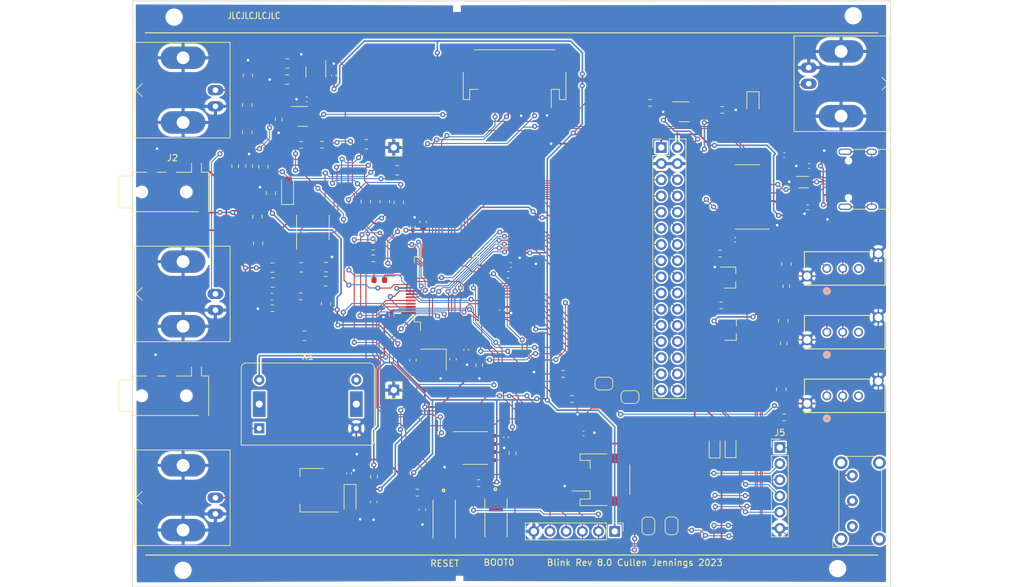
<source format=kicad_pcb>
(kicad_pcb (version 20221018) (generator pcbnew)
  (title_block (title "Blink") (date "2023-11-12") (rev "V8.0") (company "Cullen Jennings"))
  (layers (0 "F.Cu" signal) (31 "B.Cu" power) (34 "B.Paste" user) (35 "F.Paste" user) (36 "B.SilkS" user "B.Silkscreen") (37 "F.SilkS" user "F.Silkscreen") (38 "B.Mask" user) (39 "F.Mask" user) (44 "Edge.Cuts" user))
  (net 0 "")
  (net 1 "+3.3V")
  (net 2 "/AUX_CLK")
  (net 3 "/AUX_GPS_PPS")
  (net 4 "/OSC_ADJ")
  (net 5 "/HSE_OUT")
  (net 6 "/HSE_IN")
  (net 7 "/GPS_PPS")
  (net 8 "+3.3VA")
  (net 9 "/LEDMG")
  (net 10 "/LEDMR")
  (net 11 "/NCOL1")
  (net 12 "/AUD_OUT")
  (net 13 "Net-(C7-Pad1)")
  (net 14 "/Mic")
  (net 15 "/BOOT1")
  (net 16 "/LEDMY")
  (net 17 "/NCOL3")
  (net 18 "/NCOL2")
  (net 19 "/NCOL5")
  (net 20 "/NCOL4")
  (net 21 "GND")
  (net 22 "/NCOL7")
  (net 23 "/NCOL6")
  (net 24 "/NCOL9")
  (net 25 "/NCOL8")
  (net 26 "/NROW1")
  (net 27 "/NCOL10")
  (net 28 "/NROW3")
  (net 29 "/NROW2")
  (net 30 "/NROW5")
  (net 31 "/NROW4")
  (net 32 "/SWDIO")
  (net 33 "/SWDCLK")
  (net 34 "/LED9")
  (net 35 "/LED10")
  (net 36 "/USB_RX")
  (net 37 "/USB_TX")
  (net 38 "/SCL")
  (net 39 "/AUD_IN")
  (net 40 "Net-(C17-Pad2)")
  (net 41 "Net-(R1-Pad2)")
  (net 42 "/DB3")
  (net 43 "/SDA")
  (net 44 "/NRST")
  (net 45 "/BOOT0")
  (net 46 "/GPS_RX1")
  (net 47 "/GPS_TX1")
  (net 48 "SYNC_IN")
  (net 49 "Net-(SW1-B)")
  (net 50 "Net-(C8-Pad1)")
  (net 51 "/Left")
  (net 52 "Net-(U2A-+)")
  (net 53 "Net-(J12-In)")
  (net 54 "/CLK")
  (net 55 "/AUX_MON_PPS")
  (net 56 "Net-(J4-In)")
  (net 57 "/LED7")
  (net 58 "/LED8")
  (net 59 "/LED1")
  (net 60 "/LED2")
  (net 61 "/BTN1")
  (net 62 "PPS_OUT")
  (net 63 "Net-(J11-In)")
  (net 64 "SYNC_IN2")
  (net 65 "Net-(C13-Pad2)")
  (net 66 "Net-(U4-VCAP_1)")
  (net 67 "Net-(U2A--)")
  (net 68 "Net-(U4-VCAP_2)")
  (net 69 "/Right")
  (net 70 "Net-(U2B--)")
  (net 71 "Net-(U2B-+)")
  (net 72 "Net-(R25-Pad1)")
  (net 73 "Net-(R35-Pad1)")
  (net 74 "Net-(J13-In)")
  (net 75 "Net-(R24-Pad1)")
  (net 76 "Net-(R28-Pad2)")
  (net 79 "Net-(C26-Pad1)")
  (net 80 "VBUS")
  (net 81 "+BATT")
  (net 82 "Net-(D1-K)")
  (net 83 "Net-(D2-K)")
  (net 84 "Net-(J9-CC1)")
  (net 85 "Net-(J9-D+-PadA6)")
  (net 86 "Net-(J9-D--PadA7)")
  (net 88 "Net-(J9-CC2)")
  (net 90 "unconnected-(J9-SHIELD-PadS1)")
  (net 91 "Net-(U9-STAT)")
  (net 92 "Net-(U9-PROG)")
  (net 93 "Net-(U7-UD+)")
  (net 94 "Net-(U7-UD-)")
  (net 101 "/USB_DTR")
  (net 102 "/USB_RTS")
  (net 104 "/LED3")
  (net 105 "/LED5")
  (net 106 "Net-(R36-Pad1)")
  (net 110 "/LED6")
  (net 111 "/LED4")
  (net 112 "/MON_PPS")
  (net 114 "Net-(JP3-B)")
  (net 115 "Net-(Q1-B)")
  (net 116 "Net-(JP4-B)")
  (net 117 "Net-(Q2-B)")
  (net 118 "Net-(X1-Vcontrol)")
  (footprint "Capacitor_SMD:C_0402_1005Metric" (layer "F.Cu") (at 181.8 105.9)
    (fp_text reference "C29" hide)
    (fp_text value "4u7")
  )
  (footprint "Capacitor_SMD:C_0603_1608Metric" (layer "F.Cu") (at 161.303029 94.264457 -90)
    (fp_text reference "C11" hide)
    (fp_text value "33p" hide)
  )
  (footprint "blinky_footprints:LC1258OASP" (layer "F.Cu") (at 220 80 90)
    (fp_text reference "SW5" hide)
    (fp_text value "LC1258OASP")
  )
  (footprint "Capacitor_SMD:C_0402_1005Metric" (layer "F.Cu") (at 163.36537 92.767673 -90)
    (fp_text reference "C22" hide)
    (fp_text value "100n")
  )
  (footprint "Resistor_SMD:R_0603_1608Metric" (layer "F.Cu") (at 165.325 113.7 180)
    (fp_text reference "R12" hide)
    (fp_text value "1K5")
  )
  (footprint "Jumper:SolderJumper-2_P1.3mm_Bridged_RoundedPad1.0x1.5mm" (layer "F.Cu") (at 184.991671 98.076566)
    (fp_text reference "JP2" hide)
    (fp_text value "SolderJumper_2_Bridged")
  )
  (footprint "Package_TO_SOT_SMD:SOT-23-5" (layer "F.Cu") (at 139.767963 49.162526 -90)
    (fp_text reference "U5" hide)
    (fp_text value "SN74LVC1G14DBV" hide)
  )
  (footprint "Resistor_SMD:R_0805_2012Metric" (layer "F.Cu") (at 135.302384 47.816646 180)
    (fp_text reference "R24" hide)
    (fp_text value "200R" hide)
  )
  (footprint "Resistor_SMD:R_0603_1608Metric" (layer "F.Cu") (at 129.297294 63.911164 90)
    (fp_text reference "R11" hide)
    (fp_text value "1K0")
  )
  (footprint "Resistor_SMD:R_0805_2012Metric" (layer "F.Cu") (at 141.366687 85.521076 -90)
    (fp_text reference "R3" hide)
    (fp_text value "47K")
  )
  (footprint "blinky_footprints:LC1258OASP" (layer "F.Cu") (at 220 90 90)
    (fp_text reference "SW2" hide)
    (fp_text value "LC1258OASP")
  )
  (footprint "Jumper:SolderJumper-2_P1.3mm_Bridged2Bar_RoundedPad1.0x1.5mm" (layer "F.Cu") (at 191.97616 120.422579 -90)
    (fp_text reference "JP3" hide)
    (fp_text value "SolderJumper_2_Bridged")
  )
  (footprint "Capacitor_SMD:C_0805_2012Metric" (layer "F.Cu") (at 135.235694 50.343255)
    (fp_text reference "C25" hide)
    (fp_text value "47p")
  )
  (footprint "Capacitor_SMD:C_0402_1005Metric" (layer "F.Cu") (at 213.32 62.2)
    (fp_text reference "C28" hide)
    (fp_text value "4u7")
  )
  (footprint "Resistor_SMD:R_0805_2012Metric" (layer "F.Cu") (at 212.837131 98.977144 -90)
    (fp_text reference "R36" hide)
    (fp_text value "200R")
  )
  (footprint "MountingHole:MountingHole_2.2mm_M2" (layer "F.Cu") (at 221.69363 127.127377 90)
    (fp_text reference "H5" hide)
    (fp_text value "M2" hide)
  )
  (footprint "Crystal:Crystal_SMD_3225-4Pin_3.2x2.5mm" (layer "F.Cu") (at 158.248131 94.317514 180)
    (fp_text reference "Y1" hide)
    (fp_text value "16MHz " hide)
  )
  (footprint "Package_SO:SOIC-16_3.9x9.9mm_P1.27mm" (layer "F.Cu") (at 207.525 68.775 180)
    (fp_text reference "U7" hide)
    (fp_text value "CH340C")
  )
  (footprint "Resistor_SMD:R_0805_2012Metric" (layer "F.Cu") (at 213.655486 79.303498 -90)
    (fp_text reference "R25" hide)
    (fp_text value "200R")
  )
  (footprint "Resistor_SMD:R_0603_1608Metric" (layer "F.Cu") (at 203.249961 77.659451 180)
    (fp_text reference "R37" hide)
    (fp_text value "1K0")
  )
  (footprint "Resistor_SMD:R_0805_2012Metric" (layer "F.Cu") (at 141.3125 82 180)
    (fp_text reference "R4" hide)
    (fp_text value "47K")
  )
  (footprint "Capacitor_SMD:C_0603_1608Metric" (layer "F.Cu") (at 132.85053 84.408681 180)
    (fp_text reference "C27" hide)
    (fp_text value "100n")
  )
  (footprint "Connector_PinHeader_2.54mm:PinHeader_2x16_P2.54mm_Vertical" (layer "F.Cu") (at 194 61)
    (fp_text reference "J14" hide)
    (fp_text value "Conn_02x16_Odd_Even")
  )
  (footprint "Resistor_SMD:R_0805_2012Metric" (layer "F.Cu") (at 152.8 69.6125 90)
    (fp_text reference "R19" hide)
    (fp_text value "560R")
  )
  (footprint "Diode_SMD:D_SOD-323" (layer "F.Cu") (at 204.881217 108.088531 90)
    (fp_text reference "D3" hide)
    (fp_text value "1N5819WS")
  )
  (footprint "Capacitor_Tantalum_SMD:CP_EIA-3216-18_Kemet-A" (layer "F.Cu") (at 145.136094 116.223745 -90)
    (fp_text reference "C3" hide)
    (fp_text value "10u")
  )
  (footprint "Jumper:SolderJumper-2_P1.3mm_Bridged_RoundedPad1.0x1.5mm" (layer "F.Cu") (at 189.101009 100.193498)
    (fp_text reference "JP1" hide)
    (fp_text value "SolderJumper_2_Bridged")
  )
  (footprint "Connector_JST:JST_PH_S6B-PH-SM4-TB_1x06-1MP_P2.00mm_Horizontal" (layer "F.Cu") (at 170.97414 50.169153 180)
    (fp_text reference "J8" hide)
    (fp_text value "Conn_01x06")
  )
  (footprint "Connector_JST:JST_PH_S2B-PH-SM4-TB_1x02-1MP_P2.00mm_Horizontal" (layer "F.Cu") (at 184.55176 113.178632 90)
    (fp_text reference "J1" hide)
    (fp_text value "Conn_01x02" hide)
  )
  (footprint "blinky_footprints:SW_147873-2" (layer "F.Cu") (at 168.049761 119.158237 -90)
    (fp_text reference "S2" hide)
    (fp_text value "147873-2")
  )
  (footprint "Resistor_SMD:R_0603_1608Metric" (layer "F.Cu") (at 192.225 54)
    (fp_text reference "R27" hide)
    (fp_text value "1K0")
  )
  (footprint "Package_TO_SOT_SMD:SOT-23-5" (layer "F.Cu") (at 137.704936 56.122486)
    (fp_text reference "U6" hide)
    (fp_text value "SN74LVC1G14DBV" hide)
  )
  (footprint "Connector_PinHeader_2.54mm:PinHeader_1x06_P2.54mm_Vertical" (layer "F.Cu") (at 186.690464 121.276121 -90)
    (fp_text reference "J7" hide)
    (fp_text value "Conn_01x06_Pin" hide)
  )
  (footprint "Capacitor_SMD:C_0402_1005Metric" (layer "F.Cu") (at 169.006009 86.528826 -90)
    (fp_text reference "C12" hide)
    (fp_text value "100n")
  )
  (footprint "Capacitor_SMD:C_0603_1608Metric" (layer "F.Cu") (at 156.6 72.675 -90)
    (fp_text reference "C19" hide)
    (fp_text value "2u2")
  )
  (footprint "Resistor_SMD:R_0805_2012Metric" (layer "F.Cu") (at 129.1 49.7125 90)
    (fp_text reference "R13" hide)
    (fp_text value "560R")
  )
  (footprint "Resistor_SMD:R_0603_1608Metric" (layer "F.Cu") (at 203.413121 85.797845)
    (fp_text reference "R38" hide)
    (fp_text value "1K0")
  )
  (footprint "blinky_footprints:SW_147873-2" (layer "F.Cu") (at 159.919065 119.348568 -90)
    (fp_text reference "S1" hide)
    (fp_text value "147873-2")
  )
  (footprint "Capacitor_SMD:C_0805_2012Metric" (layer "F.Cu") (at 141.35 79.8 180)
    (fp_text reference "C9" hide)
    (fp_text value "100n")
  )
  (footprint "Resistor_SMD:R_0603_1608Metric" (layer "F.Cu") (at 178.614905 96.565015)
    (fp_text reference "R31" hide)
    (fp_text value "4K7")
  )
  (footprint "Package_TO_SOT_SMD:SOT-223-3_TabPin2" (layer "F.Cu") (at 139.173781 114.828555 180)
    (fp_text reference "U1" hide)
    (fp_text value "AMS1117-3.3" hide)
  )
  (footprint "Capacitor_SMD:C_0402_1005Metric" (layer "F.Cu") (at 144.97611 112.162498 -90)
    (fp_text reference "C1" hide)
    (fp_text value "100n")
  )
  (footprint "Resistor_SMD:R_0402_1005Metric" (layer "F.Cu") (at 216.99 70.4)
    (fp_text reference "R22" hide)
    (fp_text value "5k1")
  )
  (footprint "Capacitor_SMD:C_0402_1005Metric" (layer "F.Cu") (at 169.648461 106.496086 90)
    (fp_text reference "C20" hide)
    (fp_text value "100n")
  )
  (footprint "Resistor_SMD:R_0603_1608Metric" (layer "F.Cu") (at 213.297604 103.392346 180)
    (fp_text reference "R34" hide)
    (fp_text value "4K7")
  )
  (footprint "blinky_footprints:Jack_3.5mm_PJ320D_Horizontal-CJ" (layer "F.Cu") (at 118 68)
    (fp_text reference "J2")
    (fp_text value "PJ-320D")
  )
  (footprint "Capacitor_SMD:C_0603_1608Metric" (layer "F.Cu") (at 156.5 117.875 -90)
    (fp_text reference "C10" hide)
    (fp_text value "100n")
  )
  (footprint "Resistor_SMD:R_0402_1005Metric" (layer "F.Cu") (at 217.21 63.9)
    (fp_text reference "R21" hide)
    (fp_text value "5k1")
  )
  (footprint "Capacitor_SMD:C_0805_2012Metric" (layer "F.Cu") (at 131.535747 64.017831 -90)
    (fp_text reference "C17" hide)
    (fp_text value "100n")
  )
  (footprint "Capacitor_SMD:C_0603_1608Metric" (layer "F.Cu") (at 148.865005 116.651225 90)
    (fp_text reference "C4" hide)
    (fp_text value "100n")
  )
  (footprint "Resistor_SMD:R_0805_2012Metric" (layer "F.Cu") (at 129 58.6125 -90)
    (fp_text reference "R6" hide)
    (fp_text value "10K")
  )
  (footprint "Resistor_SMD:R_0805_2012Metric" (layer "F.Cu") (at 150.6 69.5125 90)
    (fp_text reference "R1" hide)
    (fp_text value "560R")
  )
  (footprint "Package_TO_SOT_SMD:SOT-666" (layer "F.Cu") (at 216.35 66.4375)
    (fp_text reference "U8" hide)
    (fp_text value "USBLC6-2P6")
  )
  (footprint "Button_Switch_THT:SW_E-Switch_EG1224_SPDT_Angled" (layer "F.Cu") (at 224 120.5 90)
    (fp_text reference "SW1" hide)
    (fp_text value "SW_SPDT")
  )
  (footprint "Connector_PinSocket_2.54mm:PinSocket_1x01_P2.54mm_Vertical" (layer "F.Cu") (at 152 61)
    (fp_text reference "J15" hide)
    (fp_text value "Conn_01x01")
  )
  (footprint "Package_SO:SOIC-8_3.9x4.9mm_P1.27mm" (layer "F.Cu") (at 164.780643 108.190643)
    (fp_text reference "U3" hide)
    (fp_text value "M24C02-RMN")
  )
  (footprint "Capacitor_SMD:C_0402_1005Metric" (layer "F.Cu") (at 205.62 75.5)
    (fp_text reference "C2" hide)
    (fp_text value "100n")
  )
  (footprint "Package_QFP:LQFP-64_10x10mm_P0.5mm" (layer "F.Cu") (at 160.340364 83.278819 90)
    (fp_text reference "U4" hide)
    (fp_text value "STM32F405RGTx" hide)
  )
  (footprint "Resistor_SMD:R_0805_2012Metric" (layer "F.Cu") (at 152.509232 64.577288)
    (fp_text reference "R7" hide)
    (fp_text value "1R0")
  )
  (footprint "blinky_footprints:Oscillator_DIP-14" (layer "F.Cu") (at 130.88 105.11)
    (fp_text reference "X1")
    (fp_text value "GTXO-14V (2.048MHz)")
  )
  (footprint "Resistor_SMD:R_0603_1608Metric" (layer "F.Cu") (at 133.940404 56.581271 -90)
    (fp_text reference "R23" hide)
    (fp_text value "1K0")
  )
  (footprint "Resistor_SMD:R_0603_1608Metric" (layer "F.Cu") (at 148.775 78.4)
    (fp_text reference "R17" hide)
    (fp_text value "1K0")
  )
  (footprint "Capacitor_SMD:C_0402_1005Metric" (layer "F.Cu") (at 151.655273 87.375109 90)
    (fp_text reference "C18" hide)
    (fp_text value "100n")
  )
  (footprint "Package_SO:SOIC-8_3.9x4.9mm_P1.27mm" (layer "F.Cu") (at 139.305 73.575 90)
    (fp_text reference "U2" hide)
    (fp_text value "AD8397")
  )
  (footprint "Capacitor_SMD:C_0805_2012Metric" (layer "F.Cu") (at 129 54.35 -90)
    (fp_text reference "C13" hide)
    (fp_text value "10u")
  )
  (footprint "Resistor_SMD:R_0805_2012Metric" (layer "F.Cu") (at 133.002513 82.205878)
    (fp_text reference "R16" hide)
    (fp_text value "560R")
  )
  (footprint "Capacitor_SMD:C_0603_1608Metric" (layer "F.Cu") (at 155.010932 94.395483 90)
    (fp_text reference "C14" hide)
    (fp_text value "33p" hide)
  )
  (footprint "blinky_footprints:Jack_3.5mm_PJ320D_Horizontal-CJ" (layer "F.Cu") (at 118 100)
    (fp_text reference "J3" hide)
    (fp_text value "PJ-320D")
  )
  (footprint "MountingHole:MountingHole_2.2mm_M2" (layer "F.Cu") (at 117.513825 40.538568 90)
    (fp_text reference "H1" hide)
    (fp_text value "M2" hide)
  )
  (footprint "Resistor_SMD:R_0603_1608Metric" (layer "F.Cu") (at 127.10424 63.942052 -90)
    (fp_text reference "R10" hide)
    (fp_text value "1K0")
  )
  (footprint "Capacitor_SMD:C_0805_2012Metric" (layer "F.Cu") (at 132.711843 68.187506 -90)
    (fp_text reference "C6" hide)
    (fp_text value "100n")
  )
  (footprint "Package_TO_SOT_SMD:SC-59" (layer "F.Cu") (at 204.753773 81.434961)
    (fp_text reference "Q2" hide)
    (fp_text value "S8050")
  )
  (footprint "Resistor_SMD:R_0805_2012Metric" (layer "F.Cu") (at 213.163431 88.231151 -90)
    (fp_text reference "R35" hide)
    (fp_text value "200R")
  )
  (footprint "Resistor_SMD:R_0603_1608Metric" (layer "F.Cu") (at 170.648461 109.001086 -90)
    (fp_text reference "R15" hide)
    (fp_text value "1K5")
  )
  (footprint "Capacitor_SMD:C_0603_1608Metric" (layer "F.Cu") (at 169.974471 80.987211 180)
    (fp_text reference "C16" hide)
    (fp_text value "2u2")
  )
  (footprint "Capacitor_SMD:C_0402_1005Metric" (layer "F.Cu") (at 142.594854 49.70697 90)
    (fp_text reference "C23" hide)
    (fp_text value "100n" hide)
  )
  (footprint "blinky_footprints:BNC_Amphenol_B6252HB-NPP3G-50_Horizontal-CJ" (layer "F.Cu") (at 121.5 52 90)
    (fp_text reference "J11" hide)
    (fp_text value "KH-BNC50-3511")
  )
  (footprint "Capacitor_SMD:C_0402_1005Metric" (layer "F.Cu") (at 138.349689 53.450551 180)
    (fp_text reference "C24" hide)
    (fp_text value "100n" hide)
  )
  (footprint "Diode_SMD:D_SOD-323" (layer "F.Cu") (at 202.381217 108.138531 90)
    (fp_text reference "D2" hide)
    (fp_text value "1N5819WS")
  )
  (footprint "Package_TO_SOT_SMD:SOT-23-5" (layer "F.Cu") (at 197.6 55.4)
    (fp_text reference "U9" hide)
    (fp_text value "MCP73832-2-OT")
  )
  (footprint "Capacitor_SMD:C_0805_2012Metric" (layer "F.Cu") (at 130.6 71.9 90)
    (fp_text reference "C7" hide)
    (fp_text value "10u")
  )
  (footprint "Resistor_SMD:R_0603_1608Metric" (layer "F.Cu") (at 137.425 60.6)
    (fp_text reference "R28" hide)
    (fp_text value "1K0")
  )
  (footprint "Resistor_SMD:R_0603_1608Metric" (layer "F.Cu") (at 148.757504 76.579144)
    (fp_text reference "R20" hide)
    (fp_text value "1K0")
  )
  (footprint "Resistor_SMD:R_0603_1608Metric" (layer "F.Cu") (at 213.23123 91.782969 -90)
    (fp_text reference "R14" hide)
    (fp_text value "4K7" hide)
  )
  (footprint "Resistor_SMD:R_0805_2012Metric" (layer "F.Cu") (at 130.7 76.0875 -90)
    (fp_text reference "R2" hide)
    (fp_text value "560R")
  )
  (footprint "LED_SMD:LED_0805_2012Metric" (layer "F.Cu") (at 208.4 53.9375 -90)
    (fp_text reference "D1" hide)
    (fp_text value "LED")
  )
  (footprint "MountingHole:MountingHole_2.2mm_M2" (layer "F.Cu") (at 118.908606 127.389757 90)
    (fp_text reference "H4" hide)
    (fp_text value "M2" hide)
  )
  (footprint "Resistor_SMD:R_0603_1608Metric" (layer "F.Cu") (at 165.422128 95.172104 -90)
    (fp_text reference "R33" hide)
    (fp_text value "4K7")
  )
  (footprint "blinky_footprints:LC1258OASP" (layer "F.Cu") (at 220 100 90)
    (fp_text reference "SW3" hide)
    (fp_text value "LC1258OASP")
  )
  (footprint "Capacitor_SMD:C_0805_2012Metric" (layer "F.Cu") (at 147.62 69.4925 90)
    (fp_text reference "C26" hide)
    (fp_text value "10u")
  )
  (footprint "Connector_PinSocket_2.54mm:PinSocket_1x01_P2.54mm_Vertical" (layer "F.Cu") (at 152 99.1)
    (fp_text reference "J16" hide)
    (fp_text value "Conn_01x01")
  )
  (footprint "Resistor_SMD:R_0603_1608Metric" (layer "F.Cu") (at 149.726571 81.814356 180)
    (fp_text reference "R26" hide)
    (fp_text value "4K7")
  )
  (footprint "Resistor_SMD:R_0603_1608Metric" (layer "F.Cu") (at 213.629867 82.798249 90)
    (fp_text reference "R18" hide)
    (fp_text value "4K7")
  )
  (footprint "Resistor_SMD:R_0603_1608Metric" (layer "F.Cu") (at 179.987762 100.498924)
    (fp_text reference "R32" hide)
    (fp_text value "4K7")
  )
  (footprint "Connector_USB:USB_C_Receptacle_HRO_TYPE-C-31-M-12" (layer "F.Cu") (at 226 66 90)
    (fp_text reference "J9" hide)
    (fp_text value "USB_C_Receptacle")
  )
  (footprint "Capacitor_Tantalum_SMD:CP_EIA-3216-18_Kemet-A" (layer "F.Cu") (at 135.329034 67.65 90)
    (fp_text reference "C5" hide)
    (fp_text value "10u")
  )
  (footprint "Resistor_SMD:R_0603_1608Metric" (layer "F.Cu") (at 137.363209 84.383749 180)
    (fp_text reference "R40" hide)
    (fp_text value "4K7")
  )
  (footprint "Capacitor_SMD:C_0402_1005Metric" (layer "F.Cu") (at 170.395817 79.449323)
    (fp_text reference "C15" hide)
    (fp_text value "100n")
  )
  (footprint "blinky_footprints:BNC_Amphenol_B6252HB-NPP3G-50_Horizontal-CJ" (layer "F.Cu") (at 219.652288 51 -90)
    (fp_text reference "J4" hide)
    (fp_text value "KH-BNC50-3511")
  )
  (footprint "blinky_footprints:BNC_Amphenol_B6252HB-NPP3G-50_Horizontal-CJ" (layer "F.Cu") (at 121.5 84 90)
    (fp_text reference "J12" hide)
    (fp_text value "KH-BNC50-3511")
  )
  (footprint "Connector_PinHeader_2.54mm:PinHeader_1x06_P2.54mm_Vertical" (layer "F.Cu") (at 212.620722 108.112833)
    (fp_text reference "J5")
    (fp_text value "Conn_01x06_Pin")
  )
  (footprint "Resistor_SMD:R_0603_1608Metric" (layer "F.Cu") (at 132.950392 86.253587 180)
    (fp_text reference "R41" hide)
    (fp_text value "4K7")
  )
  (footprint "Resistor_SMD:R_0603_1608Metric" (layer "F.Cu") (at 148.898972 112.658256 -90)
    (fp_text reference "FB1" hide)
    (fp_text value "120Ω@100MHz " hide)
  )
  (footprint "Resistor_SMD:R_0603_1608Metric" (layer "F.Cu") (at 140.728717 60.570709 180)
    (fp_text reference "R29" hide)
    (fp_text value "1K0")
  )
  (footprint "Resistor_SMD:R_0805_2012Metric" (layer "F.Cu") (at 137.451365 79.822931 180)
    (fp_text reference "R5" hide)
    (fp_text value "1K0")
  )
  (footprint "Resistor_SMD:R_0805_2012Metric" (layer "F.Cu") (at 137.974264 90.566679)
    (fp_text reference "R39" hide)
    (fp_text value "47K")
  )
  (footprint "Capacitor_SMD:C_0402_1005Metric" (layer "F.Cu") (at 154.998403 73.481035 90)
    (fp_text reference "C21" hide)
    (fp_text value "100n")
  )
  (footprint "Resistor_SMD:R_0805_2012Metric" (layer "F.Cu") (at 147.7125 60.5 180)
    (fp_text reference "R8" hide)
    (fp_text value "100K")
  )
  (footprint "Jumper:SolderJumper-2_P1.3mm_Bridged2Bar_RoundedPad1.0x1.5mm" (layer "F.Cu") (at 195.614875 120.403431 90)
    (fp_text reference "JP4" hide)
    (fp_text value "SolderJumper_2_Bridged")
  )
  (footprint "Resistor_SMD:R_0603_1608Metric" (layer "F.Cu") (at 203.575 55.1)
    (fp_text reference "R30" hide)
    (fp_text value "2K0")
  )
  (footprint "Resistor_SMD:R_0603_1608Metric" (layer "F.Cu") (at 155.7 115.2)
    (fp_text reference "R9" hide)
    (fp_text value "4K7")
  )
  (footprint "MountingHole:MountingHole_2.2mm_M2" (layer "F.Cu") (at 224.148165 40.323299 90)
    (fp_text reference "H3" hide)
    (fp_text value "M2" hide)
  )
  (footprint "Package_TO_SOT_SMD:SC-59" (layer "F.Cu") (at 204.834987 89.62773)
    (fp_text reference "Q1" hide)
    (fp_text value "S8550")
  )
  (footprint "Capacitor_SMD:C_0805_2012Metric" (layer "F.Cu") (at 132.935954 79.86063 180)
    (fp_text reference "C8" hide)
    (fp_text value "10u")
  )
  (footprint "blinky_footprints:BNC_Amphenol_B6252HB-NPP3G-50_Horizontal-CJ" (layer "F.Cu") (at 121.5 116 90)
    (fp_text reference "J13" hide)
    (fp_text value "KH-BNC50-3511")
  )
  (gr_line (start 113 43) (end 228 43) (stroke (width 0.15)) (layer "F.SilkS"))
  (gr_line (start 113 125) (end 228 125) (stroke (width 0.15)) (layer "F.SilkS"))
  (gr_line (start 230 130) (end 111 130) (stroke (width 0.1)) (layer "Edge.Cuts"))
  (gr_line (start 111 38) (end 230 38) (stroke (width 0.1)) (layer "Edge.Cuts"))
  (gr_line (start 230 38) (end 230 130) (stroke (width 0.1)) (layer "Edge.Cuts"))
  (gr_line (start 111 38) (end 111 130) (stroke (width 0.1)) (layer "Edge.Cuts"))
  (gr_text "Blink Rev 8.0 Cullen Jennings 2023" (at 175.958771 126.775849) (layer "F.SilkS") (effects (font (size 1 1)) (justify left bottom)))
  (gr_text "JLCJLCJLCJLC" (at 125.838388 40.904035) (layer "F.SilkS") (effects (font (size 1 0.8)) (justify left bottom)))
  (gr_text "BOOT0" (at 166.019173 126.744466) (layer "F.SilkS") (effects (font (size 1 1)) (justify left bottom)))
  (gr_text "RESET\n" (at 157.642866 126.897808) (layer "F.SilkS") (effects (font (size 1 1)) (justify left bottom)))
  (segment (start 212.434985 71.680974) (end 213.5 71.680974) (width 0.25) (layer "F.Cu") (net 1))
  (segment (start 171.091158 86.038756) (end 169.816705 86.038756) (width 0.25) (layer "F.Cu") (net 1))
  (segment (start 152.525463 87.855109) (end 152.845037 87.535535) (width 0.25) (layer "F.Cu") (net 1))
  (segment (start 142.323781 114.828555) (end 145.090904 114.828555) (width 0.25) (layer "F.Cu") (net 1))
  (segment (start 156.126388 74.853677) (end 156.115583 74.864482) (width 0.25) (layer "F.Cu") (net 1))
  (segment (start 193.973118 58.947409) (end 199.912147 58.947409) (width 0.25) (layer "F.Cu") (net 1))
  (segment (start 210 69.41) (end 211.81 69.41) (width 0.25) (layer "F.Cu") (net 1))
  (segment (start 201.639443 60.674705) (end 202.352284 60.674705) (width 0.25) (layer "F.Cu") (net 1))
  (segment (start 161.38501 54.918656) (end 162.309513 55.843159) (width 0.25) (layer "F.Cu") (net 1))
  (segment (start 170.06516 113.575897) (end 168.224665 113.575897) (width 0.15) (layer "F.Cu") (net 1))
  (segment (start 138.829689 55.159739) (end 138.842436 55.172486) (width 0.25) (layer "F.Cu") (net 1))
  (segment (start 154.998403 74.85093) (end 154.984851 74.864482) (width 0.25) (layer "F.Cu") (net 1))
  (segment (start 168.049761 121.558237) (end 170.921858 121.558237) (width 0.15) (layer "F.Cu") (net 1))
  (segment (start 222.4892 100) (end 222.4892 90) (width 0.15) (layer "F.Cu") (net 1))
  (segment (start 140.717963 50.300026) (end 142.481798 50.300026) (width 0.25) (layer "F.Cu") (net 1))
  (segment (start 151.655273 87.855109) (end 152.525463 87.855109) (width 0.25) (layer "F.Cu") (net 1))
  (segment (start 199.912147 58.947409) (end 201.639443 60.674705) (width 0.25) (layer "F.Cu") (net 1))
  (segment (start 168.008438 113.7) (end 168.178603 113.529835) (width 0.25) (layer "F.Cu") (net 1))
  (segment (start 169.915817 79.449323) (end 169.836321 79.528819) (width 0.25) (layer "F.Cu") (net 1))
  (segment (start 156.590364 77.603819) (end 156.590364 75.317653) (width 0.25) (layer "F.Cu") (net 1))
  (segment (start 213.5 71.680974) (end 213.5 74.4) (width 0.25) (layer "F.Cu") (net 1))
  (segment (start 169.648461 106.016086) (end 169.108461 106.016086) (width 0.25) (layer "F.Cu") (net 1))
  (segment (start 166.015364 86.028819) (end 168.231042 86.028819) (width 0.25) (layer "F.Cu") (net 1))
  (segment (start 152.845037 87.535535) (end 153.36221 87.018362) (width 0.25) (layer "F.Cu") (net 1))
  (segment (start 142.615917 50.208033) (end 142.594854 50.18697) (width 0.25) (layer "F.Cu") (net 1))
  (segment (start 180.170033 58.73173) (end 180.385712 58.947409) (width 0.25) (layer "F.Cu") (net 1))
  (segment (start 222.4892 80) (end 222.4892 76.008809) (width 0.15) (layer "F.Cu") (net 1))
  (segment (start 148.898972 110.863583) (end 148.871281 110.835892) (width 0.25) (layer "F.Cu") (net 1))
  (segment (start 205.1 73.27) (end 205.05 73.22) (width 0.25) (layer "F.Cu") (net 1))
  (segment (start 212.734977 108.112833) (end 212.762655 108.140511) (width 0.15) (layer "F.Cu") (net 1))
  (segment (start 169.915817 78.845204) (end 169.915817 79.449323) (width 0.25) (layer "F.Cu") (net 1))
  (segment (start 142.481798 50.300026) (end 142.594854 50.18697) (width 0.25) (layer "F.Cu") (net 1))
  (segment (start 156.181693 90.396604) (end 155.706106 90.396604) (width 0.25) (layer "F.Cu") (net 1))
  (segment (start 174.456457 100.446466) (end 175.876453 100.446466) (width 0.25) (layer "F.Cu") (net 1))
  (segment (start 194 61) (end 194 58.974291) (width 0.25) (layer "F.Cu") (net 1))
  (segment (start 154.875 115.2) (end 154.875 112.317933) (width 0.25) (layer "F.Cu") (net 1))
  (segment (start 147.247827 112.254186) (end 147.247827 114.204983) (width 0.25) (layer "F.Cu") (net 1))
  (segment (start 171.033394 114.544131) (end 170.06516 113.575897) (width 0.15) (layer "F.Cu") (net 1))
  (segment (start 222.4892 104.94414) (end 222.4892 100) (width 0.15) (layer "F.Cu") (net 1))
  (segment (start 161.38501 51.74501) (end 161.38501 54.918656) (width 0.25) (layer "F.Cu") (net 1))
  (segment (start 170.648461 104.912165) (end 170.617629 104.881333) (width 0.25) (layer "F.Cu") (net 1))
  (segment (start 194 58.974291) (end 193.973118 58.947409) (width 0.25) (layer "F.Cu") (net 1))
  (segment (start 150.51365 88.996732) (end 151.655273 87.855109) (width 0.25) (layer "F.Cu") (net 1))
  (segment (start 150.716683 93.918954) (end 150.51365 93.715921) (width 0.25) (layer "F.Cu") (net 1))
  (segment (start 169.816705 86.038756) (end 169.806635 86.048826) (width 0.25) (layer "F.Cu") (net 1))
  (segment (start 170.648461 106.076086) (end 170.648461 104.912165) (width 0.25) (layer "F.Cu") (net 1))
  (segment (start 148.898972 111.833256) (end 147.668757 111.833256) (width 0.25) (layer "F.Cu") (net 1))
  (segment (start 145.090904 114.828555) (end 145.136094 114.873745) (width 0.25) (layer "F.Cu") (net 1))
  (segment (start 220.880391 74.4) (end 213.5 74.4) (width 0.15) (layer "F.Cu") (net 1))
  (segment (start 175.876453 100.446466) (end 176.107625 100.677638) (width 0.25) (layer "F.Cu") (net 1))
  (segment (start 169.648461 106.016086) (end 169.65607 106.016086) (width 0.25) (layer "F.Cu") (net 1))
  (segment (start 138.829689 53.450551) (end 138.829689 55.159739) (width 0.25) (layer "F.Cu") (net 1))
  (segment (start 168.251049 86.048826) (end 168.231042 86.028819) (width 0.25) (layer "F.Cu") (net 1))
  (segment (start 146.572447 114.880363) (end 145.142712 114.880363) (width 0.25) (layer "F.Cu") (net 1))
  (segment (start 148.898972 111.833256) (end 148.898972 110.863583) (width 0.25) (layer "F.Cu") (net 1))
  (segment (start 169.006009 86.048826) (end 168.251049 86.048826) (width 0.25) (layer "F.Cu") (net 1))
  (segment (start 138.829689 53.450551) (end 138.829689 52.728888) (width 0.25) (layer "F.Cu") (net 1))
  (segment (start 136.023781 114.828555) (end 142.323781 114.828555) (width 0.25) (layer "F.Cu") (net 1))
  (segment (start 211.2 76.7) (end 209.991576 76.7) (width 0.25) (layer "F.Cu") (net 1))
  (segment (start 209.970442 76.721134) (end 209.991576 76.7) (width 0.25) (layer "F.Cu") (net 1))
  (segment (start 154.9634 73.996038) (end 154.998403 73.961035) (width 0.25) (layer "F.Cu") (net 1))
  (segment (start 169.71607 106.076086) (end 170.648461 106.076086) (width 0.25) (layer "F.Cu") (net 1))
  (segment (start 156.590364 75.317653) (end 156.126388 74.853677) (width 0.25) (layer "F.Cu") (net 1))
  (segment (start 202.28972 88.244825) (end 202.722625 88.67773) (width 0.25) (layer "F.Cu") (net 1))
  (segment (start 155.706106 90.396604) (end 152.845037 87.535535) (width 0.25) (layer "F.Cu") (net 1))
  (segment (start 171.20717 77.553851) (end 169.915817 78.845204) (width 0.25) (layer "F.Cu") (net 1))
  (segment (start 202.352284 60.674705) (end 202.35948 60.667509) (width 0.25) (layer "F.Cu") (net 1))
  (segment (start 154.984851 74.864482) (end 156.115583 74.864482) (width 0.25) (layer "F.Cu") (net 1))
  (segment (start 169.108461 106.016086) (end 168.838904 106.285643) (width 0.25) (layer "F.Cu") (net 1))
  (segment (start 153.36221 87.018362) (end 153.372667 87.028819) (width 0.25) (layer "F.Cu") (net 1))
  (segment (start 171.033394 121.446701) (end 171.033394 114.544131) (width 0.15) (layer "F.Cu") (net 1))
  (segment (start 153.9 73.996038) (end 154.9634 73.996038) (width 0.25) (layer "F.Cu") (net 1))
  (segment (start 222.4892 76.008809) (end 220.880391 74.4) (width 0.15) (layer "F.Cu") (net 1))
  (segment (start 142.62011 51.813241) (end 142.615917 51.809048) (width 0.25) (layer "F.Cu") (net 1))
  (segment (start 170.648461 106.076086) (end 170.648461 108.176086) (width 0.25) (layer "F.Cu") (net 1))
  (segment (start 202.722625 88.67773) (end 203.634987 88.67773) (width 0.25) (layer "F.Cu") (net 1))
  (segment (start 212.620722 108.112833) (end 212.734977 108.112833) (width 0.15) (layer "F.Cu") (net 1))
  (segment (start 140.271882 52.3251) (end 140.733396 51.863586) (width 0.25) (layer "F.Cu") (net 1))
  (segment (start 219.308029 108.140511) (end 222.4968 104.95174) (width 0.15) (layer "F.Cu") (net 1))
  (segment (start 145.142712 114.880363) (end 145.136094 114.873745) (width 0.25) (layer "F.Cu") (net 1))
  (segment (start 156.590364 89.987933) (end 156.181693 90.396604) (width 0.25) (layer "F.Cu") (net 1))
  (segment (start 150.51365 93.715921) (end 150.51365 88.996732) (width 0.25) (layer "F.Cu") (net 1))
  (segment (start 208.413644 87.600645) (end 209.970442 86.043847) (width 0.25) (layer "F.Cu") (net 1))
  (segment (start 174.829383 72.022232) (end 173.855111 71.04796) (width 0.25) (layer "F.Cu") (net 1))
  (segment (start 213.5 71.1) (end 213.5 71.680974) (width 0.25) (layer "F.Cu") (net 1))
  (segment (start 212.762655 108.140511) (end 219.308029 108.140511) (width 0.15) (layer "F.Cu") (net 1))
  (segment (start 154.998403 73.961035) (end 154.998403 74.85093) (width 0.25) (layer "F.Cu") (net 1))
  (segment (start 175.311172 72.022232) (end 174.829383 72.022232) (width 0.25) (layer "F.Cu") (net 1))
  (segment (start 147.668757 111.833256) (end 147.247827 112.254186) (width 0.25) (layer "F.Cu") (net 1))
  (segment (start 205.1 76.3) (end 205.1 73.27) (width 0.25) (layer "F.Cu") (net 1))
  (segment (start 180.385712 58.947409) (end 193.973118 58.947409) (width 0.25) (layer "F.Cu") (net 1))
  (segment (start 169.65607 106.016086) (end 169.71607 106.076086) (width 0.25) (layer "F.Cu") (net 1))
  (segment (start 138.829689 52.728888) (end 139.233477 52.3251) (width 0.25) (layer "F.Cu") (net 1))
  (segment (start 168.224665 113.575897) (end 168.178603 113.529835) (width 0.15) (layer "F.Cu") (net 1))
  (segment (start 181.606264 51.284625) (end 181.590099 51.30079) (width 0.25) (layer "F.Cu") (net 1))
  (segment (start 174.28636 89.532753) (end 174.28636 89.233958) (width 0.25) (layer "F.Cu") (net 1))
  (segment (start 173.36719 77.553851) (end 171.20717 77.553851) (width 0.25) (layer "F.Cu") (net 1))
  (segment (start 162.309513 55.843159) (end 166.06028 55.843159) (width 0.25) (layer "F.Cu") (net 1))
  (segment (start 209.991576 76.7) (end 205.5 76.7) (width 0.25) (layer "F.Cu") (net 1))
  (segment (start 140.733396 51.863586) (end 140.733396 50.315459) (width 0.25) (layer "F.Cu") (net 1))
  (segment (start 209.970442 86.043847) (end 209.970442 76.721134) (width 0.25) (layer "F.Cu") (net 1))
  (segment (start 156.590364 88.953819) (end 156.590364 89.987933) (width 0.25) (layer "F.Cu") (net 1))
  (segment (start 154.875 112.317933) (end 155.138156 112.054777) (width 0.25) (layer "F.Cu") (net 1))
  (segment (start 166.06028 53.105293) (end 165.97414 53.019153) (width 0.25) (layer "F.Cu") (net 1))
  (segment (start 166.015364 79.528819) (end 169.836321 79.528819) (width 0.25) (layer "F.Cu") (net 1))
  (segment (start 181.606264 49.457958) (end 181.606264 51.284625) (width 0.25) (layer "F.Cu") (net 1))
  (segment (start 205.5 76.7) (end 205.1 76.3) (width 0.25) (layer "F.Cu") (net 1))
  (segment (start 142.615917 51.809048) (end 142.615917 50.208033) (width 0.25) (layer "F.Cu") (net 1))
  (segment (start 213.5 74.4) (end 211.2 76.7) (width 0.25) (layer "F.Cu") (net 1))
  (segment (start 158.84 46.128213) (end 158.84 49.2) (width 0.25) (layer "F.Cu") (net 1))
  (segment (start 139.233477 52.3251) (end 140.271882 52.3251) (width 0.25) (layer "F.Cu") (net 1))
  (segment (start 170.921858 121.558237) (end 171.033394 121.446701) (width 0.15) (layer "F.Cu") (net 1))
  (segment (start 158.84 49.2) (end 161.38501 51.74501) (width 0.25) (layer "F.Cu") (net 1))
  (segment (start 153.372667 87.028819) (end 154.665364 87.028819) (width 0.25) (layer "F.Cu") (net 1))
  (segment (start 174.28636 89.233958) (end 171.091158 86.038756) (width 0.25) (layer "F.Cu") (net 1))
  (segment (start 166.06028 55.843159) (end 166.06028 53.105293) (width 0.25) (layer "F.Cu") (net 1))
  (segment (start 169.806635 86.048826) (end 169.006009 86.048826) (width 0.25) (layer "F.Cu") (net 1))
  (segment (start 168.838904 106.285643) (end 167.255643 106.285643) (width 0.25) (layer "F.Cu") (net 1))
  (segment (start 140.733396 50.315459) (end 140.717963 50.300026) (width 0.25) (layer "F.Cu") (net 1))
  (segment (start 222.4968 104.95174) (end 222.4892 104.94414) (width 0.15) (layer "F.Cu") (net 1))
  (segment (start 166.15 113.7) (end 168.008438 113.7) (width 0.25) (layer "F.Cu") (net 1))
  (segment (start 222.4892 90) (end 222.4892 80) (width 0.15) (layer "F.Cu") (net 1))
  (segment (start 147.247827 114.204983) (end 146.572447 114.880363) (width 0.25) (layer "F.Cu") (net 1))
  (segment (start 211.81 69.41) (end 213.5 71.1) (width 0.25) (layer "F.Cu") (net 1))
  (via (at 180.170033 58.73173) (size 0.8) (drill 0.4) (layers "F.Cu" "B.Cu") (net 1))
  (via (at 176.107625 100.677638) (size 0.8) (drill 0.4) (layers "F.Cu" "B.Cu") (net 1))
  (via (at 174.456457 100.446466) (size 0.8) (drill 0.4) (layers "F.Cu" "B.Cu") (net 1))
  (via (at 158.84 46.128213) (size 0.8) (drill 0.4) (layers "F.Cu" "B.Cu") (net 1))
  (via (at 181.606264 49.457958) (size 0.8) (drill 0.4) (layers "F.Cu" "B.Cu") (net 1))
  (via (at 173.36719 77.553851) (size 0.8) (drill 0.4) (layers "F.Cu" "B.Cu") (net 1))
  (via (at 202.35948 60.667509) (size 0.8) (drill 0.4) (layers "F.Cu" "B.Cu") (net 1))
  (via (at 173.855111 71.04796) (size 0.8) (drill 0.4) (layers "F.Cu" "B.Cu") (net 1))
  (via (at 212.434985 71.680974) (size 0.8) (drill 0.4) (layers "F.Cu" "B.Cu") (net 1))
  (via (at 208.413644 87.600645) (size 0.8) (drill 0.4) (layers "F.Cu" "B.Cu") (net 1))
  (via (at 142.62011 51.813241) (size 0.8) (drill 0.4) (layers "F.Cu" "B.Cu") (net 1))
  (via (at 175.311172 72.022232) (size 0.8) (drill 0.4) (layers "F.Cu" "B.Cu") (net 1))
  (via (at 153.9 73.996038) (size 0.8) (drill 0.4) (layers "F.Cu" "B.Cu") (net 1))
  (via (at 150.716683 93.918954) (size 0.8) (drill 0.4) (layers "F.Cu" "B.Cu") (net 1))
  (via (at 181.590099 51.30079) (size 0.8) (drill 0.4) (layers "F.Cu" "B.Cu") (net 1))
  (via (at 174.28636 89.532753) (size 0.8) (drill 0.4) (layers "F.Cu" "B.Cu") (net 1))
  (via (at 170.617629 104.881333) (size 0.8) (drill 0.4) (layers "F.Cu" "B.Cu") (net 1))
  (via (at 155.138156 112.054777) (size 0.8) (drill 0.4) (layers "F.Cu" "B.Cu") (net 1))
  (via (at 202.28972 88.244825) (size 0.8) (drill 0.4) (layers "F.Cu" "B.Cu") (net 1))
  (via (at 168.178603 113.529835) (size 0.8) (drill 0.4) (layers "F.Cu" "B.Cu") (net 1))
  (via (at 148.871281 110.835892) (size 0.8) (drill 0.4) (layers "F.Cu" "B.Cu") (net 1))
  (segment (start 168.178603 113.529835) (end 168.178603 100.684088) (width 0.25) (layer "B.Cu") (net 1))
  (segment (start 186.690464 104.866708) (end 186.690464 121.276121) (width 0.25) (layer "B.Cu") (net 1))
  (segment (start 142.62011 51.813241) (end 143.513229 50.920122) (width 0.25) (layer "B.Cu") (net 1))
  (segment (start 173.37787 77.543171) (end 176.107625 77.543171) (width 0.25) (layer "B.Cu") (net 1))
  (segment (start 176.107625 62.794139) (end 179.62228 59.279484) (width 0.25) (layer "B.Cu") (net 1))
  (segment (start 155.138156 112.054777) (end 158.084273 109.10866) (width 0.25) (layer "B.Cu") (net 1))
  (segment (start 173.36719 77.553851) (end 173.37787 77.543171) (width 0.25) (layer "B.Cu") (net 1))
  (segment (start 174.28636 89.532753) (end 176.107625 89.532753) (width 0.25) (layer "B.Cu") (net 1))
  (segment (start 158.084273 109.10866) (end 158.084273 101.096655) (width 0.25) (layer "B.Cu") (net 1))
  (segment (start 176.107625 100.677638) (end 177.678994 102.249007) (width 0.25) (layer "B.Cu") (net 1))
  (segment (start 181.620616 57.281148) (end 179.62228 59.279484) (width 0.25) (layer "B.Cu") (net 1))
  (segment (start 208.413644 87.600645) (end 208.401248 87.613041) (width 0.25) (layer "B.Cu") (net 1))
  (segment (start 158.07885 100.638976) (end 168.133491 100.638976) (width 0.25) (layer "B.Cu") (net 1))
  (segment (start 202.35948 60.667509) (end 210.619578 60.667509) (width 0.25) (layer "B.Cu") (net 1))
  (segment (start 176.107625 77.543171) (end 176.107625 89.20906) (width 0.25) (layer "B.Cu") (net 1))
  (segment (start 179.758893 44.296634) (end 181.620616 46.158357) (width 0.25) (layer "B.Cu") (net 1))
  (segment (start 143.513229 48.175775) (end 147.39237 44.296634) (width 0.25) (layer "B.Cu") (net 1))
  (segment (start 130.88 93.812156) (end 130.997621 93.694535) (width 0.25) (layer "B.Cu") (net 1))
  (segment (start 150.03857 93.918954) (end 149.867472 94.090052) (width 0.25) (layer "B.Cu") (net 1))
  (segment (start 147.39237 44.296634) (end 159.256758 44.296634) (width 0.25) (layer "B.Cu") (net 1))
  (segment (start 210.619578 60.667509) (end 211.92062 61.968551) (width 0.25) (layer "B.Cu") (net 1))
  (segment (start 176.092486 72.022232) (end 176.107625 72.007093) (width 0.25) (layer "B.Cu") (net 1))
  (segment (start 149.525263 104.793959) (end 149.525263 95.829056) (width 0.25) (layer "B.Cu") (net 1))
  (segment (start 179.62228 59.279483) (end 179.62228 59.279484) (width 0.25) (layer "B.Cu") (net 1))
  (segment (start 181.590099 51.30079) (end 181.590099 57.250631) (width 0.25) (layer "B.Cu") (net 1))
  (segment (start 150.716683 93.918954) (end 150.03857 93.918954) (width 0.25) (layer "B.Cu") (net 1))
  (segment (start 149.525263 95.829056) (end 150.56587 94.788449) (width 0.25) (layer "B.Cu") (net 1))
  (segment (start 181.620616 49.443606) (end 181.606264 49.457958) (width 0.25) (layer "B.Cu") (net 1))
  (segment (start 180.170033 58.73173) (end 179.62228 59.279483) (width 0.25) (layer "B.Cu") (net 1))
  (segment (start 177.678994 102.249007) (end 184.072763 102.249007) (width 0.25) (layer "B.Cu") (net 1))
  (segment (start 208.401248 87.613041) (end 202.921504 87.613041) (width 0.25) (layer "B.Cu") (net 1))
  (segment (start 158.84 46.128213) (end 158.84 44.296634) (width 0.25) (layer "B.Cu") (net 1))
  (segment (start 202.921504 87.613041) (end 202.28972 88.244825) (width 0.25) (layer "B.Cu") (net 1))
  (segment (start 148.871281 110.835892) (end 148.871281 105.447941) (width 0.25) (layer "B.Cu") (net 1))
  (segment (start 150.56587 94.788449) (end 151.964679 94.788449) (width 0.25) (layer "B.Cu") (net 1))
  (segment (start 170.617629 100.644614) (end 170.611991 100.638976) (width 0.25) (layer "B.Cu") (net 1))
  (segment (start 153.9 73.996038) (end 162.106868 73.996038) (width 0.25) (layer "B.Cu") (net 1))
  (segment (start 168.178603 100.684088) (end 168.133491 100.638976) (width 0.25) (layer "B.Cu") (net 1))
  (segment (start 130.88 97.49) (end 130.88 93.812156) (width 0.25) (layer "B.Cu") (net 1))
  (segment (start 170.611991 100.638976) (end 174.263947 100.638976) (width 0.25) (layer "B.Cu") (net 1))
  (segment (start 168.133491 100.638976) (end 170.611991 100.638976) (width 0.25) (layer "B.Cu") (net 1))
  (segment (start 184.072763 102.249007) (end 186.690464 104.866708) (width 0.25) (layer "B.Cu") (net 1))
  (segment (start 176.107625 71.900674) (end 176.107625 62.794139) (width 0.25) (layer "B.Cu") (net 1))
  (segment (start 158.084273 101.096655) (end 158.07885 101.091232) (width 0.25) (layer "B.Cu") (net 1))
  (segment (start 181.620616 46.158357) (end 181.620616 49.443606) (width 0.25) (layer "B.Cu") (net 1))
  (segment (start 158.84 44.296634) (end 159.256758 44.296634) (width 0.25) (layer "B.Cu") (net 1))
  (segment (start 174.263947 100.638976) (end 174.456457 100.446466) (width 0.25) (layer "B.Cu") (net 1))
  (segment (start 159.256758 44.296634) (end 179.758893 44.296634) (width 0.25) (layer "B.Cu") (net 1))
  (segment (start 176.107625 89.20906) (end 176.107625 100.677638) (width 0.25) (layer "B.Cu") (net 1))
  (segment (start 176.107625 71.900674) (end 176.107625 72.007093) (width 0.25) (layer "B.Cu") (net 1))
  (segment (start 162.106868 73.996038) (end 165.706518 70.396388) (width 0.25) (layer "B.Cu") (net 1))
  (segment (start 175.311172 72.022232) (end 176.092486 72.022232) (width 0.25) (layer "B.Cu") (net 1))
  (segment (start 176.107625 72.007093) (end 176.107625 77.543171) (width 0.25) (layer "B.Cu") (net 1))
  (segment (start 149.867472 94.090052) (end 150.56587 94.788449) (width 0.25) (layer "B.Cu") (net 1))
  (segment (start 170.617629 104.881333) (end 170.617629 100.644614) (width 0.25) (layer "B.Cu") (net 1))
  (segment (start 143.513229 50.920122) (end 143.513229 48.175775) (width 0.25) (layer "B.Cu") (net 1))
  (segment (start 181.590099 57.250631) (end 181.620616 57.281148) (width 0.25) (layer "B.Cu") (net 1))
  (segment (start 130.997621 93.694535) (end 149.471955 93.694535) (width 0.25) (layer "B.Cu") (net 1))
  (segment (start 211.645 62.244171) (end 211.645 70.890989) (width 0.25) (layer "B.Cu") (net 1))
  (segment (start 165.706518 70.396388) (end 173.203539 70.396388) (width 0.25) (layer "B.Cu") (net 1))
  (segment (start 158.07885 101.091232) (end 158.07885 100.638976) (width 0.25) (layer "B.Cu") (net 1))
  (segment (start 176.107625 89.532753) (end 176.107625 89.20906) (width 0.25) (layer "B.Cu") (net 1))
  (segment (start 149.471955 93.694535) (end 149.867472 94.090052) (width 0.25) (layer "B.Cu") (net 1))
  (segment (start 151.964679 94.788449) (end 157.815206 100.638976) (width 0.25) (layer "B.Cu") (net 1))
  (segment (start 211.92062 61.968551) (end 211.645 62.244171) (width 0.25) (layer "B.Cu") (net 1))
  (segment (start 148.871281 105.447941) (end 149.525263 104.793959) (width 0.25) (layer "B.Cu") (net 1))
  (segment (start 157.815206 100.638976) (end 158.07885 100.638976) (width 0.25) (layer "B.Cu") (net 1))
  (segment (start 211.645 70.890989) (end 212.434985 71.680974) (width 0.25) (layer "B.Cu") (net 1))
  (segment (start 173.203539 70.396388) (end 173.855111 71.04796) (width 0.25) (layer "B.Cu") (net 1))
  (segment (start 184.341671 98.076566) (end 182.564828 98.076566) (width 0.15) (layer "F.Cu") (net 2))
  (segment (start 163.090364 88.953819) (end 163.090364 90.143949) (width 0.15) (layer "F.Cu") (net 2))
  (segment (start 182.564828 98.076566) (end 177.862434 93.374172) (width 0.15) (layer "F.Cu") (net 2))
  (segment (start 163.090364 90.143949) (end 164.912995 91.96658) (width 0.15) (layer "F.Cu") (net 2))
  (segment (start 177.862434 93.374172) (end 174.252994 93.374172) (width 0.15) (layer "F.Cu") (net 2))
  (segment (start 167.040244 94.347104) (end 167.044683 94.351543) (width 0.15) (layer "F.Cu") (net 2))
  (segment (start 165.422128 94.347104) (end 167.040244 94.347104) (width 0.15) (layer "F.Cu") (net 2))
  (segment (start 164.912995 91.96658) (end 164.912995 93.837971) (width 0.15) (layer "F.Cu") (net 2))
  (segment (start 164.912995 93.837971) (end 165.422128 94.347104) (width 0.15) (layer "F.Cu") (net 2))
  (via (at 167.044683 94.351543) (size 0.8) (drill 0.4) (layers "F.Cu" "B.Cu") (net 2))
  (via (at 174.252994 93.374172) (size 0.8) (drill 0.4) (layers "F.Cu" "B.Cu") (net 2))
  (segment (start 173.851792 93.374172) (end 174.252994 93.374172) (width 0.15) (layer "B.Cu") (net 2))
  (segment (start 172.874421 94.351543) (end 173.851792 93.374172) (width 0.15) (layer "B.Cu") (net 2))
  (segment (start 167.044683 94.351543) (end 172.874421 94.351543) (width 0.15) (layer "B.Cu") (net 2))
  (segment (start 163.590364 89.962878) (end 165.664044 92.036558) (width 0.15) (layer "F.Cu") (net 3))
  (segment (start 176.254662 99.1) (end 182.529982 99.1) (width 0.15) (layer "F.Cu") (net 3))
  (segment (start 188.451009 100.193498) (end 183.62348 100.193498) (width 0.15) (layer "F.Cu") (net 3))
  (segment (start 174.336647 97.566498) (end 174.72116 97.566498) (width 0.15) (layer "F.Cu") (net 3))
  (segment (start 179.162762 100.498924) (end 177.653587 100.498924) (width 0.15) (layer "F.Cu") (net 3))
  (segment (start 169.895301 93.125152) (end 174.336647 97.566498) (width 0.15) (layer "F.Cu") (net 3))
  (segment (start 163.590364 88.953819) (end 163.590364 89.962878) (width 0.15) (layer "F.Cu") (net 3))
  (segment (start 165.664044 92.036558) (end 165.664044 92.995837) (width 0.15) (layer "F.Cu") (net 3))
  (segment (start 176.248869 99.094207) (end 176.254662 99.1) (width 0.15) (layer "F.Cu") (net 3))
  (segment (start 183.62348 100.193498) (end 182.529982 99.1) (width 0.15) (layer "F.Cu") (net 3))
  (segment (start 169.895301 93.009929) (end 169.895301 93.125152) (width 0.15) (layer "F.Cu") (net 3))
  (segment (start 174.72116 97.566498) (end 176.248869 99.094207) (width 0.15) (layer "F.Cu") (net 3))
  (segment (start 176.248869 99.094207) (end 177.653587 100.498924) (width 0.15) (layer "F.Cu") (net 3))
  (via (at 169.895301 93.009929) (size 0.8) (drill 0.4) (layers "F.Cu" "B.Cu") (net 3))
  (via (at 165.664044 92.995837) (size 0.8) (drill 0.4) (layers "F.Cu" "B.Cu") (net 3))
  (segment (start 169.881209 92.995837) (end 165.664044 92.995837) (width 0.15) (layer "B.Cu") (net 3))
  (segment (start 169.895301 93.009929) (end 169.881209 92.995837) (width 0.15) (layer "B.Cu") (net 3))
  (segment (start 144.066532 89.537608) (end 144.066532 86.877448) (width 0.15) (layer "F.Cu") (net 4))
  (segment (start 163.03223 86.861462) (end 163.296127 86.597565) (width 0.15) (layer "F.Cu") (net 4))
  (segment (start 163.962213 85.528819) (end 166.015364 85.528819) (width 0.15) (layer "F.Cu") (net 4))
  (segment (start 163.296127 86.597565) (end 163.296127 86.194905) (width 0.15) (layer "F.Cu") (net 4))
  (segment (start 138.910561 90.542882) (end 143.061258 90.542882) (width 0.15) (layer "F.Cu") (net 4))
  (segment (start 163.296127 86.194905) (end 163.962213 85.528819) (width 0.15) (layer "F.Cu") (net 4))
  (segment (start 143.061258 90.542882) (end 144.066532 89.537608) (width 0.15) (layer "F.Cu") (net 4))
  (segment (start 138.886764 90.566679) (end 138.910561 90.542882) (width 0.15) (layer "F.Cu") (net 4))
  (via (at 144.066532 86.877448) (size 0.8) (drill 0.4) (layers "F.Cu" "B.Cu") (net 4))
  (via (at 163.03223 86.861462) (size 0.8) (drill 0.4) (layers "F.Cu" "B.Cu") (net 4))
  (segment (start 151.311633 86.536962) (end 150.274671 85.5) (width 0.15) (layer "B.Cu") (net 4))
  (segment (start 163.03223 86.861462) (end 162.70773 86.536962) (width 0.15) (layer "B.Cu") (net 4))
  (segment (start 162.70773 86.536962) (end 151.311633 86.536962) (width 0.15) (layer "B.Cu") (net 4))
  (segment (start 150.274671 85.5) (end 145.44398 85.5) (width 0.15) (layer "B.Cu") (net 4))
  (segment (start 145.44398 85.5) (end 144.066532 86.877448) (width 0.15) (layer "B.Cu") (net 4))
  (segment (start 159.090364 91.965045) (end 159.090364 88.953819) (width 0.15) (layer "F.Cu") (net 5))
  (segment (start 159.348131 92.222812) (end 159.090364 91.965045) (width 0.15) (layer "F.Cu") (net 5))
  (segment (start 159.348131 93.467514) (end 159.348131 92.222812) (width 0.15) (layer "F.Cu") (net 5))
  (segment (start 161.281086 93.467514) (end 161.303029 93.489457) (width 0.15) (layer "F.Cu") (net 5))
  (segment (start 159.348131 93.467514) (end 161.281086 93.467514) (width 0.15) (layer "F.Cu") (net 5))
  (segment (start 158.271438 92.102522) (end 158.590933 91.783027) (width 0.15) (layer "F.Cu") (net 6))
  (segment (start 158.590933 90.669702) (end 158.590364 90.669133) (width 0.15) (layer "F.Cu") (net 6))
  (segment (start 157.148131 95.167514) (end 158.133346 95.167514) (width 0.15) (layer "F.Cu") (net 6))
  (segment (start 158.590364 90.669133) (end 158.590364 88.953819) (width 0.15) (layer "F.Cu") (net 6))
  (segment (start 158.133346 95.167514) (end 158.271438 95.029422) (width 0.15) (layer "F.Cu") (net 6))
  (segment (start 155.013901 95.167514) (end 155.010932 95.170483) (width 0.15) (layer "F.Cu") (net 6))
  (segment (start 158.271438 95.029422) (end 158.271438 92.102522) (width 0.15) (layer "F.Cu") (net 6))
  (segment (start 158.590933 91.783027) (end 158.590933 90.669702) (width 0.15) (layer "F.Cu") (net 6))
  (segment (start 157.148131 95.167514) (end 155.013901 95.167514) (width 0.15) (layer "F.Cu") (net 6))
  (segment (start 172.174895 92.956697) (end 175.751935 96.533737) (width 0.15) (layer "F.Cu") (net 7))
  (segment (start 167.471181 81.028819) (end 167.672553 80.827447) (width 0.15) (layer "F.Cu") (net 7))
  (segment (start 175.783213 96.565015) (end 175.751935 96.533737) (width 0.15) (layer "F.Cu") (net 7))
  (segment (start 172.174895 91.170443) (end 172.174895 92.956697) (width 0.15) (layer "F.Cu") (net 7))
  (segment (start 166.015364 81.028819) (end 167.471181 81.028819) (width 0.15) (layer "F.Cu") (net 7))
  (segment (start 177.789905 96.565015) (end 175.783213 96.565015) (width 0.15) (layer "F.Cu") (net 7))
  (via (at 172.174895 91.170443) (size 0.8) (drill 0.4) (layers "F.Cu" "B.Cu") (net 7))
  (via (at 167.672553 80.827447) (size 0.8) (drill 0.4) (layers "F.Cu" "B.Cu") (net 7))
  (segment (start 172.174895 91.170443) (end 172.0298 91.170443) (width 0.15) (layer "B.Cu") (net 7))
  (segment (start 169.823227 82.978121) (end 167.672553 80.827447) (width 0.15) (layer "B.Cu") (net 7))
  (segment (start 172.0298 91.170443) (end 169.823227 88.96387) (width 0.15) (layer "B.Cu") (net 7))
  (segment (start 169.823227 88.96387) (end 169.823227 82.978121) (width 0.15) (layer "B.Cu") (net 7))
  (segment (start 135.329034 70.599595) (end 135.829439 71.1) (width 0.25) (layer "F.Cu") (net 8))
  (segment (start 163.36537 92.287673) (end 163.36537 91.607587) (width 0.25) (layer "F.Cu") (net 8))
  (segment (start 143.234582 88.868496) (end 143.108933 88.742847) (width 0.25) (layer "F.Cu") (net 8))
  (segment (start 127.029537 63.089199) (end 125.537428 63.089199) (width 0.25) (layer "F.Cu") (net 8))
  (segment (start 152.64194 91.789569) (end 152.64194 95.062318) (width 0.25) (layer "F.Cu") (net 8))
  (segment (start 163.36537 91.575288) (end 163.36537 91.607587) (width 0.25) (layer "F.Cu") (net 8))
  (segment (start 148.898972 115.842258) (end 148.865005 115.876225) (width 0.25) (layer "F.Cu") (net 8))
  (segment (start 148.898972 114.622529) (end 148.898972 115.842258) (width 0.25) (layer "F.Cu") (net 8))
  (segment (start 163.891864 91.607587) (end 164.291502 92.007225) (width 0.25) (layer "F.Cu") (net 8))
  (segment (start 148.922445 114.646002) (end 148.898972 114.622529) (width 0.25) (layer "F.Cu") (net 8))
  (segment (start 132.711843 71.128957) (end 132.931219 71.348333) (width 0.25) (layer "F.Cu") (net 8))
  (segment (start 135.829439 71.1) (end 137.4 71.1) (width 0.25) (layer "F.Cu") (net 8))
  (segment (start 164.291502 96.564829) (end 159.105281 101.75105) (width 0.25) (layer "F.Cu") (net 8))
  (segment (start 132.711843 69.137506) (end 132.711843 71.128957) (width 0.25) (layer "F.Cu") (net 8))
  (segment (start 138.189888 86.022279) (end 138.189888 84.385428) (width 0.25) (layer "F.Cu") (net 8))
  (segment (start 163.36537 91.607587) (end 163.891864 91.607587) (width 0.25) (layer "F.Cu") (net 8))
  (segment (start 156.877744 99.298122) (end 156.877744 101.75105) (width 0.25) (layer "F.Cu") (net 8))
  (segment (start 135.329034 69) (end 135.329034 70.599595) (width 0.25) (layer "F.Cu") (net 8))
  (segment (start 128.390382 69.137506) (end 132.711843 69.137506) (width 0.25) (layer "F.Cu") (net 8))
  (segment (start 152.64194 95.062318) (end 156.877744 99.298122) (width 0.25) (layer "F.Cu") (net 8))
  (segment (start 125.283473 63.34165) (end 125.283473 66.030597) (width 0.25) (layer "F.Cu") (net 8))
  (segment (start 132.711843 69.137506) (end 132.849349 69) (width 0.25) (layer "F.Cu") (net 8))
  (segment (start 141.366687 86.433576) (end 138.601185 86.433576) (width 0.25) (layer "F.Cu") (net 8))
  (segment (start 162.590364 90.800282) (end 163.36537 91.575288) (width 0.25) (layer "F.Cu") (net 8))
  (segment (start 162.590364 88.953819) (end 162.590364 90.800282) (width 0.25) (layer "F.Cu") (net 8))
  (segment (start 125.283473 66.030597) (end 128.390382 69.137506) (width 0.25) (layer "F.Cu") (net 8))
  (segment (start 143.05636 86.433576) (end 143.108933 86.486149) (width 0.25) (layer "F.Cu") (net 8))
  (segment (start 149.860924 114.646002) (end 148.922445 114.646002) (width 0.25) (layer "F.Cu") (net 8))
  (segment (start 138.601185 86.433576) (end 138.189888 86.022279) (width 0.25) (layer "F.Cu") (net 8))
  (segment (start 164.291502 92.007225) (end 164.291502 96.564829) (width 0.25) (layer "F.Cu") (net 8))
  (segment (start 125.537428 63.089199) (end 125.284977 63.34165) (width 0.25) (layer "F.Cu") (net 8))
  (segment (start 159.105281 101.75105) (end 156.877744 101.75105) (width 0.25) (layer "F.Cu") (net 8))
  (segment (start 141.366687 86.433576) (end 143.05636 86.433576) (width 0.25) (layer "F.Cu") (net 8))
  (segment (start 132.849349 69) (end 135.329034 69) (width 0.25) (layer "F.Cu") (net 8))
  (segment (start 138.189888 84.385428) (end 138.188209 84.383749) (width 0.25) (layer "F.Cu") (net 8))
  (segment (start 125.284977 63.34165) (end 125.283473 63.34165) (width 0.25) (layer "F.Cu") (net 8))
  (segment (start 143.108933 88.742847) (end 143.108933 86.486149) (width 0.25) (layer "F.Cu") (net 8))
  (segment (start 148.898972 113.483256) (end 148.898972 114.622529) (width 0.25) (layer "F.Cu") (net 8))
  (via (at 143.108933 86.486149) (size 0.8) (drill 0.4) (layers "F.Cu" "B.Cu") (net 8))
  (via (at 149.860924 114.646002) (size 0.8) (drill 0.4) (layers "F.Cu" "B.Cu") (net 8))
  (via (at 143.234582 88.868496) (size 0.8) (drill 0.4) (layers "F.Cu" "B.Cu") (net 8))
  (via (at 132.931219 71.348333) (size 0.8) (drill 0.4) (layers "F.Cu" "B.Cu") (net 8))
  (via (at 152.64194 91.789569) (size 0.8) (drill 0.4) (layers "F.Cu" "B.Cu") (net 8))
  (via (at 156.877744 101.75105) (size 0.8) (drill 0.4) (layers "F.Cu" "B.Cu") (net 8))
  (segment (start 142.342653 73.976673) (end 143.725 75.35902) (width 0.25) (layer "B.Cu") (net 8))
  (segment (start 143.108933 84.550512) (end 143.108933 86.486149) (width 0.25) (layer "B.Cu") (net 8))
  (segment (start 132.931219 71.348333) (end 135.559559 73.976673) (width 0.25) (layer "B.Cu") (net 8))
  (segment (start 143.234582 88.868496) (end 149.720867 88.868496) (width 0.25) (layer "B.Cu") (net 8))
  (segment (start 135.559559 73.976673) (end 142.342653 73.976673) (width 0.25) (layer "B.Cu") (net 8))
  (segment (start 152.244795 107.68051) (end 152.244795 112.262131) (width 0.25) (layer "B.Cu") (net 8))
  (segment (start 143.725 75.35902) (end 143.725 83.934445) (width 0.25) (layer "B.Cu") (net 8))
  (segment (start 152.244795 112.262131) (end 149.860924 114.646002) (width 0.25) (layer "B.Cu") (net 8))
  (segment (start 143.725 83.934445) (end 143.108933 84.550512) (width 0.25) (layer "B.Cu") (net 8))
  (segment (start 156.877744 101.75105) (end 156.877744 103.047561) (width 0.25) (layer "B.Cu") (net 8))
  (segment (start 156.877744 103.047561) (end 152.244795 107.68051) (width 0.25) (layer "B.Cu") (net 8))
  (segment (start 149.720867 88.868496) (end 152.64194 91.789569) (width 0.25) (layer "B.Cu") (net 8))
  (segment (start 194 66.08) (end 181.327124 66.08) (width 0.15) (layer "F.Cu") (net 9))
  (segment (start 181.327124 66.08) (end 180.813492 66.593632) (width 0.15) (layer "F.Cu") (net 9))
  (segment (start 180.813492 66.593632) (end 164.654852 66.593632) (width 0.15) (layer "F.Cu") (net 9))
  (segment (start 164.654852 66.593632) (end 158.590364 72.65812) (width 0.15) (layer "F.Cu") (net 9))
  (segment (start 158.590364 72.65812) (end 158.590364 77.603819) (width 0.15) (layer "F.Cu") (net 9))
  (segment (start 164.509878 66.243632) (end 158.090364 72.663146) (width 0.15) (layer "F.Cu") (net 10))
  (segment (start 181.698157 64.774559) (end 180.229084 66.243632) (width 0.15) (layer "F.Cu") (net 10))
  (segment (start 180.229084 66.243632) (end 164.509878 66.243632) (width 0.15) (layer "F.Cu") (net 10))
  (segment (start 195.234559 64.774559) (end 181.698157 64.774559) (width 0.15) (layer "F.Cu") (net 10))
  (segment (start 158.090364 72.663146) (end 158.090364 77.603819) (width 0.15) (layer "F.Cu") (net 10))
  (segment (start 196.54 66.08) (end 195.234559 64.774559) (width 0.15) (layer "F.Cu") (net 10))
  (segment (start 164.9448 67.293632) (end 159.590364 72.648068) (width 0.15) (layer "F.Cu") (net 11))
  (segment (start 182.104833 68.62) (end 180.778465 67.293632) (width 0.15) (layer "F.Cu") (net 11))
  (segment (start 180.778465 67.293632) (end 164.9448 67.293632) (width 0.15) (layer "F.Cu") (net 11))
  (segment (start 159.590364 72.648068) (end 159.590364 77.603819) (width 0.15) (layer "F.Cu") (net 11))
  (segment (start 194 68.62) (end 182.104833 68.62) (width 0.15) (layer "F.Cu") (net 11))
  (segment (start 152.8 68.650435) (end 152.799877 68.650312) (width 0.15) (layer "F.Cu") (net 12))
  (segment (start 153.1 68.350189) (end 153.1 66.8) (width 0.15) (layer "F.Cu") (net 12))
  (segment (start 144.954566 80.245434) (end 144.954566 69.254566) (width 0.15) (layer "F.Cu") (net 12))
  (segment (start 144.954566 69.254566) (end 144.9 69.2) (width 0.15) (layer "F.Cu") (net 12))
  (segment (start 152.799877 68.650312) (end 153.1 68.350189) (width 0.15) (layer "F.Cu") (net 12))
  (segment (start 164.329777 85.028819) (end 166.015364 85.028819) (width 0.15) (layer "F.Cu") (net 12))
  (segment (start 164.16082 84.859862) (end 164.329777 85.028819) (width 0.15) (layer "F.Cu") (net 12))
  (segment (start 152.8 68.7) (end 152.8 68.650435) (width 0.15) (layer "F.Cu") (net 12))
  (via (at 144.954566 80.245434) (size 0.8) (drill 0.4) (layers "F.Cu" "B.Cu") (net 12))
  (via (at 144.9 69.2) (size 0.8) (drill 0.4) (layers "F.Cu" "B.Cu") (net 12))
  (via (at 164.16082 84.859862) (size 0.8) (drill 0.4) (layers "F.Cu" "B.Cu") (net 12))
  (via (at 153.1 66.8) (size 0.8) (drill 0.4) (layers "F.Cu" "B.Cu") (net 12))
  (segment (start 164.16082 84.859862) (end 163.988233 85.032449) (width 0.15) (layer "B.Cu") (net 12))
  (segment (start 152.191175 81.183601) (end 145.892733 81.183601) (width 0.15) (layer "B.Cu") (net 12))
  (segment (start 147.6 66.5) (end 149.7444 66.5) (width 0.15) (layer "B.Cu") (net 12))
  (segment (start 152.357251 81.017525) (end 152.191175 81.183601) (width 0.15) (layer "B.Cu") (net 12))
  (segment (start 149.7494 66.505) (end 150.2506 66.505) (width 0.15) (layer "B.Cu") (net 12))
  (segment (start 150.2556 66.5) (end 152.8 66.5) (width 0.15) (layer "B.Cu") (net 12))
  (segment (start 153.241846 81.441925) (end 152.817446 81.017525) (width 0.15) (layer "B.Cu") (net 12))
  (segment (start 150.2506 66.505) (end 150.2556 66.5) (width 0.15) (layer "B.Cu") (net 12))
  (segment (start 149.7444 66.5) (end 149.7494 66.505) (width 0.15) (layer "B.Cu") (net 12))
  (segment (start 156.332449 85.032449) (end 153.241846 81.941846) (width 0.15) (layer "B.Cu") (net 12))
  (segment (start 145.892733 81.183601) (end 144.954566 80.245434) (width 0.15) (layer "B.Cu") (net 12))
  (segment (start 152.8 66.5) (end 153.1 66.8) (width 0.15) (layer "B.Cu") (net 12))
  (segment (start 144.9 69.2) (end 147.6 66.5) (width 0.15) (layer "B.Cu") (net 12))
  (segment (start 163.988233 85.032449) (end 156.332449 85.032449) (width 0.15) (layer "B.Cu") (net 12))
  (segment (start 153.241846 81.941846) (end 153.241846 81.441925) (width 0.15) (layer "B.Cu") (net 12))
  (segment (start 152.817446 81.017525) (end 152.357251 81.017525) (width 0.15) (layer "B.Cu") (net 12))
  (segment (start 130.6 75.075) (end 130.7 75.175) (width 0.25) (layer "F.Cu") (net 13))
  (segment (start 130.6 72.85) (end 130.6 75.075) (width 0.25) (layer "F.Cu") (net 13))
  (segment (start 124.66 71.24) (end 122.135 71.24) (width 0.25) (layer "F.Cu") (net 14))
  (segment (start 124.7 71.2) (end 124.66 71.24) (width 0.25) (layer "F.Cu") (net 14))
  (segment (start 122.735 98.365) (end 129.425 91.675) (width 0.25) (layer "F.Cu") (net 14))
  (segment (start 126.95 70.95) (end 130.6 70.95) (width 0.25) (layer "F.Cu") (net 14))
  (segment (start 129.018872 79.193567) (end 129.018872 73.518872) (width 0.25) (layer "F.Cu") (net 14))
  (segment (start 129.018872 73.518872) (end 126.7 71.2) (width 0.25) (layer "F.Cu") (net 14))
  (segment (start 129.425 91.675) (end 129.425 79.599695) (width 0.25) (layer "F.Cu") (net 14))
  (segment (start 122.135 103.24) (end 122.135 98.365) (width 0.25) (layer "F.Cu") (net 14))
  (segment (start 126.7 71.2) (end 126.95 70.95) (width 0.25) (layer "F.Cu") (net 14))
  (segment (start 122.135 98.365) (end 122.735 98.365) (width 0.25) (layer "F.Cu") (net 14))
  (segment (start 129.425 79.599695) (end 129.018872 79.193567) (width 0.25) (layer "F.Cu") (net 14))
  (via (at 126.7 71.2) (size 0.8) (drill 0.4) (layers "F.Cu" "B.Cu") (net 14))
  (via (at 124.7 71.2) (size 0.8) (drill 0.4) (layers "F.Cu" "B.Cu") (net 14))
  (segment (start 126.7 71.2) (end 124.7 71.2) (width 0.25) (layer "B.Cu") (net 14))
  (segment (start 178.670596 117.957885) (end 177.556463 116.843752) (width 0.15) (layer "F.Cu") (net 15))
  (segment (start 211.129368 80.824797) (end 211.73349 80.220675) (width 0.15) (layer "F.Cu") (net 15))
  (segment (start 204.542504 120.345877) (end 208.789177 120.345877) (width 0.15) (layer "F.Cu") (net 15))
  (segment (start 191.085115 124.140785) (end 190.534241 123.589911) (width 0.15) (layer "F.Cu") (net 15))
  (segment (start 177.556463 106.4008) (end 171.53235 100.376688) (width 0.15) (layer "F.Cu") (net 15))
  (segment (start 213.629867 80.241617) (end 213.655486 80.215998) (width 0.15) (layer "F.Cu") (net 15))
  (segment (start 201.074678 124.140785) (end 191.085115 124.140785) (width 0.15) (layer "F.Cu") (net 15))
  (segment (start 202.280381 120.345877) (end 202.280381 123.002428) (width 0.15) (layer "F.Cu") (net 15))
  (segment (start 177.556463 116.843752) (end 177.556463 106.4008) (width 0.15) (layer "F.Cu") (net 15))
  (segment (start 181.610464 121.276121) (end 181.610464 118.807374) (width 0.15) (layer "F.Cu") (net 15))
  (segment (start 164.522304 82.350899) (end 165.344384 81.528819) (width 0.15) (layer "F.Cu") (net 15))
  (segment (start 171.53235 100.095634) (end 171.53235 100.376688) (width 0.15) (layer "F.Cu") (net 15))
  (segment (start 211.129368 89.606057) (end 211.129368 80.824797) (width 0.15) (layer "F.Cu") (net 15))
  (segment (start 180.760975 117.957885) (end 178.670596 117.957885) (width 0.15) (layer "F.Cu") (net 15))
  (segment (start 182.514615 123.589911) (end 181.610464 122.68576) (width 0.15) (layer "F.Cu") (net 15))
  (segment (start 211.73349 80.215998) (end 213.655486 80.215998) (width 0.15) (layer "F.Cu") (net 15))
  (segment (start 164.522304 83.046773) (end 164.522304 82.350899) (width 0.15) (layer "F.Cu") (net 15))
  (segment (start 169.001961 97.565245) (end 169.001961 92.583948) (width 0.15) (layer "F.Cu") (net 15))
  (segment (start 169.001961 97.565245) (end 171.53235 100.095634) (width 0.15) (layer "F.Cu") (net 15))
  (segment (start 209.563125 119.571929) (end 209.563125 91.1723) (width 0.15) (layer "F.Cu") (net 15))
  (segment (start 209.563125 91.1723) (end 211.129368 89.606057) (width 0.15) (layer "F.Cu") (net 15))
  (segment (start 181.610464 122.68576) (end 181.610464 121.276121) (width 0.15) (layer "F.Cu") (net 15))
  (segment (start 202.280381 123.002428) (end 202.213035 123.002428) (width 0.15) (layer "F.Cu") (net 15))
  (segment (start 181.610464 118.807374) (end 180.760975 117.957885) (width 0.15) (layer "F.Cu") (net 15))
  (segment (start 211.73349 80.220675) (end 211.73349 80.215998) (width 0.15) (layer "F.Cu") (net 15))
  (segment (start 190.534241 123.589911) (end 182.514615 123.589911) (width 0.15) (layer "F.Cu") (net 15))
  (segment (start 213.629867 81.973249) (end 213.629867 80.241617) (width 0.15) (layer "F.Cu") (net 15))
  (segment (start 202.213035 123.002428) (end 201.074678 124.140785) (width 0.15) (layer "F.Cu") (net 15))
  (segment (start 169.001961 92.583948) (end 168.024554 91.606541) (width 0.15) (layer "F.Cu") (net 15))
  (segment (start 165.344384 81.528819) (end 166.015364 81.528819) (width 0.15) (layer "F.Cu") (net 15))
  (segment (start 208.789177 120.345877) (end 209.563125 119.571929) (width 0.15) (layer "F.Cu") (net 15))
  (via (at 168.024554 91.606541) (size 0.8) (drill 0.4) (layers "F.Cu" "B.Cu") (net 15))
  (via (at 164.522304 83.046773) (size 0.8) (drill 0.4) (layers "F.Cu" "B.Cu") (net 15))
  (via (at 202.280381 120.345877) (size 0.8) (drill 0.4) (layers "F.Cu" "B.Cu") (net 15))
  (via (at 204.542504 120.345877) (size 0.8) (drill 0.4) (layers "F.Cu" "B.Cu") (net 15))
  (segment (start 164.839796 88.447001) (end 167.999336 91.606541) (width 0.15) (layer "B.Cu") (net 15))
  (segment (start 204.542504 120.345877) (end 202.280381 120.345877) (width 0.15) (layer "B.Cu") (net 15))
  (segment (start 167.999336 91.606541) (end 168.024554 91.606541) (width 0.15) (layer "B.Cu") (net 15))
  (segment (start 164.839796 83.364265) (end 164.839796 88.447001) (width 0.15) (layer "B.Cu") (net 15))
  (segment (start 164.522304 83.046773) (end 164.839796 83.364265) (width 0.15) (layer "B.Cu") (net 15))
  (segment (start 195.304608 67.384608) (end 181.854946 67.384608) (width 0.15) (layer "F.Cu") (net 16))
  (segment (start 181.41397 66.943632) (end 164.799826 66.943632) (width 0.15) (layer "F.Cu") (net 16))
  (segment (start 181.854946 67.384608) (end 181.41397 66.943632) (width 0.15) (layer "F.Cu") (net 16))
  (segment (start 196.54 68.62) (end 195.304608 67.384608) (width 0.15) (layer "F.Cu") (net 16))
  (segment (start 164.799826 66.943632) (end 159.090364 72.653094) (width 0.15) (layer "F.Cu") (net 16))
  (segment (start 159.090364 72.653094) (end 159.090364 77.603819) (width 0.15) (layer "F.Cu") (net 16))
  (segment (start 165.269487 67.993632) (end 161.079961 72.183158) (width 0.15) (layer "F.Cu") (net 17))
  (segment (start 161.079961 72.183158) (end 161.079961 76.823441) (width 0.15) (layer "F.Cu") (net 17))
  (segment (start 178.896064 67.993632) (end 165.269487 67.993632) (width 0.15) (layer "F.Cu") (net 17))
  (segment (start 161.090364 76.833844) (end 161.090364 77.603819) (width 0.15) (layer "F.Cu") (net 17))
  (segment (start 161.079961 76.823441) (end 161.090364 76.833844) (width 0.15) (layer "F.Cu") (net 17))
  (segment (start 182.062432 71.16) (end 178.896064 67.993632) (width 0.15) (layer "F.Cu") (net 17))
  (segment (start 194 71.16) (end 182.062432 71.16) (width 0.15) (layer "F.Cu") (net 17))
  (segment (start 182.341103 69.854299) (end 195.234299 69.854299) (width 0.15) (layer "F.Cu") (net 18))
  (segment (start 180.130436 67.643632) (end 182.341103 69.854299) (width 0.15) (layer "F.Cu") (net 18))
  (segment (start 160.590364 77.603819) (end 160.590364 72.143042) (width 0.15) (layer "F.Cu") (net 18))
  (segment (start 165.089774 67.643632) (end 180.130436 67.643632) (width 0.15) (layer "F.Cu") (net 18))
  (segment (start 195.234299 69.854299) (end 196.54 71.16) (width 0.15) (layer "F.Cu") (net 18))
  (segment (start 160.590364 72.143042) (end 165.089774 67.643632) (width 0.15) (layer "F.Cu") (net 18))
  (segment (start 162.590364 71.753935) (end 162.590364 77.603819) (width 0.15) (layer "F.Cu") (net 19))
  (segment (start 194 73.7) (end 181.99803 73.7) (width 0.15) (layer "F.Cu") (net 19))
  (segment (start 165.650667 68.693632) (end 162.590364 71.753935) (width 0.15) (layer "F.Cu") (net 19))
  (segment (start 181.99803 73.7) (end 176.991662 68.693632) (width 0.15) (layer "F.Cu") (net 19))
  (segment (start 176.991662 68.693632) (end 165.650667 68.693632) (width 0.15) (layer "F.Cu") (net 19))
  (segment (start 181.998956 72.288601) (end 195.128601 72.288601) (width 0.15) (layer "F.Cu") (net 20))
  (segment (start 161.590364 77.603819) (end 161.590364 72.167729) (width 0.15) (layer "F.Cu") (net 20))
  (segment (start 178.053987 68.343632) (end 181.998956 72.288601) (width 0.15) (layer "F.Cu") (net 20))
  (segment (start 195.128601 72.288601) (end 196.54 73.7) (width 0.15) (layer "F.Cu") (net 20))
  (segment (start 165.414461 68.343632) (end 178.053987 68.343632) (width 0.15) (layer "F.Cu") (net 20))
  (segment (start 161.590364 72.167729) (end 165.414461 68.343632) (width 0.15) (layer "F.Cu") (net 20))
  (segment (start 182.197612 63.54) (end 179.057612 60.4) (width 0.25) (layer "F.Cu") (net 21))
  (segment (start 133.940404 57.406271) (end 133.940404 58.688802) (width 0.25) (layer "F.Cu") (net 21))
  (segment (start 219.95 62.75) (end 219.6 62.4) (width 0.25) (layer "F.Cu") (net 21))
  (segment (start 161.303029 95.039457) (end 161.222034 95.120452) (width 0.25) (layer "F.Cu") (net 21))
  (segment (start 204.4 55.1) (end 205.7 55.1) (width 0.15) (layer "F.Cu") (net 21))
  (segment (start 214.793234 92.301171) (end 214.793234 91.495617) (width 0.15) (layer "F.Cu") (net 21))
  (segment (start 171.765929 79.410081) (end 171.765929 78.334642) (width 0.25) (layer "F.Cu") (net 21))
  (segment (start 132.943697 66.3) (end 135.329034 66.3) (width 0.25) (layer "F.Cu") (net 21))
  (segment (start 142.3 81.925) (end 142.225 82) (width 0.25) (layer "F.Cu") (net 21))
  (segment (start 171.765929 79.410081) (end 171.722796 79.453214) (width 0.25) (layer "F.Cu") (net 21))
  (segment (start 160.417385 108.825643) (end 160.347724 108.755982) (width 0.25) (layer "F.Cu") (net 21))
  (segment (start 145.709016 111.682498) (end 145.718084 111.691566) (width 0.25) (layer "F.Cu") (net 21))
  (segment (start 150.391779 87.640033) (end 151.136703 86.895109) (width 0.25) (layer "F.Cu") (net 21))
  (segment (start 163.499902 95.099843) (end 163.521881 95.121822) (width 0.25) (layer "F.Cu") (net 21))
  (segment (start 160.347724 107.560469) (end 160.347724 106.819982) (width 0.25) (layer "F.Cu") (net 21))
  (segment (start 220.1 69.3) (end 220.1 72.3) (width 0.25) (layer "F.Cu") (net 21))
  (segment (start 161.222034 96.519096) (end 161.827617 96.519096) (width 0.25) (layer "F.Cu") (net 21))
  (segment (start 169.006009 87.008826) (end 168.303469 87.008826) (width 0.25) (layer "F.Cu") (net 21))
  (segment (start 160.347724 110.104751) (end 160.347724 110.843626) (width 0.25) (layer "F.Cu") (net 21))
  (segment (start 142.594854 48.01653) (end 142.594854 49.22697) (width 0.25) (layer "F.Cu") (net 21))
  (segment (start 167.3 107.6) (end 169.024547 107.6) (width 0.25) (layer "F.Cu") (net 21))
  (segment (start 161.222034 96.533714) (end 159.340362 96.533714) (width 0.25) (layer "F.Cu") (net 21))
  (segment (start 129.296421 62.043734) (end 129.277187 62.0245) (width 0.25) (layer "F.Cu") (net 21))
  (segment (start 213.23123 92.607969) (end 214.486436 92.607969) (width 0.15) (layer "F.Cu") (net 21))
  (segment (start 169.024547 107.86653) (end 169.333677 108.17566) (width 0.25) (layer "F.Cu") (net 21))
  (segment (start 131.503578 63.1) (end 131.535747 63.067831) (width 0.25) (layer "F.Cu") (net 21))
  (segment (start 154.665364 86.528819) (end 152.021563 86.528819) (width 0.25) (layer "F.Cu") (net 21))
  (segment (start 160.912827 106.285643) (end 162.305643 106.285643) (width 0.25) (layer "F.Cu") (net 21))
  (segment (start 208.9 75.5) (end 210 74.4) (width 0.25) (layer "F.Cu") (net 21))
  (segment (start 210 74.4) (end 210 73.22) (width 0.25) (layer "F.Cu") (net 21))
  (segment (start 162.574609 95.099843) (end 162.574609 93.247673) (width 0.25) (layer "F.Cu") (net 21))
  (segment (start 214.791133 101.2) (end 214.098956 101.892177) (width 0.25) (layer "F.Cu") (net 21))
  (segment (start 132.07553 84.408681) (end 132.07553 86.203725) (width 0.15) (layer "F.Cu") (net 21))
  (segment (start 175.4691 97.724088) (end 174.013233 96.268221) (width 0.15) (layer "F.Cu") (net 21))
  (segment (start 165.422128 97.264385) (end 165.435693 97.27795) (width 0.15) (layer "F.Cu") (net 21))
  (segment (start 156.6 71.9) (end 155.355971 71.9) (width 0.25) (layer "F.Cu") (net 21))
  (segment (start 155.355971 71.9) (end 155.279426 71.976545) (width 0.25) (layer "F.Cu") (net 21))
  (segment (start 173.027476 79.280682) (end 173.03592 79.272238) (width 0.25) (layer "F.Cu") (net 21))
  (segment (start 159.82067 92.039501) (end 159.82067 90.609136) (width 0.25) (layer "F.Cu") (net 21))
  (segment (start 213.629867 83.623249) (end 214.78182 83.623249) (width 0.15) (layer "F.Cu") (net 21))
  (segment (start 163.36537 93.247673) (end 162.574609 93.247673) (width 0.25) (layer "F.Cu") (net 21))
  (segment (start 170.879708 79.453214) (end 170.875817 79.449323) (width 0.25) (layer "F.Cu") (net 21))
  (segment (start 214.138 66.4375) (end 215.425 66.4375) (width 0.25) (layer "F.Cu") (net 21))
  (segment (start 142.3 78.1917) (end 142.293939 78.185639) (width 0.25) (layer "F.Cu") (net 21))
  (segment (start 142.3 79.8) (end 142.3 81.925) (width 0.25) (layer "F.Cu") (net 21))
  (segment (start 157.902427 91.972972) (end 157.902427 90.553695) (width 0.25) (layer "F.Cu") (net 21))
  (segment (start 156.5 118.65) (end 156.5 120.196249) (width 0.25) (layer "F.Cu") (net 21))
  (segment (start 180.812762 100.498924) (end 180.812762 102.854105) (width 0.15) (layer "F.Cu") (net 21))
  (segment (start 214.867939 83.53713) (end 214.867939 81.61809) (width 0.15) (layer "F.Cu") (net 21))
  (segment (start 137.869689 53.450551) (end 136.751104 53.450551) (width 0.25) (layer "F.Cu") (net 21))
  (segment (start 162.090364 88.953819) (end 162.090364 91.18828) (width 0.25) (layer "F.Cu") (net 21))
  (segment (start 214.1 66.3995) (end 214.138 66.4375) (width 0.25) (layer "F.Cu") (net 21))
  (segment (start 196.54 63.54) (end 194 63.54) (width 0.25) (layer "F.Cu") (net 21))
  (segment (start 219.6 62.4) (end 219.6 61.5) (width 0.25) (layer "F.Cu") (net 21))
  (segment (start 142.323781 117.128555) (end 144.690904 117.128555) (width 0.25) (layer "F.Cu") (net 21))
  (segment (start 175.97414 55.877958) (end 176.062841 55.966659) (width 0.25) (layer "F.Cu") (net 21))
  (segment (start 210.02 73.2) (end 210 73.22) (width 0.25) (layer "F.Cu") (net 21))
  (segment (start 183.4 105.9) (end 183.5 105.8) (width 0.25) (layer "F.Cu") (net 21))
  (segment (start 214.78182 83.623249) (end 214.867939 83.53713) (width 0.15) (layer "F.Cu") (net 21))
  (segment (start 114.035 94.096568) (end 114.595963 93.535605) (width 0.25) (layer "F.Cu") (net 21))
  (segment (start 215.286029 81.2) (end 216.9 81.2) (width 0.15) (layer "F.Cu") (net 21))
  (segment (start 179.057612 60.4) (end 176.7 60.4) (width 0.25) (layer "F.Cu") (net 21))
  (segment (start 157.148131 92.023818) (end 157.851581 92.023818) (width 0.25) (layer "F.Cu") (net 21))
  (segment (start 171.895328 79.280682) (end 173.027476 79.280682) (width 0.25) (layer "F.Cu") (net 21))
  (segment (start 142.583779 47.837479) (end 142.583779 48.005455) (width 0.25) (layer "F.Cu") (net 21))
  (segment (start 214.122604 101.915825) (end 214.122604 103.392346) (width 0.25) (layer "F.Cu") (net 21))
  (segment (start 212.2 73.2) (end 210.02 73.2) (width 0.25) (layer "F.Cu") (net 21))
  (segment (start 161.860882 92.039501) (end 159.82067 92.039501) (width 0.25) (layer "F.Cu") (net 21))
  (segment (start 160.897445 106.270261) (end 160.912827 106.285643) (width 0.25) (layer "F.Cu") (net 21))
  (segment (start 206.2 75.5) (end 208.9 75.5) (width 0.25) (layer "F.Cu") (net 21))
  (segment (start 167.255643 107.555643) (end 167.3 107.6) (width 0.25) (layer "F.Cu") (net 21))
  (segment (start 159.919065 121.748568) (end 158.042267 121.748568) (width 0.25) (layer "F.Cu") (net 21))
  (segment (start 214.793234 91.495617) (end 215.088851 91.2) (width 0.15) (layer "F.Cu") (net 21))
  (segment (start 137.502281 46.394857) (end 137.502281 47.420413) (width 0.25) (layer "F.Cu") (net 21))
  (segment (start 215.088851 91.2) (end 216.9 91.2) (width 0.15) (layer "F.Cu") (net 21))
  (segment (start 153.84725 95.726156) (end 153.84725 92.023819) (width 0.25) (layer "F.Cu") (net 21))
  (segment (start 132.711843 66.531854) (end 132.943697 66.3) (width 0.25) (layer "F.Cu") (net 21))
  (segment (start 213.8 62.2) (end 213.8 63.7) (width 0.15) (layer "F.Cu") (net 21))
  (segment (start 213.8 63.7) (end 215 63.7) (width 0.15) (layer "F.Cu") (net 21))
  (segment (start 174.325215 79.272238) (end 174.325801 79.271652) (width 0.25) (layer "F.Cu") (net 21))
  (segment (start 133.940404 57.406271) (end 135.030969 57.406271) (width 0.25) (layer "F.Cu") (net 21))
  (segment (start 162.215701 96.131012) (end 162.215701 92.39432) (width 0.25) (layer "F.Cu") (net 21))
  (segment (start 148.865005 117.426225) (end 148.865005 119.417686) (width 0.25) (layer "F.Cu") (net 21))
  (segment (start 130.739809 86.253587) (end 130.669772 86.323624) (width 0.15) (layer "F.Cu") (net 21))
  (segment (start 196.4625 55.4) (end 194.3 55.4) (width 0.25) (layer "F.Cu") (net 21))
  (segment (start 132.711843 67.237506) (end 132.711843 66.531854) (width 0.25) (layer "F.Cu") (net 21))
  (segment (start 132.07553 86.203725) (end 132.125392 86.253587) (width 0.15) (layer "F.Cu") (net 21))
  (segment (start 171.369708 80.987211) (end 171.772657 80.584262) (width 0.25) (layer "F.Cu") (net 21))
  (segment (start 148.865005 119.417686) (end 148.825988 119.456703) (width 0.25) (layer "F.Cu") (net 21))
  (segment (start 159.340362 97.252643) (end 159.365669 97.27795) (width 0.25) (layer "F.Cu") (net 21))
  (segment (start 178.85314 114.178632) (end 178.834422 114.159914) (width 0.25) (layer "F.Cu") (net 21))
  (segment (start 146.12 109.073582) (end 146.200156 109.153738) (width 0.25) (layer "F.Cu") (net 21))
  (segment (start 179.439905 96.565015) (end 179.439905 97.665233) (width 0.15) (layer "F.Cu") (net 21))
  (segment (start 114.035 96.74) (end 114.035 94.096568) (width 0.25) (layer "F.Cu") (net 21))
  (segment (start 214.867939 81.61809) (end 215.286029 81.2) (width 0.15) (layer "F.Cu") (net 21))
  (segment (start 170.419813 87.008826) (end 170.428227 87.000412) (width 0.25) (layer "F.Cu") (net 21))
  (segment (start 134.241234 50.343255) (end 134.228565 50.330586) (width 0.25) (layer "F.Cu") (net 21))
  (segment (start 138.106894 48.025026) (end 138.817963 48.025026) (width 0.25) (layer "F.Cu") (net 21))
  (segment (start 167.823462 86.528819) (end 166.015364 86.528819) (width 0.25) (layer "F.Cu") (net 21))
  (segment (start 159.340362 96.533714) (end 159.340362 97.252643) (width 0.25) (layer "F.Cu") (net 21))
  (segment (start 170.749471 80.987211) (end 171.369708 80.987211) (width 0.25) (layer "F.Cu") (net 21))
  (segment (start 203.124417 80.484961) (end 203.553773 80.484961) (width 0.25) (layer "F.Cu") (net 21))
  (segment (start 152.021563 86.528819) (end 151.655273 86.895109) (width 0.25) (layer "F.Cu") (net 21))
  (segment (start 216.48 70.4) (end 216.48 71.38) (width 0.15) (layer "F.Cu") (net 21))
  (segment (start 132.531637 50.330586) (end 132.52305 50.339173) (width 0.25) (layer "F.Cu") (net 21))
  (segment (start 129.1 47.314547) (end 129.115085 47.299462) (width 0.25) (layer "F.Cu") (net 21))
  (segment (start 129.296421 63.1) (end 129.296421 62.043734) (width 0.25) (layer "F.Cu") (net 21))
  (segment (start 135.364754 57.072486) (end 136.567436 57.072486) (width 0.25) (layer "F.Cu") (net 21))
  (segment (start 173.03592 79.272238) (end 174.325215 79.272238) (width 0.25) (layer "F.Cu") (net 21))
  (segment (start 161.222034 95.120452) (end 161.222034 96.533714) (width 0.25) (layer "F.Cu") (net 21))
  (segment (start 160.347724 110.843626) (end 159.996625 111.194725) (width 0.25) (layer "F.Cu") (net 21))
  (segment (start 182.28 105.9) (end 183.4 105.9) (width 0.25) (layer "F.Cu") (net 21))
  (segment (start 155.001286 72.998152) (end 154.998403 73.001035) (width 0.25) (layer "F.Cu") (net 21))
  (segment (start 146.758984 117.587382) (end 146.722314 117.624052) (width 0.25) (layer "F.Cu") (net 21))
  (segment (start 168.303469 87.008826) (end 167.823462 86.528819) (width 0.25) (layer "F.Cu") (net 21))
  (segment (start 141.21 76.05) (end 141.21 77.1017) (width 0.25) (layer "F.Cu") (net 21))
  (segment (start 132.531637 50.330586) (end 134.228565 50.330586) (width 0.25) (layer "F.Cu") (net 21))
  (segment (start 144.97611 111.682498) (end 145.709016 111.682498) (width 0.25) (layer "F.Cu") (net 21))
  (segment (start 216.7 63.9) (end 215.2 63.9) (width 0.15) (layer "F.Cu") (net 21))
  (segment (start 134.285694 50.343255) (end 134.241234 50.343255) (width 0.25) (layer "F.Cu") (net 21))
  (segment (start 171.765929 79.410081) (end 171.895328 79.280682) (width 0.25) (layer "F.Cu") (net 21))
  (segment (start 161.222034 96.533714) (end 161.222034 96.519096) (width 0.25) (layer "F.Cu") (net 21))
  (segment (start 155.001286 72.254685) (end 155.001286 72.998152) (width 0.25) (layer "F.Cu") (net 21))
  (segment (start 160.347724 106.819982) (end 160.897445 106.270261) (width 0.25) (layer "F.Cu") (net 21))
  (segment (start 158.042267 121.748568) (end 156.494974 120.201275) (width 0.25) (layer "F.Cu") (net 21))
  (segment (start 171.97414 56.005888) (end 171.999181 56.030929) (width 0.25) (layer "F.Cu") (net 21))
  (segment (start 157.902427 90.553695) (end 158.17963 90.276492) (width 0.25) (layer "F.Cu") (net 21))
  (segment (start 159.340362 96.533714) (end 154.654808 96.533714) (width 0.25) (layer "F.Cu") (net 21))
  (segment (start 155.010932 92.030291) (end 155.017404 92.023819) (width 0.25) (layer "F.Cu") (net 21))
  (segment (start 146.745347 117.573745) (end 146.758984 117.587382) (width 0.25) (layer "F.Cu") (net 21))
  (segment (start 156.5 120.196249) (end 156.494974 120.201275) (width 0.25) (layer "F.Cu") (net 21))
  (segment (start 161.827617 96.519096) (end 162.215701 96.131012) (width 0.25) (layer "F.Cu") (net 21))
  (segment (start 162.090364 91.18828) (end 162.574609 91.672525) (width 0.25) (layer "F.Cu") (net 21))
  (segment (start 162.305643 108.825643) (end 160.417385 108.825643) (width 0.25) (layer "F.Cu") (net 21))
  (segment (start 137.502281 47.420413) (end 138.106894 48.025026) (width 0.25) (layer "F.Cu") (net 21))
  (segment (start 144.690904 117.128555) (end 145.136094 117.573745) (width 0.25) (layer "F.Cu") (net 21))
  (segment (start 169.006009 87.008826) (end 170.419813 87.008826) (width 0.25) (layer "F.Cu") (net 21))
  (segment (start 180.812762 102.854105) (end 180.862164 102.903507) (width 0.15) (layer "F.Cu") (net 21))
  (segment (start 142.3 79.8) (end 142.3 78.1917) (width 0.25) (layer "F.Cu") (net 21))
  (segment (start 153.84725 92.023819) (end 155.017404 92.023819) (width 0.25) (layer "F.Cu") (net 21))
  (segment (start 160.347724 108.755982) (end 160.347724 107.560469) (width 0.25) (layer "F.Cu") (net 21))
  (segment (start 159.82067 90.609136) (end 159.576731 90.365197) (width 0.25) (layer "F.Cu") (net 21))
  (segment (start 179.38105 97.724088) (end 175.4691 97.724088) (width 0.15) (layer "F.Cu") (net 21))
  (segment (start 132.125392 86.253587) (end 130.739809 86.253587) (width 0.15) (layer "F.Cu") (net 21))
  (segment (start 132.711843 67.237506) (end 131.004161 67.237506) (width 0.25) (layer "F.Cu") (net 21))
  (segment (start 157.148131 92.023818) (end 157.148131 93.467514) (width 0.25) (layer "F.Cu") (net 21))
  (segment (start 133.940404 58.688802) (end 133.923791 58.705415) (width 0.25) (layer "F.Cu") (net 21))
  (segment (start 216.48 71.38) (end 216.5 71.4) (width 0.15) (layer "F.Cu") (net 21))
  (segment (start 145.136094 117.573745) (end 146.745347 117.573745) (width 0.25) (layer "F.Cu") (net 21))
  (segment (start 162.305643 110.095643) (end 160.356832 110.095643) (width 0.25) (layer "F.Cu") (net 21))
  (segment (start 155.017404 92.023819) (end 157.148131 92.023818) (width 0.25) (layer "F.Cu") (net 21))
  (segment (start 136.751104 53.450551) (end 136.733062 53.432509) (width 0.25) (layer "F.Cu") (net 21))
  (segment (start 162.574609 91.672525) (end 162.574609 93.247673) (width 0.25) (layer "F.Cu") (net 21))
  (segment (start 175.97414 53.019153) (end 175.97414 55.877958) (width 0.25) (layer "F.Cu") (net 21))
  (segment (start 162.574609 95.099843) (end 163.499902 95.099843) (width 0.25) (layer "F.Cu") (net 21))
  (segment (start 169.024547 107.6) (end 169.024547 107.86653) (width 0.25) (layer "F.Cu") (net 21))
  (segment (start 160.347724 108.755982) (end 160.347724 110.104751) (width 0.25) (layer "F.Cu") (net 21))
  (segment (start 129.296421 63.1) (end 131.503578 63.1) (width 0.25) (layer "F.Cu") (net 21))
  (segment (start 220.15 69.25) (end 220.1 69.3) (width 0.25) (layer "F.Cu") (net 21))
  (segment (start 129.1 48.8) (end 129.1 47.314547) (width 0.25) (layer "F.Cu") (net 21))
  (segment (start 162.305643 107.555643) (end 160.35255 107.555643) (width 0.25) (layer "F.Cu") (net 21))
  (segment (start 214.098956 101.892177) (end 214.122604 101.915825) (width 0.25) (layer "F.Cu") (net 21))
  (segment (start 216.9 101.2) (end 214.791133 101.2) (width 0.25) (layer "F.Cu") (net 21))
  (segment (start 194 63.54) (end 182.197612 63.54) (width 0.25) (layer "F.Cu") (net 21))
  (segment (start 179.439905 97.665233) (end 179.38105 97.724088) (width 0.15) (layer "F.Cu") (net 21))
  (segment (start 202.407911 79.768455) (end 203.124417 80.484961) (width 0.25) (layer "F.Cu") (net 21))
  (segment (start 160.356832 110.095643) (end 160.347724 110.104751) (width 0.25) (layer "F.Cu") (net 21))
  (segment (start 155.010932 93.620483) (end 155.010932 92.030291) (width 0.25) (layer "F.Cu") (net 21))
  (segment (start 160.35255 107.555643) (end 160.347724 107.560469) (width 0.25) (layer "F.Cu") (net 21))
  (segment (start 171.722796 79.453214) (end 170.879708 79.453214) (width 0.25) (layer "F.Cu") (net 21))
  (segment (start 221.955 62.75) (end 219.95 62.75) (width 0.25) (layer "F.Cu") (net 21))
  (segment (start 137.502281 46.394857) (end 137.481158 46.373734) (width 0.25) (layer "F.Cu") (net 21))
  (segment (start 221.955 69.25) (end 220.15 69.25) (width 0.25) (layer "F.Cu") (net 21))
  (segment (start 142.583779 48.005455) (end 142.594854 48.01653) (width 0.25) (layer "F.Cu") (net 21))
  (segment (start 146.722314 117.624052) (end 146.722314 119.377769) (width 0.25) (layer "F.Cu") (net 21))
  (segment (start 157.851581 92.023818) (end 157.902427 91.972972) (width 0.25) (layer "F.Cu") (net 21))
  (segment (start 162.027203 92.205822) (end 161.860882 92.039501) (width 0.25) (layer "F.Cu") (net 21))
  (segment (start 169.648461 106.976086) (end 169.024547 107.6) (width 0.25) (layer "F.Cu") (net 21))
  (segment (start 154.654808 96.533714) (end 153.84725 95.726156) (width 0.25) (layer "F.Cu") (net 21))
  (segment (start 165.422128 95.997104) (end 165.422128 97.264385) (width 0.15) (layer "F.Cu") (net 21))
  (segment (start 114.035 64.74) (end 114.035 62.000678) (width 0.25) (layer "F.Cu") (net 21))
  (segment (start 171.97414 53.019153) (end 171.97414 56.005888) (width 0.25) (layer "F.Cu") (net 21))
  (segment (start 141.21 77.1017) (end 142.293939 78.185639) (width 0.25) (layer "F.Cu") (net 21))
  (segment (start 162.215701 92.39432) (end 162.027203 92.205822) (width 0.25) (layer "F.Cu") (net 21))
  (segment (start 171.772657 80.584262) (end 171.765929 80.577534) (width 0.25) (layer "F.Cu") (net 21))
  (segment (start 155.279426 71.976545) (end 155.001286 72.254685) (width 0.25) (layer "F.Cu") (net 21))
  (segment (start 114.035 62.000678) (end 114.839929 61.195749) (width 0.25) (layer "F.Cu") (net 21))
  (segment (start 171.765929 80.577534) (end 171.765929 79.410081) (width 0.25) (layer "F.Cu") (net 21))
  (segment (start 215 63.7) (end 215.2 63.9) (width 0.15) (layer "F.Cu") (net 21))
  (segment (start 151.136703 86.895109) (end 151.655273 86.895109) (width 0.25) (layer "F.Cu") (net 21))
  (segment (start 146.12 105.11) (end 146.12 109.073582) (width 0.25) (layer "F.Cu") (net 21))
  (segment (start 181.70176 114.178632) (end 178.85314 114.178632) (width 0.25) (layer "F.Cu") (net 21))
  (segment (start 135.030969 57.406271) (end 135.364754 57.072486) (width 0.25) (layer "F.Cu") (net 21))
  (segment (start 214.486436 92.607969) (end 214.793234 92.301171) (width 0.15) (layer "F.Cu") (net 21))
  (via (at 155.279426 71.976545) (size 0.8) (drill 0.4) (layers "F.Cu" "B.Cu") (net 21))
  (via (at 136.733062 53.432509) (size 0.8) (drill 0.4) (layers "F.Cu" "B.Cu") (net 21))
  (via (at 133.923791 58.705415) (size 0.8) (drill 0.4) (layers "F.Cu" "B.Cu") (net 21))
  (via (at 129.277187 62.0245) (size 0.8) (drill 0.4) (layers "F.Cu" "B.Cu") (net 21))
  (via (at 178.834422 114.159914) (size 0.8) (drill 0.4) (layers "F.Cu" "B.Cu") (net 21))
  (via (at 171.999181 56.030929) (size 0.8) (drill 0.4) (layers "F.Cu" "B.Cu") (net 21))
  (via (at 146.722314 119.377769) (size 0.8) (drill 0.4) (layers "F.Cu" "B.Cu") (net 21))
  (via (at 215.2 63.9) (size 0.8) (drill 0.4) (layers "F.Cu" "B.Cu") (net 21))
  (via (at 163.521881 95.121822) (size 0.8) (drill 0.4) (layers "F.Cu" "B.Cu") (net 21))
  (via (at 114.839929 61.195749) (size 0.8) (drill 0.4) (layers "F.Cu" "B.Cu") (net 21))
  (via (at 131.004161 67.237506) (size 0.8) (drill 0.4) (layers "F.Cu" "B.Cu") (net 21))
  (via (at 142.583779 47.837479) (size 0.8) (drill 0.4) (layers "F.Cu" "B.Cu") (net 21))
  (via (at 137.481158 46.373734) (size 0.8) (drill 0.4) (layers "F.Cu" "B.Cu") (net 21))
  (via (at 169.333677 108.17566) (size 0.8) (drill 0.4) (layers "F.Cu" "B.Cu") (net 21))
  (via (at 171.765929 78.334642) (size 0.8) (drill 0.4) (layers "F.Cu" "B.Cu") (net 21))
  (via (at 114.595963 93.535605) (size 0.8) (drill 0.4) (layers "F.Cu" "B.Cu") (net 21))
  (via (at 129.115085 47.299462) (size 0.8) (drill 0.4) (layers "F.Cu" "B.Cu") (net 21))
  (via (at 145.718084 111.691566) (size 0.8) (drill 0.4) (layers "F.Cu" "B.Cu") (net 21))
  (via (at 176.7 60.4) (size 0.8) (drill 0.4) (layers "F.Cu" "B.Cu") (net 21))
  (via (at 159.996625 111.194725) (size 0.8) (drill 0.4) (layers "F.Cu" "B.Cu") (net 21))
  (via (at 212.2 73.2) (size 0.8) (drill 0.4) (layers "F.Cu" "B.Cu") (net 21))
  (via (at 174.325801 79.271652) (size 0.8) (drill 0.4) (layers "F.Cu" "B.Cu") (net 21))
  (via (at 205.7 55.1) (size 0.8) (drill 0.4) (layers "F.Cu" "B.Cu") (net 21))
  (via (at 176.062841 55.966659) (size 0.8) (drill 0.4) (layers "F.Cu" "B.Cu") (net 21))
  (via (at 165.435693 97.27795) (size 0.8) (drill 0.4) (layers "F.Cu" "B.Cu") (net 21))
  (via (at 142.293939 78.185639) (size 0.8) (drill 0.4) (layers "F.Cu" "B.Cu") (net 21))
  (via (at 183.5 105.8) (size 0.8) (drill 0.4) (layers "F.Cu" "B.Cu") (net 21))
  (via (at 174.013233 96.268221) (size 0.8) (drill 0.4) (layers "F.Cu" "B.Cu") (net 21))
  (via (at 194.3 55.4) (size 0.8) (drill 0.4) (layers "F.Cu" "B.Cu") (net 21))
  (via (at 150.391779 87.640033) (size 0.8) (drill 0.4) (layers "F.Cu" "B.Cu") (net 21))
  (via (at 130.669772 86.323624) (size 0.8) (drill 0.4) (layers "F.Cu" "B.Cu") (net 21))
  (via (at 156.494974 120.201275) (size 0.8) (drill 0.4) (layers "F.Cu" "B.Cu") (net 21))
  (via (at 159.365669 97.27795) (size 0.8) (drill 0.4) (layers "F.Cu" "B.Cu") (net 21))
  (via (at 180.862164 102.903507) (size 0.8) (drill 0.4) (layers "F.Cu" "B.Cu") (net 21))
  (via (at 170.428227 87.000412) (size 0.8) (drill 0.4) (layers "F.Cu" "B.Cu") (net 21))
  (via (at 146.200156 109.153738) (size 0.8) (drill 0.4) (layers "F.Cu" "B.Cu") (net 21))
  (via (at 148.825988 119.456703) (size 0.8) (drill 0.4) (layers "F.Cu" "B.Cu") (net 21))
  (via (at 202.407911 79.768455) (size 0.8) (drill 0.4) (layers "F.Cu" "B.Cu") (net 21))
  (via (at 219.6 61.5) (size 0.8) (drill 0.4) (layers "F.Cu" "B.Cu") (net 21))
  (via (at 132.52305 50.339173) (size 0.8) (drill 0.4) (layers "F.Cu" "B.Cu") (net 21))
  (via (at 214.1 66.3995) (size 0.8) (drill 0.4) (layers "F.Cu" "B.Cu") (net 21))
  (via (at 216.5 71.4) (size 0.8) (drill 0.4) (layers "F.Cu" "B.Cu") (net 21))
  (via (at 220.1 72.3) (size 0.8) (drill 0.4) (layers "F.Cu" "B.Cu") (net 21))
  (segment (start 228.0772 81.231174) (end 228.0772 77.6886) (width 0.25) (layer "B.Cu") (net 21))
  (segment (start 133.923791 58.369196) (end 132.779595 57.225) (width 0.25) (layer "B.Cu") (net 21))
  (segment (start 118.92 121.08) (end 130.20448 121.08) (width 0.25) (layer "B.Cu") (net 21))
  (segment (start 130.20448 121.08) (end 130.218916 121.065564) (width 0.25) (layer "B.Cu") (net 21))
  (segment (start 127.8382 62.0245) (end 127.760044 61.946344) (width 0.25) (layer "B.Cu") (net 21))
  (segment (start 175.110957 69.314208) (end 156.184565 69.314208) (width 0.25) (layer "B.Cu") (net 21))
  (segment (start 173.382477 88.75726) (end 173.382477 90.435373) (width 0.25) (layer "B.Cu") (net 21))
  (segment (start 127.315748 109.74003) (end 127.315748 110.82564) (width 0.25) (layer "B.Cu") (net 21))
  (segment (start 142.293939 78.185639) (end 127.79943 78.185639) (width 0.25) (layer "B.Cu") (net 21))
  (segment (start 228.0772 101.277408) (end 228.0772 91.234309) (width 0.25) (layer "B.Cu") (net 21))
  (segment (start 127.690664 54.54) (end 127.760044 54.60938) (width 0.25) (layer "B.Cu") (net 21))
  (segment (start 127.760044 53.433753) (end 127.760044 50.29026) (width 0.25) (layer "B.Cu") (net 21))
  (segment (start 180.438665 50.326319) (end 182.858567 50.326319) (width 0.25) (layer "B.Cu") (net 21))
  (segment (start 216.9 101.2) (end 222.611519 101.2) (width 0.25) (layer "B.Cu") (net 21))
  (segment (start 175.110957 87.02878) (end 173.382477 88.75726) (width 0.25) (layer "B.Cu") (net 21))
  (segment (start 127.221388 110.92) (end 128.654249 110.92) (width 0.25) (layer "B.Cu") (net 21))
  (segment (start 215.670755 123.750631) (end 214.13359 125.287796) (width 0.25) (layer "B.Cu") (net 21))
  (segment (start 163.521881 95.121822) (end 175.105208 95.121822) (width 0.25) (layer "B.Cu") (net 21))
  (segment (start 118.92 57.08) (end 127.760044 57.08) (width 0.25) (layer "B.Cu") (net 21))
  (segment (start 142.583779 47.837479) (end 140.243145 45.496845) (width 0.25) (layer "B.Cu") (net 21))
  (segment (start 159.996625 111.194725) (end 163.56674 114.76484) (width 0.25) (layer "B.Cu") (net 21))
  (segment (start 118.92 78.92) (end 118.92 89.08) (width 0.25) (layer "B.Cu") (net 21))
  (segment (start 146.707442 121.276121) (end 146.221117 121.276121) (width 0.25) (layer "B.Cu") (net 21))
  (segment (start 218.000811 121.420575) (end 215.670755 123.750631) (width 0.25) (layer "B.Cu") (net 21))
  (segment (start 173.990464 121.276121) (end 175.958854 119.307731) (width 0.25) (layer "B.Cu") (net 21))
  (segment (start 220.9 72.3) (end 221 72.2) (width 0.25) (layer "B.Cu") (net 21))
  (segment (start 175.110957 63.325068) (end 175.110957 62.909475) (width 0.25) (layer "B.Cu") (net 21))
  (segment (start 173.631358 114.769996) (end 183.248036 114.769996) (width 0.25) (layer "B.Cu") (net 21))
  (segment (start 228.0772 105.25239) (end 228.051634 105.25239) (width 0.25) (layer "B.Cu") (net 21))
  (segment (start 214.13359 125.287796) (end 176.049226 125.287796) (width 0.25) (layer "B.Cu") (net 21))
  (segment (start 146.189622 111.691566) (end 146.200156 111.681032) (width 0.25) (layer "B.Cu") (net 21))
  (segment (start 152 61) (end 152.032865 61.032865) (width 0.15) (layer "B.Cu") (net 21))
  (segment (start 144.601541 88.066344) (end 128.787305 88.066344) (width 0.25) (layer "B.Cu") (net 21))
  (segment (start 128.787305 88.066344) (end 127.755974 89.097675) (width 0.25) (layer "B.Cu") (net 21))
  (segment (start 153.770789 91.853366) (end 157.642674 91.853366) (width 0.25) (layer "B.Cu") (net 21))
  (segment (start 161.917083 96.530297) (end 162.242935 96.204445) (width 0.25) (layer "B.Cu") (net 21))
  (segment (start 155.279426 70.219347) (end 155.279426 71.976545) (width 0.25) (layer "B.Cu") (net 21))
  (segment (start 226.976101 106.327923) (end 222.416854 106.327923) (width 0.25) (layer "B.Cu") (net 21))
  (segment (start 127.802045 86.323624) (end 127.760044 86.281623) (width 0.15) (layer "B.Cu") (net 21))
  (segment (start 175.110957 78.305662) (end 172.912555 78.305662) (width 0.25) (layer "B.Cu") (net 21))
  (segment (start 160.441166 91.81503) (end 159.578617 90.952481) (width 0.25) (layer "B.Cu") (net 21))
  (segment (start 127.760044 67.237506) (end 127.760044 61.946344) (width 0.25) (layer "B.Cu") (net 21))
  (segment (start 130.218916 118.554822) (end 130.218916 121.065564) (width 0.25) (layer "B.Cu") (net 21))
  (segment (start 228.0772 101.277408) (end 228.0772 105.25239) (width 0.25) (layer "B.Cu") (net 21))
  (segment (start 146.200156 111.681032) (end 146.200156 121.25516) (width 0.25) (layer "B.Cu") (net 21))
  (segment (start 130.218916 121.065564) (end 130.218916 121.197424) (width 0.25) (layer "B.Cu") (net 21))
  (segment (start 158.006862 91.489178) (end 158.006862 90.339113) (width 0.25) (layer "B.Cu") (net 21))
  (segment (start 185.799397 114.765761) (end 185.814033 114.780397) (width 0.25) (layer "B.Cu") (net 21))
  (segment (start 130.204094 118.54) (end 130.218916 118.554822) (width 0.25) (layer "B.Cu") (net 21))
  (segment (start 183.248036 114.769996) (end 183.252271 114.765761) (width 0.25) (layer "B.Cu") (net 21))
  (segment (start 130.218916 121.197424) (end 130.297613 121.276121) (width 0.25) (layer "B.Cu") (net 21))
  (segment (start 161.763741 91.81503) (end 160.441166 91.81503) (width 0.25) (layer "B.Cu") (net 21))
  (segment (start 222.232288 46.074859) (end 212.179587 46.074859) (width 0.25) (layer "B.Cu") (net 21))
  (segment (start 217.152288 48.614859) (end 213.185023 48.614859) (width 0.25) (layer "B.Cu") (net 21))
  (segment (start 124 54.54) (end 127.690664 54.54) (width 0.25) (layer "B.Cu") (net 21))
  (segment (start 127.273044 93.535605) (end 127.315748 93.492901) (width 0.25) (layer "B.Cu") (net 21))
  (segment (start 214.4 63.3) (end 217.9 59.8) (width 0.25) (layer "B.Cu") (net 21))
  (segment (start 162.242935 96.204445) (end 162.242935 92.294224) (width 0.25) (layer "B.Cu") (net 21))
  (segment (start 127.760044 46.898051) (end 127.760044 45.496845) (width 0.25) (layer "B.Cu") (net 21))
  (segment (start 127.760044 45.496845) (end 137.441407 45.496845) (width 0.25) (layer "B.Cu") (net 21))
  (segment (start 150.391779 87.640033) (end 149.976812 88.055) (width 0.25) (layer "B.Cu") (net 21))
  (segment (start 173.990464 123.229034) (end 173.990464 121.276121) (width 0.25) (layer "B.Cu") (net 21))
  (segment (start 180.862164 103.564285) (end 175.110957 103.564285) (width 0.25) (layer "B.Cu") (net 21))
  (segment (start 173.626202 114.76484) (end 173.631358 114.769996) (width 0.25) (layer "B.Cu") (net 21))
  (segment (start 130.297613 121.276121) (end 146.221117 121.276121) (width 0.25) (layer "B.Cu") (net 21))
  (segment (start 216.5 71.4) (end 216.5 72.3) (width 0.15) (layer "B.Cu") (net 21))
  (segment (start 180.862164 102.903507) (end 180.862164 103.564285) (width 0.15) (layer "B.Cu") (net 21))
  (segment (start 127.760044 88.494824) (end 127.760044 89.093605) (width 0.25) (layer "B.Cu") (net 21))
  (segment (start 219.6 61.5) (end 217.9 59.8) (width 0.25) (layer "B.Cu") (net 21))
  (segment (start 216.5 72.3) (end 213.1 72.3) (width 0.25) (layer "B.Cu") (net 21))
  (segment (start 127.79943 78.185639) (end 127.760044 78.225025) (width 0.25) (layer "B.Cu") (net 21))
  (segment (start 158.828861 96.741142) (end 154.850752 96.741142) (width 0.25) (layer "B.Cu") (net 21))
  (segment (start 127.800659 88.535439) (end 127.760044 88.494824) (width 0.25) (layer "B.Cu") (net 21))
  (segment (start 205.631545 79.768455) (end 212.2 73.2) (width 0.25) (layer "B.Cu") (net 21))
  (segment (start 130.218916 112.672532) (end 130.218916 112.484667) (width 0.25) (layer "B.Cu") (net 21))
  (segment (start 221 62.9) (end 219.6 61.5) (width 0.25) (layer "B.Cu") (net 21))
  (segment (start 171.765929 78.334642) (end 172.353758 78.334642) (width 0.25) (layer "B.Cu") (net 21))
  (segment (start 202.407911 79.768455) (end 205.631545 79.768455) (width 0.25) (layer "B.Cu") (net 21))
  (segment (start 183.252271 114.765761) (end 185.799397 114.765761) (width 0.25) (layer "B.Cu") (net 21))
  (segment (start 222.416854 106.327923) (end 218.000811 110.743966) (width 0.25) (layer "B.Cu") (net 21))
  (segment (start 157.642674 91.853366) (end 158.006862 91.489178) (width 0.25) (layer "B.Cu") (net 21))
  (segment (start 215.55852 123.750631) (end 215.670755 123.750631) (width 0.15) (layer "B.Cu") (net 21))
  (segment (start 227.999792 101.2) (end 228.0772 101.277408) (width 0.25) (layer "B.Cu") (net 21))
  (segment (start 155.082294 99.1) (end 157.482744 101.50045) (width 0.15) (layer "B.Cu") (net 21))
  (segment (start 130.218916 118.554822) (end 130.218916 112.672532) (width 0.25) (layer "B.Cu") (net 21))
  (segment (start 175.110957 50.320771) (end 180.433117 50.320771) (width 0.25) (layer "B.Cu") (net 21))
  (segment (start 171.171687 121.276121) (end 156.559123 121.276121) (width 0.25) (layer "B.Cu") (net 21))
  (segment (start 130.218916 112.484667) (end 128.654249 110.92) (width 0.25) (layer "B.Cu") (net 21))
  (segment (start 173.234347 61.032865) (end 175.110957 62.909475) (width 0.15) (layer "B.Cu") (net 21))
  (segment (start 163.56674 114.76484) (end 173.626202 114.76484) (width 0.25) (layer "B.Cu") (net 21))
  (segment (start 127.760044 74.054641) (end 127.760044 67.237506) (width 0.25) (layer "B.Cu") (net 21))
  (segment (start 127.789734 57.225) (end 127.760044 57.25469) (width 0.25) (layer "B.Cu") (net 21))
  (segment (start 172.601703 78.334642) (end 175.081977 78.334642) (width 0.25) (layer "B.Cu") (net 21))
  (segment (start 175.958854 119.307731) (end 185.814033 119.307731) (width 0.25) (layer "B.Cu") (net 21))
  (segment (start 171.999181 56.030929) (end 172.679747 55.350363) (width 0.25) (layer "B.Cu") (net 21))
  (segment (start 212.179587 47.609423) (end 212.179587 46.074859) (width 0.25) (layer "B.Cu") (net 21))
  (segment (start 152 99.1) (end 155.082294 99.1) (width 0.15) (layer "B.Cu") (net 21))
  (segment (start 127.760044 89.093605) (end 127.755974 89.097675) (width 0.25) (layer "B.Cu") (net 21))
  (segment (start 148.825988 121.256264) (end 148.806131 121.276121) (width 0.25) (layer "B.Cu") (net 21))
  (segment (start 161.782909 96.530297) (end 161.917083 96.530297) (width 0.25) (layer "B.Cu") (net 21))
  (segment (start 194.3 55.4) (end 194.3 46.074859) (width 0.25) (layer "B.Cu") (net 21))
  (segment (start 137.481158 45.536596) (end 137.441407 45.496845) (width 0.25) (layer "B.Cu") (net 21))
  (segment (start 175.110957 70.197963) (end 175.110957 69.314208) (width 0.25) (layer "B.Cu") (net 21))
  (segment (start 185.756489 114.159914) (end 185.814033 114.10237) (width 0.25) (layer "B.Cu") (net 21))
  (segment (start 124 118.54) (end 130.204094 118.54) (width 0.25) (layer "B.Cu") (net 21))
  (segment (start 169.333677 108.17566) (end 170.499582 108.17566) (width 0.25) (layer "B.Cu") (net 21))
  (segment (start 175.118195 55.966659) (end 175.110957 55.973897) (width 0.25) (layer "B.Cu") (net 21))
  (segment (start 127.760044 78.225025) (end 127.760044 86.281623) (width 0.25) (layer "B.Cu") (net 21))
  (segment (start 220.1 72.3) (end 220.9 72.3) (width 0.25) (layer "B.Cu") (net 21))
  (segment (start 185.814033 116.139816) (end 185.814033 114.780397) (width 0.25) (layer "B.Cu") (net 21))
  (segment (start 127.333357 89.097675) (end 126.906077 89.097675) (width 0.25) (layer "B.Cu") (net 21))
  (segment (start 151.963365 119.814126) (end 151.963365 121.236407) (width 0.25) (layer "B.Cu") (net 21))
  (segment (start 183.5 105.8) (end 184.632465 104.667535) (width 0.25) (layer "B.Cu") (net 21))
  (segment (start 129.277187 62.0245) (end 127.8382 62.0245) (width 0.25) (layer "B.Cu") (net 21))
  (segment (start 176.7 60.281572) (end 175.110957 58.692529) (width 0.25) (layer "B.Cu") (net 21))
  (segment (start 159.365669 97.27795) (end 158.828861 96.741142) (width 0.25) (layer "B.Cu") (net 21))
  (segment (start 175.110957 103.564285) (end 175.110957 97.250322) (width 0.25) (layer "B.Cu") (net 21))
  (segment (start 175.109978 92.162873) (end 175.109978 95.115094) (width 0.25) (layer "B.Cu") (net 21))
  (segment (start 172.679747 55.350363) (end 175.093598 55.350363) (width 0.25) (layer "B.Cu") (net 21))
  (segment (start 146.722314 119.377769) (end 146.722314 121.261249) (width 0.25) (layer "B.Cu") (net 21))
  (segment (start 159.578617 90.952481) (end 159.578617 90.358281) (width 0.25) (layer "B.Cu") (net 21))
  (segment (start 214.1 66.3995) (end 214.4 66.0995) (width 0.25) (layer "B.Cu") (net 21))
  (segment (start 173.990464 121.276121) (end 171.171687 121.276121) (width 0.25) (layer "B.Cu") (net 21))
  (segment (start 175.110957 55.367722) (end 175.110957 50.320771) (width 0.25) (layer "B.Cu") (net 21))
  (segment (start 172.340923 74.038592) (end 175.110957 71.268558) (width 0.25) (layer "B.Cu") (net 21))
  (segment (start 175.093598 55.350363) (end 175.110957 55.367722) (width 0.25) (layer "B.Cu") (net 21))
  (segment (start 118.92 110.92) (end 127.221388 110.92) (width 0.25) (layer "B.Cu") (net 21))
  (segment (start 212.620722 120.812833) (end 215.55852 123.750631) (width 0.15) (layer "B.Cu") (net 21))
  (segment (start 172.353758 78.334642) (end 172.601703 78.334642) (width 0.25) (layer "B.Cu") (net 21))
  (segment (start 228.051634 105.25239) (end 226.976101 106.327923) (width 0.25) (layer "B.Cu") (net 21))
  (segment (start 185.814033 114.780397) (end 185.814033 114.10237) (width 0.25) (layer "B.Cu") (net 21))
  (segment (start 185.773849 116.18) (end 185.814033 116.139816) (width 0.25) (layer "B.Cu") (net 21))
  (segment (start 175.105208 95.121822) (end 175.110957 95.116073) (width 0.25) (layer "B.Cu") (net 21))
  (segment (start 175.110957 87.02878) (end 175.110957 79.252332) (width 0.25) (layer "B.Cu") (net 21))
  (segment (start 146.200156 121.25516) (end 146.221117 121.276121) (width 0.25) (layer "B.Cu") (net 21))
  (segment (start 210.872356 53.192355) (end 210.872356 46.074859) (width 0.25) (layer "B.Cu") (net 21))
  (segment (start 187.116539 46.068347) (end 187.123051 46.074859) (width 0.25) (layer "B.Cu") (net 21))
  (segment (start 118.92 89.08) (end 126.888402 89.08) (width 0.25) (layer "B.Cu") (net 21))
  (segment (start 216.9 81.2) (end 228.046026 81.2) (width 0.25) (layer "B.Cu") (net 21))
  (segment (start 153.732414 121.276121) (end 152.003079 121.276121) (width 0.25) (layer "B.Cu") (net 21))
  (segment (start 222.4892 91.155313) (end 222.533887 91.2) (width 0.25) (layer "B.Cu") (net 21))
  (segment (start 159.365669 97.27795) (end 160.113322 96.530297) (width 0.25) (layer "B.Cu") (net 21))
  (segment (start 137.481158 46.373734) (end 137.481158 45.536596) (width 0.25) (layer "B.Cu") (net 21))
  (segment (start 127.649865 60.625) (end 127.760044 60.735179) (width 0.25) (layer "B.Cu") (net 21))
  (segment (start 175.082589 87.000412) (end 175.110957 87.02878) (width 0.25) (layer "B.Cu") (net 21))
  (segment (start 160.113322 96.530297) (end 161.782909 96.530297) (width 0.25) (layer "B.Cu") (net 21))
  (segment (start 156.494974 121.211972) (end 156.559123 121.276121) (width 0.25) (layer "B.Cu") (net 21))
  (segment (start 176.049226 125.287796) (end 173.990464 123.229034) (width 0.25) (layer "B.Cu") (net 21))
  (segment (start 159.365669 97.27795) (end 165.435693 97.27795) (width 0.25) (layer "B.Cu") (net 21))
  (segment (start 132.779595 57.225) (end 127.789734 57.225) (width 0.25) (layer "B.Cu") (net 21))
  (segment (start 127.760044 47.252791) (end 127.760044 46.898051) (width 0.25) (layer "B.Cu") (net 21))
  (segment (start 127.760044 78.225025) (end 127.760044 74.054641) (width 0.25) (layer "B.Cu") (net 21))
  (segment (start 130.669772 86.323624) (end 127.802045 86.323624) (width 0.15) (layer "B.Cu") (net 21))
  (segment (start 118.92 46.92) (end 127.738095 46.92) (width 0.25) (layer "B.Cu") (net 21))
  (segment (start 127.760044 57.08) (end 127.760044 57.25469) (width 0.25) (layer "B.Cu") (net 21))
  (segment (start 221 72.2) (end 221 62.9) (width 0.25) (layer "B.Cu") (net 21))
  (segment (start 145.718084 111.691566) (end 146.189622 111.691566) (width 0.25) (layer "B.Cu") (net 21))
  (segment (start 140.243145 45.496845) (end 137.441407 45.496845) (width 0.25) (layer "B.Cu") (net 21))
  (segment (start 127.315748 93.492901) (end 127.315748 89.115284) (width 0.25) (layer "B.Cu") (net 21))
  (segment (start 178.834422 114.159914) (end 185.756489 114.159914) (width 0.25) (layer "B.Cu") (net 21))
  (segment (start 214.4 63.9) (end 214.4 63.3) (width 0.25) (layer "B.Cu") (net 21))
  (segment (start 175.110957 57.687573) (end 175.110957 56.106071) (width 0.25) (layer "B.Cu") (net 21))
  (segment (start 170.428227 87.000412) (end 175.082589 87.000412) (width 0.25) (layer "B.Cu") (net 21))
  (segment (start 162.070425 92.121714) (end 161.763741 91.81503) (width 0.25) (layer "B.Cu") (net 21))
  (segment (start 152.032865 61.032865) (end 173.234347 61.032865) (width 0.15) (layer "B.Cu") (net 21))
  (segment (start 216.2 56.234859) (end 213.91486 56.234859) (width 0.25) (layer "B.Cu") (net 21))
  (segment (start 176.062841 55.966659) (end 175.118195 55.966659) (width 0.25) (layer "B.Cu") (net 21))
  (segment (start 149.976812 88.055) (end 144.639829 88.055) (width 0.25) (layer "B.Cu") (net 21))
  (segment (start 175.110957 79.252332) (end 175.110957 78.305662) (width 0.25) (layer "B.Cu") (net 21))
  (segment (start 146.722314 121.261249) (end 146.707442 121.276121) (width 0.25) (layer "B.Cu") (net 21))
  (segment (start 228.042891 91.2) (end 228.0772 91.234309) (width 0.25) (layer "B.Cu") (net 21))
  (segment (start 165.435693 97.27795) (end 175.083329 97.27795) (width 0.25) (layer "B.Cu") (net 21))
  (segment (start 174.325801 79.271652) (end 175.091637 79.271652) (width 0.25) (layer "B.Cu") (net 21))
  (segment (start 114.595963 93.535605) (end 127.273044 93.535605) (width 0.25) (layer "B.Cu") (net 21))
  (segment (start 146.200156 109.153738) (end 146.200156 111.681032) (width 0.25) (layer "B.Cu") (net 21))
  (segment (start 218.000811 110.743966) (end 218.000811 121.420575) (width 0.25) (layer "B.Cu") (net 21))
  (segment (start 136.733062 53.432509) (end 127.761288 53.432509) (width 0.25) (layer "B.Cu") (net 21))
  (segment (start 174.013233 96.268221) (end 175.030336 96.268221) (width 0.15) (layer "B.Cu") (net 21))
  (segment (start 127.315748 109.74003) (end 127.315748 93.492901) (width 0.25) (layer "B.Cu") (net 21))
  (segment (start 127.808957 50.339173) (end 127.760044 50.29026) (width 0.25) (layer "B.Cu") (net 21))
  (segment (start 127.315748 89.115284) (end 127.333357 89.097675) (width 0.25) (layer "B.Cu") (net 21))
  (segment (start 175.110957 62.909475) (end 175.110957 57.687573) (width 0.25) (layer "B.Cu") (net 21))
  (segment (start 222.4892 101.077681) (end 222.611519 101.2) (width 0.25) (layer "B.Cu") (net 21))
  (segment (start 215.2 63.9) (end 214.4 63.9) (width 0.15) (layer "B.Cu") (net 21))
  (segment (start 217.9 59.8) (end 216.2 58.1) (width 0.25) (layer "B.Cu") (net 21))
  (segment (start 228.046026 81.2) (end 228.0772 81.231174) (width 0.25) (layer "B.Cu") (net 21))
  (segment (start 127.760044 57.25469) (end 127.760044 54.60938) (width 0.25) (layer "B.Cu") (net 21))
  (segment (start 175.081977 78.334642) (end 175.110957 78.305662) (width 0.25) (layer "B.Cu") (net 21))
  (segment (start 184.632465 104.667535) (end 183.529215 103.564285) (width 0.25) (layer "B.Cu") (net 21))
  (segment (start 216.9 91.2) (end 222.533887 91.2) (width 0.25) (layer "B.Cu") (net 21))
  (segment (start 126.906077 89.097675) (end 126.888402 89.08) (width 0.25) (layer "B.Cu") (net 21))
  (segment (start 183.529215 103.564285) (end 180.862164 103.564285) (width 0.25) (layer "B.Cu") (net 21))
  (segment (start 127.760044 61.946344) (end 127.760044 60.735179) (width 0.25) (layer "B.Cu") (net 21))
  (segment (start 175.110957 56.106071) (end 175.110957 55.367722) (width 0.25) (layer "B.Cu") (net 21))
  (segment (start 133.923791 58.705415) (end 133.923791 58.369196) (width 0.25) (layer "B.Cu") (net 21))
  (segment (start 127.760044 50.29026) (end 127.760044 47.252791) (width 0.25) (layer "B.Cu") (net 21))
  (segment (start 228.0772 91.234309) (end 228.0772 81.231174) (width 0.25) (layer "B.Cu") (net 21))
  (segment (start 212.179587 46.074859) (end 210.872356 46.074859) (width 0.25) (layer "B.Cu") (net 21))
  (segment (start 205.7 46.174859) (end 205.6 46.074859) (width 0.15) (layer "B.Cu") (net 21))
  (segment (start 115.410678 60.625) (end 127.649865 60.625) (width 0.25) (layer "B.Cu") (net 21))
  (segment (start 175.030336 96.268221) (end 175.110957 96.348842) (width 0.15) (layer "B.Cu") (net 21))
  (segment (start 131.004161 67.237506) (end 127.760044 67.237506) (width 0.25) (layer "B.Cu") (net 21))
  (segment (start 185.814033 119.307731) (end 185.814033 116.139816) (width 0.25) (layer "B.Cu") (net 21))
  (segment (start 222.611519 101.2) (end 227.999792 101.2) (width 0.25) (layer "B.Cu") (net 21))
  (segment (start 185.814033 105.849103) (end 184.632465 104.667535) (width 0.25) (layer "B.Cu") (net 21))
  (segment (start 152.003079 121.276121) (end 148.806131 121.276121) (width 0.25) (layer "B.Cu") (net 21))
  (segment (start 173.382477 90.435373) (end 175.109978 92.162873) (width 0.25) (layer "B.Cu") (net 21))
  (segment (start 114.839929 61.195749) (end 115.410678 60.625) (width 0.25) (layer "B.Cu") (net 21))
  (segment (start 162.242935 92.294224) (end 162.070425 92.121714) (width 0.25) (layer "B.Cu") (net 21))
  (segment (start 175.110957 71.268558) (end 175.110957 70.197963) (width 0.25) (layer "B.Cu") (net 21))
  (segment (start 175.083329 97.27795) (end 175.110957 97.250322) (width 0.25) (layer "B.Cu") (net 21))
  (segment (start 154.850752 96.741142) (end 153.655782 95.546172) (width 0.25) (layer "B.Cu") (net 21))
  (segment (start 185.814033 112.190091) (end 185.814033 105.849103) (width 0.25) (layer "B.Cu") (net 21))
  (segment (start 182.858567 50.326319) (end 187.116539 46.068347) (width 0.25) (layer "B.Cu") (net 21))
  (segment (start 157.482744 108.854589) (end 153.732414 112.604919) (width 0.15) (layer "B.Cu") (net 21))
  (segment (start 172.353758 78.334642) (end 172.353758 74.051427) (width 0.25) (layer "B.Cu") (net 21))
  (segment (start 148.806131 121.276121) (end 146.707442 121.276121) (width 0.25) (layer "B.Cu") (net 21))
  (segment (start 127.760044 60.735179) (end 127.760044 57.25469) (width 0.25) (layer "B.Cu") (net 21))
  (segment (start 213.185023 48.614859) (end 212.179587 47.609423) (width 0.25) (layer "B.Cu") (net 21))
  (segment (start 175.091637 79.271652) (end 175.110957 79.252332) (width 0.25) (layer "B.Cu") (net 21))
  (segment (start 153.655782 95.546172) (end 153.655782 91.968373) (width 0.25) (layer "B.Cu") (net 21))
  (segment (start 129.115085 47.299462) (end 127.806715 47.299462) (width 0.25) (layer "B.Cu") (net 21))
  (segment (start 187.123051 46.074859) (end 194.3 46.074859) (width 0.25) (layer "B.Cu") (net 21))
  (segment (start 132.52305 50.339173) (end 127.808957 50.339173) (width 0.25) (layer "B.Cu") (net 21))
  (segment (start 176.7 60.4) (end 176.7 60.281572) (width 0.25) (layer "B.Cu") (net 21))
  (segment (start 127.760044 86.281623) (end 127.760044 88.494824) (width 0.25) (layer "B.Cu") (net 21))
  (segment (start 127.738095 46.92) (end 127.760044 46.898051) (width 0.25) (layer "B.Cu") (net 21))
  (segment (start 127.755974 89.097675) (end 127.333357 89.097675) (width 0.25) (layer "B.Cu") (net 21))
  (segment (start 205.7 55.1) (end 205.7 46.174859) (width 0.15) (layer "B.Cu") (net 21))
  (segment (start 172.353758 74.051427) (end 172.340923 74.038592) (width 0.25) (layer "B.Cu") (net 21))
  (segment (start 194.3 46.074859) (end 205.6 46.074859) (width 0.25) (layer "B.Cu") (net 21))
  (segment (start 156.559123 121.276121) (end 153.732414 121.276121) (width 0.25) (layer "B.Cu") (net 21))
  (segment (start 151.963365 121.236407) (end 152.003079 121.276121) (width 0.25) (layer "B.Cu") (net 21))
  (segment (start 216.2 58.1) (end 216.2 56.234859) (width 0.25) (layer "B.Cu") (net 21))
  (segment (start 214.4 66.0995) (end 214.4 63.9) (width 0.25) (layer "B.Cu") (net 21))
  (segment (start 157.482744 101.50045) (end 157.482744 108.854589) (width 0.15) (layer "B.Cu") (net 21))
  (segment (start 222.533887 91.2) (end 228.042891 91.2) (width 0.25) (layer "B.Cu") (net 21))
  (segment (start 175.110957 97.250322) (end 175.110957 96.348842) (width 0.25) (layer "B.Cu") (net 21))
  (segment (start 127.760044 54.60938) (end 127.760044 53.433753) (width 0.25) (layer "B.Cu") (net 21))
  (segment (start 156.184565 69.314208) (end 155.279426 70.219347) (width 0.25) (layer "B.Cu") (net 21))
  (segment (start 180.433117 50.320771) (end 180.438665 50.326319) (width 0.25) (layer "B.Cu") (net 21))
  (segment (start 220.1 72.3) (end 216.5 72.3) (width 0.25) (layer "B.Cu") (net 21))
  (segment (start 127.761288 53.432509) (end 127.760044 53.433753) (width 0.25) (layer "B.Cu") (net 21))
  (segment (start 175.109978 95.115094) (end 175.110957 95.116073) (width 0.25) (layer "B.Cu") (net 21))
  (segment (start 148.825988 119.456703) (end 148.825988 121.256264) (width 0.25) (layer "B.Cu") (net 21))
  (segment (start 127.806715 47.299462) (end 127.760044 47.252791) (width 0.25) (layer "B.Cu") (net 21))
  (segment (start 170.499582 108.17566) (end 175.110957 103.564285) (width 0.25) (layer "B.Cu") (net 21))
  (segment (start 153.732414 112.604919) (end 153.732414 121.276121) (width 0.15) (layer "B.Cu") (net 21))
  (segment (start 213.1 72.3) (end 212.2 73.2) (width 0.25) (layer "B.Cu") (net 21))
  (segment (start 175.110957 96.348842) (end 175.110957 95.116073) (width 0.25) (layer "B.Cu") (net 21))
  (segment (start 185.814033 114.10237) (end 185.814033 112.190091) (width 0.25) (layer "B.Cu") (net 21))
  (segment (start 175.110957 70.197963) (end 175.110957 63.325068) (width 0.25) (layer "B.Cu") (net 21))
  (segment (start 213.91486 56.234859) (end 210.872356 53.192355) (width 0.25) (layer "B.Cu") (net 21))
  (segment (start 153.655782 91.968373) (end 153.770789 91.853366) (width 0.25) (layer "B.Cu") (net 21))
  (segment (start 205.6 46.074859) (end 210.872356 46.074859) (width 0.25) (layer "B.Cu") (net 21))
  (segment (start 156.494974 120.201275) (end 156.494974 121.211972) (width 0.25) (layer "B.Cu") (net 21))
  (segment (start 222.232288 56.234859) (end 216.2 56.234859) (width 0.25) (layer "B.Cu") (net 21))
  (segment (start 182.363125 76.24) (end 175.516757 69.393632) (width 0.15) (layer "F.Cu") (net 22))
  (segment (start 194 76.24) (end 182.363125 76.24) (width 0.15) (layer "F.Cu") (net 22))
  (segment (start 175.516757 69.393632) (end 166.100194 69.393632) (width 0.15) (layer "F.Cu") (net 22))
  (segment (start 166.100194 69.393632) (end 163.590364 71.903462) (width 0.15) (layer "F.Cu") (net 22))
  (segment (start 163.590364 71.903462) (end 163.590364 77.603819) (width 0.15) (layer "F.Cu") (net 22))
  (segment (start 176.332226 69.043632) (end 182.260081 74.971487) (width 0.15) (layer "F.Cu") (net 23))
  (segment (start 195.271487 74.971487) (end 196.54 76.24) (width 0.15) (layer "F.Cu") (net 23))
  (segment (start 182.260081 74.971487) (end 195.271487 74.971487) (width 0.15) (layer "F.Cu") (net 23))
  (segment (start 163.090364 71.849885) (end 165.896617 69.043632) (width 0.15) (layer "F.Cu") (net 23))
  (segment (start 165.896617 69.043632) (end 176.332226 69.043632) (width 0.15) (layer "F.Cu") (net 23))
  (segment (start 163.090364 77.603819) (end 163.090364 71.849885) (width 0.15) (layer "F.Cu") (net 23))
  (segment (start 168.64819 74.277295) (end 168.660266 74.289371) (width 0.15) (layer "F.Cu") (net 24))
  (segment (start 159.415678 81.528819) (end 154.665364 81.528819) (width 0.15) (layer "F.Cu") (net 24))
  (segment (start 168.660266 74.289371) (end 175.876983 74.289371) (width 0.15) (layer "F.Cu") (net 24))
  (segment (start 159.504956 81.439541) (end 159.415678 81.528819) (width 0.15) (layer "F.Cu") (net 24))
  (segment (start 175.876983 74.289371) (end 180.367612 78.78) (width 0.15) (layer "F.Cu") (net 24))
  (segment (start 180.367612 78.78) (end 194 78.78) (width 0.15) (layer "F.Cu") (net 24))
  (via (at 168.64819 74.277295) (size 0.8) (drill 0.4) (layers "F.Cu" "B.Cu") (net 24))
  (via (at 159.504956 81.439541) (size 0.8) (drill 0.4) (layers "F.Cu" "B.Cu") (net 24))
  (segment (start 168.418754 74.277295) (end 161.256508 81.439541) (width 0.15) (layer "B.Cu") (net 24))
  (segment (start 168.64819 74.277295) (end 168.418754 74.277295) (width 0.15) (layer "B.Cu") (net 24))
  (segment (start 161.256508 81.439541) (end 159.504956 81.439541) (width 0.15) (layer "B.Cu") (net 24))
  (segment (start 166.486533 69.743632) (end 174.426603 69.743632) (width 0.15) (layer "F.Cu") (net 25))
  (segment (start 164.090364 77.603819) (end 164.090364 72.156955) (width 0.15) (layer "F.Cu") (net 25))
  (segment (start 166.486533 69.760786) (end 166.486533 69.743632) (width 0.15) (layer "F.Cu") (net 25))
  (segment (start 164.090364 72.156955) (end 166.486533 69.760786) (width 0.15) (layer "F.Cu") (net 25))
  (segment (start 174.426603 69.743632) (end 182.179086 77.496115) (width 0.15) (layer "F.Cu") (net 25))
  (segment (start 195.256115 77.496115) (end 196.54 78.78) (width 0.15) (layer "F.Cu") (net 25))
  (segment (start 182.179086 77.496115) (end 195.256115 77.496115) (width 0.15) (layer "F.Cu") (net 25))
  (segment (start 175.982059 75.569384) (end 181.732675 81.32) (width 0.15) (layer "F.Cu") (net 26))
  (segment (start 159.06719 83.612073) (end 158.090364 84.588899) (width 0.15) (layer "F.Cu") (net 26))
  (segment (start 181.732675 81.32) (end 194 81.32) (width 0.15) (layer "F.Cu") (net 26))
  (segment (start 158.090364 84.588899) (end 158.090364 88.953819) (width 0.15) (layer "F.Cu") (net 26))
  (segment (start 168.550999 75.569384) (end 175.982059 75.569384) (width 0.15) (layer "F.Cu") (net 26))
  (segment (start 168.538447 75.581936) (end 168.550999 75.569384) (width 0.15) (layer "F.Cu") (net 26))
  (via (at 159.06719 83.612073) (size 0.8) (drill 0.4) (layers "F.Cu" "B.Cu") (net 26))
  (via (at 168.538447 75.581936) (size 0.8) (drill 0.4) (layers "F.Cu" "B.Cu") (net 26))
  (segment (start 159.67269 83.006573) (end 159.06719 83.612073) (width 0.15) (layer "B.Cu") (net 26))
  (segment (start 168.151436 75.581936) (end 160.726799 83.006573) (width 0.15) (layer "B.Cu") (net 26))
  (segment (start 160.726799 83.006573) (end 159.67269 83.006573) (width 0.15) (layer "B.Cu") (net 26))
  (segment (start 168.538447 75.581936) (end 168.151436 75.581936) (width 0.15) (layer "B.Cu") (net 26))
  (segment (start 169.385522 74.97768) (end 176.084787 74.97768) (width 0.15) (layer "F.Cu") (net 27))
  (segment (start 181.159215 80.052108) (end 195.272108 80.052108) (width 0.15) (layer "F.Cu") (net 27))
  (segment (start 176.084787 74.97768) (end 181.159215 80.052108) (width 0.15) (layer "F.Cu") (net 27))
  (segment (start 169.372726 74.964884) (end 169.385522 74.97768) (width 0.15) (layer "F.Cu") (net 27))
  (segment (start 157.590364 83.967874) (end 157.590364 88.953819) (width 0.15) (layer "F.Cu") (net 27))
  (segment (start 195.272108 80.052108) (end 196.54 81.32) (width 0.15) (layer "F.Cu") (net 27))
  (segment (start 158.15038 83.407858) (end 157.590364 83.967874) (width 0.15) (layer "F.Cu") (net 27))
  (via (at 169.372726 74.964884) (size 0.8) (drill 0.4) (layers "F.Cu" "B.Cu") (net 27))
  (via (at 158.15038 83.407858) (size 0.8) (drill 0.4) (layers "F.Cu" "B.Cu") (net 27))
  (segment (start 160.53821 82.726573) (end 158.831665 82.726573) (width 0.15) (layer "B.Cu") (net 27))
  (segment (start 169.372726 74.964884) (end 168.299899 74.964884) (width 0.15) (layer "B.Cu") (net 27))
  (segment (start 158.831665 82.726573) (end 158.15038 83.407858) (width 0.15) (layer "B.Cu") (net 27))
  (segment (start 168.299899 74.964884) (end 160.53821 82.726573) (width 0.15) (layer "B.Cu") (net 27))
  (segment (start 194 83.86) (end 182.254043 83.86) (width 0.15) (layer "F.Cu") (net 28))
  (segment (start 161.090364 88.953819) (end 161.090364 84.107273) (width 0.15) (layer "F.Cu") (net 28))
  (segment (start 161.090364 84.107273) (end 161.644331 83.553306) (width 0.15) (layer "F.Cu") (net 28))
  (segment (start 182.254043 83.86) (end 175.062306 76.668263) (width 0.15) (layer "F.Cu") (net 28))
  (segment (start 175.062306 76.668263) (end 170.617057 76.668263) (width 0.15) (layer "F.Cu") (net 28))
  (segment (start 170.617057 76.668263) (end 170.494384 76.790936) (width 0.15) (layer "F.Cu") (net 28))
  (segment (start 170.494384 76.790936) (end 168.554915 76.790936) (width 0.15) (layer "F.Cu") (net 28))
  (via (at 161.644331 83.553306) (size 0.8) (drill 0.4) (layers "F.Cu" "B.Cu") (net 28))
  (via (at 168.554915 76.790936) (size 0.8) (drill 0.4) (layers "F.Cu" "B.Cu") (net 28))
  (segment (start 161.644331 82.881001) (end 167.734396 76.790936) (width 0.15) (layer "B.Cu") (net 28))
  (segment (start 167.734396 76.790936) (end 168.554915 76.790936) (width 0.15) (layer "B.Cu") (net 28))
  (segment (start 161.644331 83.553306) (end 161.644331 82.881001) (width 0.15) (layer "B.Cu") (net 28))
  (segment (start 181.934432 82.581548) (end 195.261548 82.581548) (width 0.15) (layer "F.Cu") (net 29))
  (segment (start 195.261548 82.581548) (end 196.54 83.86) (width 0.15) (layer "F.Cu") (net 29))
  (segment (start 169.348759 76.186436) (end 169.395865 76.233542) (width 0.15) (layer "F.Cu") (net 29))
  (segment (start 160.590364 88.953819) (end 160.590364 83.684158) (width 0.15) (layer "F.Cu") (net 29))
  (segment (start 160.590364 83.684158) (end 160.517779 83.611573) (width 0.15) (layer "F.Cu") (net 29))
  (segment (start 169.395865 76.233542) (end 175.586426 76.233542) (width 0.15) (layer "F.Cu") (net 29))
  (segment (start 175.586426 76.233542) (end 181.934432 82.581548) (width 0.15) (layer "F.Cu") (net 29))
  (via (at 160.517779 83.611573) (size 0.8) (drill 0.4) (layers "F.Cu" "B.Cu") (net 29))
  (via (at 169.348759 76.186436) (size 0.8) (drill 0.4) (layers "F.Cu" "B.Cu") (net 29))
  (segment (start 169.348759 76.186436) (end 167.942916 76.186436) (width 0.15) (layer "B.Cu") (net 29))
  (segment (start 167.942916 76.186436) (end 160.517779 83.611573) (width 0.15) (layer "B.Cu") (net 29))
  (segment (start 172.942835 91.082783) (end 172.425495 90.565443) (width 0.15) (layer "F.Cu") (net 30))
  (segment (start 177.398866 94.370464) (end 174.063126 94.370464) (width 0.15) (layer "F.Cu") (net 30))
  (segment (start 194 86.4) (end 179.971891 86.4) (width 0.15) (layer "F.Cu") (net 30))
  (segment (start 165.473673 88.018051) (end 163.901127 86.445505) (width 0.15) (layer "F.Cu") (net 30))
  (segment (start 179.971891 86.4) (end 178.946218 85.374327) (width 0.15) (layer "F.Cu") (net 30))
  (segment (start 174.063126 94.370464) (end 172.942835 93.250173) (width 0.15) (layer "F.Cu") (net 30))
  (segment (start 152.927611 83.528819) (end 154.665364 83.528819) (width 0.15) (layer "F.Cu") (net 30))
  (segment (start 177.457587 94.311743) (end 177.398866 94.370464) (width 0.15) (layer "F.Cu") (net 30))
  (segment (start 151.469116 84.424319) (end 152.032111 84.424319) (width 0.15) (layer "F.Cu") (net 30))
  (segment (start 172.425495 90.565443) (end 172.424033 90.565443) (width 0.15) (layer "F.Cu") (net 30))
  (segment (start 152.032111 84.424319) (end 152.927611 83.528819) (width 0.15) (layer "F.Cu") (net 30))
  (segment (start 172.424033 90.565443) (end 169.876641 88.018051) (width 0.15) (layer "F.Cu") (net 30))
  (segment (start 172.942835 93.250173) (end 172.942835 91.082783) (width 0.15) (layer "F.Cu") (net 30))
  (segment (start 169.876641 88.018051) (end 165.473673 88.018051) (width 0.15) (layer "F.Cu") (net 30))
  (via (at 151.469116 84.424319) (size 0.8) (drill 0.4) (layers "F.Cu" "B.Cu") (net 30))
  (via (at 178.946218 85.374327) (size 0.8) (drill 0.4) (layers "F.Cu" "B.Cu") (net 30))
  (via (at 177.457587 94.311743) (size 0.8) (drill 0.4) (layers "F.Cu" "B.Cu") (net 30))
  (via (at 163.901127 86.445505) (size 0.8) (drill 0.4) (layers "F.Cu" "B.Cu") (net 30))
  (segment (start 151.469116 84.424319) (end 151.469116 84.828039) (width 0.15) (layer "B.Cu") (net 30))
  (segment (start 163.712584 86.256962) (end 163.901127 86.445505) (width 0.15) (layer "B.Cu") (net 30))
  (segment (start 151.469116 84.828039) (end 152.898039 86.256962) (width 0.15) (layer "B.Cu") (net 30))
  (segment (start 178.946218 92.823112) (end 178.946218 85.374327) (width 0.15) (layer "B.Cu") (net 30))
  (segment (start 177.457587 94.311743) (end 178.946218 92.823112) (width 0.15) (layer "B.Cu") (net 30))
  (segment (start 152.898039 86.256962) (end 163.712584 86.256962) (width 0.15) (layer "B.Cu") (net 30))
  (segment (start 182.256747 85.118262) (end 195.258262 85.118262) (width 0.15) (layer "F.Cu") (net 31))
  (segment (start 173.11659 76.948851) (end 174.087336 76.948851) (width 0.15) (layer "F.Cu") (net 31))
  (segment (start 195.258262 85.118262) (end 196.54 86.4) (width 0.15) (layer "F.Cu") (net 31))
  (segment (start 161.590364 84.462873) (end 161.590364 88.953819) (width 0.15) (layer "F.Cu") (net 31))
  (segment (start 162.467504 83.048174) (end 162.467504 83.585733) (width 0.15) (layer "F.Cu") (net 31))
  (segment (start 172.924505 77.140936) (end 173.11659 76.948851) (width 0.15) (layer "F.Cu") (net 31))
  (segment (start 174.087336 76.948851) (end 182.256747 85.118262) (width 0.15) (layer "F.Cu") (net 31))
  (segment (start 162.467504 83.585733) (end 161.590364 84.462873) (width 0.15) (layer "F.Cu") (net 31))
  (segment (start 169.646833 77.140936) (end 172.924505 77.140936) (width 0.15) (layer "F.Cu") (net 31))
  (segment (start 169.392333 77.395436) (end 169.646833 77.140936) (width 0.15) (layer "F.Cu") (net 31))
  (via (at 169.392333 77.395436) (size 0.8) (drill 0.4) (layers "F.Cu" "B.Cu") (net 31))
  (via (at 162.467504 83.048174) (size 0.8) (drill 0.4) (layers "F.Cu" "B.Cu") (net 31))
  (segment (start 167.525876 77.395436) (end 162.467504 82.453808) (width 0.15) (layer "B.Cu") (net 31))
  (segment (start 169.392333 77.395436) (end 167.525876 77.395436) (width 0.15) (layer "B.Cu") (net 31))
  (segment (start 162.467504 82.453808) (end 162.467504 83.048174) (width 0.15) (layer "B.Cu") (net 31))
  (segment (start 160.353019 59.150591) (end 159.521856 59.981754) (width 0.15) (layer "F.Cu") (net 32))
  (segment (start 167.9 56.1755) (end 167.9 53.093293) (width 0.15) (layer "F.Cu") (net 32))
  (segment (start 159.521856 64.138987) (end 157.590364 66.070479) (width 0.15) (layer "F.Cu") (net 32))
  (segment (start 167.9 53.093293) (end 167.97414 53.019153) (width 0.15) (layer "F.Cu") (net 32))
  (segment (start 159.521856 59.981754) (end 159.521856 64.138987) (width 0.15) (layer "F.Cu") (net 32))
  (segment (start 157.590364 66.070479) (end 157.590364 77.603819) (width 0.15) (layer "F.Cu") (net 32))
  (via (at 160.353019 59.150591) (size 0.8) (drill 0.4) (layers "F.Cu" "B.Cu") (net 32))
  (via (at 167.9 56.1755) (size 0.8) (drill 0.4) (layers "F.Cu" "B.Cu") (net 32))
  (segment (start 166.152051 59.327469) (end 167.9 57.57952) (width 0.15) (layer "B.Cu") (net 32))
  (segment (start 160.529897 59.327469) (end 166.152051 59.327469) (width 0.15) (layer "B.Cu") (net 32))
  (segment (start 160.353019 59.150591) (end 160.529897 59.327469) (width 0.15) (layer "B.Cu") (net 32))
  (segment (start 167.9 57.57952) (end 167.9 56.1755) (width 0.15) (layer "B.Cu") (net 32))
  (segment (start 154.665364 79.528819) (end 151.402141 79.528819) (width 0.15) (layer "F.Cu") (net 33))
  (segment (start 158.111483 64.266934) (end 156.502128 65.876289) (width 0.15) (layer "F.Cu") (net 33))
  (segment (start 156.502128 69.799954) (end 152.606375 73.695707) (width 0.15) (layer "F.Cu") (net 33))
  (segment (start 169.97414 55.90136) (end 169.7 56.1755) (width 0.25) (layer "F.Cu") (net 33))
  (segment (start 158.73753 59.784239) (end 158.111483 60.410286) (width 0.15) (layer "F.Cu") (net 33))
  (segment (start 169.97414 53.019153) (end 169.97414 55.90136) (width 0.25) (layer "F.Cu") (net 33))
  (segment (start 158.111483 60.410286) (end 158.111483 64.266934) (width 0.15) (layer "F.Cu") (net 33))
  (segment (start 152.606375 73.695707) (end 152.606375 74.229636) (width 0.15) (layer "F.Cu") (net 33))
  (segment (start 156.502128 65.876289) (end 156.502128 69.799954) (width 0.15) (layer "F.Cu") (net 33))
  (segment (start 151.402141 79.528819) (end 151.059922 79.1866) (width 0.15) (layer "F.Cu") (net 33))
  (via (at 158.73753 59.784239) (size 0.8) (drill 0.4) (layers "F.Cu" "B.Cu") (net 33))
  (via (at 152.606375 74.229636) (size 0.8) (drill 0.4) (layers "F.Cu" "B.Cu") (net 33))
  (via (at 151.059922 79.1866) (size 0.8) (drill 0.4) (layers "F.Cu" "B.Cu") (net 33))
  (via (at 169.7 56.1755) (size 0.8) (drill 0.4) (layers "F.Cu" "B.Cu") (net 33))
  (segment (start 151.069333 79.177189) (end 151.059922 79.1866) (width 0.15) (layer "B.Cu") (net 33))
  (segment (start 152.074083 74.756727) (end 151.069333 75.761477) (width 0.15) (layer "B.Cu") (net 33))
  (segment (start 166.111731 59.763769) (end 169.7 56.1755) (width 0.15) (layer "B.Cu") (net 33))
  (segment (start 158.758 59.763769) (end 166.111731 59.763769) (width 0.15) (layer "B.Cu") (net 33))
  (segment (start 152.079284 74.756727) (end 152.074083 74.756727) (width 0.15) (layer "B.Cu") (net 33))
  (segment (start 158.73753 59.784239) (end 158.758 59.763769) (width 0.15) (layer "B.Cu") (net 33))
  (segment (start 151.069333 75.761477) (end 151.069333 79.177189) (width 0.15) (layer "B.Cu") (net 33))
  (segment (start 152.606375 74.229636) (end 152.079284 74.756727) (width 0.15) (layer "B.Cu") (net 33))
  (segment (start 180.806827 88.94) (end 180.799777 88.93295) (width 0.15) (layer "F.Cu") (net 34))
  (segment (start 168.147365 82.746699) (end 167.929485 82.528819) (width 0.15) (layer "F.Cu") (net 34))
  (segment (start 173.578591 82.746699) (end 168.147365 82.746699) (width 0.15) (layer "F.Cu") (net 34))
  (segment (start 179.764842 88.93295) (end 173.578591 82.746699) (width 0.15) (layer "F.Cu") (net 34))
  (segment (start 180.799777 88.93295) (end 179.764842 88.93295) (width 0.15) (layer "F.Cu") (net 34))
  (segment (start 167.929485 82.528819) (end 166.015364 82.528819) (width 0.15) (layer "F.Cu") (net 34))
  (segment (start 194 88.94) (end 180.806827 88.94) (width 0.15) (layer "F.Cu") (net 34))
  (segment (start 167.924459 82.028819) (end 168.285146 82.389506) (width 0.15) (layer "F.Cu") (net 35))
  (segment (start 195.279609 87.679609) (end 196.54 88.94) (width 0.15) (layer "F.Cu") (net 35))
  (segment (start 168.285146 82.389506) (end 174.186228 82.389506) (width 0.15) (layer "F.Cu") (net 35))
  (segment (start 179.476331 87.679609) (end 195.279609 87.679609) (width 0.15) (layer "F.Cu") (net 35))
  (segment (start 166.015364 82.028819) (end 167.924459 82.028819) (width 0.15) (layer "F.Cu") (net 35))
  (segment (start 174.186228 82.389506) (end 179.476331 87.679609) (width 0.15) (layer "F.Cu") (net 35))
  (segment (start 173.97414 53.019153) (end 173.97414 55.885416) (width 0.15) (layer "F.Cu") (net 36))
  (segment (start 174.174407 57.718288) (end 203.694377 57.718288) (width 0.15) (layer "F.Cu") (net 36))
  (segment (start 156.30909 83.433424) (end 155.713695 84.028819) (width 0.15) (layer "F.Cu") (net 36))
  (segment (start 153.210498 76.242764) (end 154.824288 76.242764) (width 0.15) (layer "F.Cu") (net 36))
  (segment (start 155.713695 84.028819) (end 154.665364 84.028819) (width 0.15) (layer "F.Cu") (net 36))
  (segment (start 156 61.746619) (end 156 69.736396) (width 0.15) (layer "F.Cu") (net 36))
  (segment (start 208.466365 70.68) (end 210 70.68) (width 0.15) (layer "F.Cu") (net 36))
  (segment (start 174.129422 57.673303) (end 174.174407 57.718288) (width 0.15) (layer "F.Cu") (net 36))
  (segment (start 157.334296 60.412323) (end 156 61.746619) (width 0.15) (layer "F.Cu") (net 36))
  (segment (start 203.694377 57.718288) (end 207.789913 61.813824) (width 0.15) (layer "F.Cu") (net 36))
  (segment (start 151.8331 74.865366) (end 153.210498 76.242764) (width 0.15) (layer "F.Cu") (net 36))
  (segment (start 151.8331 73.903296) (end 151.8331 74.865366) (width 0.15) (layer "F.Cu") (net 36))
  (segment (start 207.789913 70.003548) (end 208.466365 70.68) (width 0.15) (layer "F.Cu") (net 36))
  (segment (start 156.30909 82.746657) (end 156.30909 83.433424) (width 0.15) (layer "F.Cu") (net 36))
  (segment (start 156 69.736396) (end 151.8331 73.903296) (width 0.15) (layer "F.Cu") (net 36))
  (segment (start 173.97414 55.885416) (end 174.114087 56.025363) (width 0.15) (layer "F.Cu") (net 36))
  (segment (start 207.789913 61.813824) (end 207.789913 70.003548) (width 0.15) (layer "F.Cu") (net 36))
  (via (at 174.129422 57.673303) (size 0.8) (drill 0.4) (layers "F.Cu" "B.Cu") (net 36))
  (via (at 156.30909 82.746657) (size 0.8) (drill 0.4) (layers "F.Cu" "B.Cu") (net 36))
  (via (at 157.334296 60.412323) (size 0.8) (drill 0.4) (layers "F.Cu" "B.Cu") (net 36))
  (via (at 174.114087 56.025363) (size 0.8) (drill 0.4) (layers "F.Cu" "B.Cu") (net 36))
  (via (at 154.824288 76.242764) (size 0.8) (drill 0.4) (layers "F.Cu" "B.Cu") (net 36))
  (segment (start 156.006484 76.798917) (end 155.450331 76.242764) (width 0.15) (layer "B.Cu") (net 36))
  (segment (start 157.35788 60.388739) (end 169.750711 60.388739) (width 0.15) (layer "B.Cu") (net 36))
  (segment (start 169.750711 60.388739) (end 172.328112 57.811338) (width 0.15) (layer "B.Cu") (net 36))
  (segment (start 172.328112 57.811338) (end 174.114087 56.025363) (width 0.15) (layer "B.Cu") (net 36))
  (segment (start 157.334296 60.412323) (end 157.35788 60.388739) (width 0.15) (layer "B.Cu") (net 36))
  (segment (start 156.006484 82.444051) (end 156.006484 76.798917) (width 0.15) (layer "B.Cu") (net 36))
  (segment (start 173.991387 57.811338) (end 172.328112 57.811338) (width 0.15) (layer "B.Cu") (net 36))
  (segment (start 156.30909 82.746657) (end 156.006484 82.444051) (width 0.15) (layer "B.Cu") (net 36))
  (segment (start 155.450331 76.242764) (end 154.824288 76.242764) (width 0.15) (layer "B.Cu") (net 36))
  (segment (start 174.129422 57.673303) (end 173.991387 57.811338) (width 0.15) (layer "B.Cu") (net 36))
  (segment (start 153.419518 76.847764) (end 151.54914 74.977386) (width 0.15) (layer "F.Cu") (net 37))
  (segment (start 176.637215 58.354987) (end 176.956543 58.035659) (width 0.15) (layer "F.Cu") (net 37))
  (segment (start 176.956543 58.035659) (end 203.473481 58.035659) (width 0.15) (layer "F.Cu") (net 37))
  (segment (start 155.881601 75.831132) (end 155.881601 76.041051) (width 0.15) (layer "F.Cu") (net 37))
  (segment (start 155.881601 76.041051) (end 155.074888 76.847764) (width 0.15) (layer "F.Cu") (net 37))
  (segment (start 156.944254 83.425289) (end 155.840724 84.528819) (width 0.15) (layer "F.Cu") (net 37))
  (segment (start 155.447191 69.795091) (end 155.447191 60.756393) (width 0.15) (layer "F.Cu") (net 37))
  (segment (start 203.473481 58.035659) (end 207.324855 61.887033) (width 0.15) (layer "F.Cu") (net 37))
  (segment (start 207.324855 61.887033) (end 207.324855 70.794778) (width 0.15) (layer "F.Cu") (net 37))
  (segment (start 207.324855 70.794778) (end 208.480077 71.95) (width 0.15) (layer "F.Cu") (net 37))
  (segment (start 155.840724 84.528819) (end 154.665364 84.528819) (width 0.15) (layer "F.Cu") (net 37))
  (segment (start 151.54914 74.977386) (end 151.54914 73.693142) (width 0.15) (layer "F.Cu") (net 37))
  (segment (start 157.848597 58.354987) (end 176.637215 58.354987) (width 0.15) (layer "F.Cu") (net 37))
  (segment (start 151.54914 73.693142) (end 155.447191 69.795091) (width 0.15) (layer "F.Cu") (net 37))
  (segment (start 208.480077 71.95) (end 210 71.95) (width 0.15) (layer "F.Cu") (net 37))
  (segment (start 155.447191 60.756393) (end 157.848597 58.354987) (width 0.15) (layer "F.Cu") (net 37))
  (segment (start 155.074888 76.847764) (end 153.419518 76.847764) (width 0.15) (layer "F.Cu") (net 37))
  (via (at 155.881601 75.831132) (size 0.7) (drill 0.3) (layers "F.Cu" "B.Cu") (net 37))
  (via (at 156.944254 83.425289) (size 0.8) (drill 0.4) (layers "F.Cu" "B.Cu") (net 37))
  (segment (start 156.286484 81.281408) (end 156.286484 76.236015) (width 0.15) (layer "B.Cu") (net 37))
  (segment (start 156.286484 76.236015) (end 155.881601 75.831132) (width 0.15) (layer "B.Cu") (net 37))
  (segment (start 156.944254 81.939178) (end 156.286484 81.281408) (width 0.15) (layer "B.Cu") (net 37))
  (segment (start 156.944254 83.425289) (end 156.944254 81.939178) (width 0.15) (layer "B.Cu") (net 37))
  (segment (start 149.327317 93.375766) (end 149.609014 93.657463) (width 0.15) (layer "F.Cu") (net 38))
  (segment (start 155.728358 103.3) (end 157.119068 104.69071) (width 0.15) (layer "F.Cu") (net 38))
  (segment (start 149.327317 86.902308) (end 149.327317 93.375766) (width 0.15) (layer "F.Cu") (net 38))
  (segment (start 171.716913 104.316913) (end 171.716913 110.789266) (width 0.15) (layer "F.Cu") (net 38))
  (segment (start 171 103.6) (end 171.716913 104.316913) (width 0.15) (layer "F.Cu") (net 38))
  (segment (start 170.648461 110.815728) (end 170.648461 109.826086) (width 0.15) (layer "F.Cu") (net 38))
  (segment (start 149.609014 101.609692) (end 151.299322 103.3) (width 0.15) (layer "F.Cu") (net 38))
  (segment (start 168.756791 103.6) (end 171 103.6) (width 0.15) (layer "F.Cu") (net 38))
  (segment (start 157.119068 104.69071) (end 167.666081 104.69071) (width 0.15) (layer "F.Cu") (net 38))
  (segment (start 151.299322 103.3) (end 155.728358 103.3) (width 0.15) (layer "F.Cu") (net 38))
  (segment (start 171.716913 110.789266) (end 171.717314 110.789667) (width 0.15) (layer "F.Cu") (net 38))
  (segment (start 150.700806 85.528819) (end 149.327317 86.902308) (width 0.15) (layer "F.Cu") (net 38))
  (segment (start 170.098461 109.826086) (end 169.148461 108.876086) (width 0.25) (layer "F.Cu") (net 38))
  (segment (start 149.609014 93.657463) (end 149.609014 101.609692) (width 0.15) (layer "F.Cu") (net 38))
  (segment (start 167.666081 104.69071) (end 168.756791 103.6) (width 0.15) (layer "F.Cu") (net 38))
  (segment (start 170.648461 109.826086) (end 170.098461 109.826086) (width 0.25) (layer "F.Cu") (net 38))
  (segment (start 167.306086 108.876086) (end 167.255643 108.825643) (width 0.25) (layer "F.Cu") (net 38))
  (segment (start 169.148461 108.876086) (end 167.306086 108.876086) (width 0.25) (layer "F.Cu") (net 38))
  (segment (start 171.717314 110.789667) (end 171.717314 111.068657) (width 0.15) (layer "F.Cu") (net 38))
  (segment (start 171.717314 111.068657) (end 171.674118 111.111853) (width 0.15) (layer "F.Cu") (net 38))
  (segment (start 170.944586 111.111853) (end 170.648461 110.815728) (width 0.15) (layer "F.Cu") (net 38))
  (segment (start 171.674118 111.111853) (end 170.944586 111.111853) (width 0.15) (layer "F.Cu") (net 38))
  (segment (start 154.665364 85.528819) (end 150.700806 85.528819) (width 0.15) (layer "F.Cu") (net 38))
  (segment (start 150.1 72.1) (end 150.6 71.6) (width 0.15) (layer "F.Cu") (net 39))
  (segment (start 146.8 87.3) (end 146.7 87.4) (width 0.15) (layer "F.Cu") (net 39))
  (segment (start 150.6 71.6) (end 150.6 70.425) (width 0.15) (layer "F.Cu") (net 39))
  (segment (start 147 74.7) (end 146.8 74.9) (width 0.15) (layer "F.Cu") (net 39))
  (segment (start 159.915864 87.141962) (end 160.090364 87.316462) (width 0.15) (layer "F.Cu") (net 39))
  (segment (start 160.090364 87.316462) (end 160.090364 88.953819) (width 0.15) (layer "F.Cu") (net 39))
  (segment (start 146.8 74.9) (end 146.8 87.3) (width 0.15) (layer "F.Cu") (net 39))
  (via (at 159.915864 87.141962) (size 0.8) (drill 0.4) (layers "F.Cu" "B.Cu") (net 39))
  (via (at 150.1 72.1) (size 0.8) (drill 0.4) (layers "F.Cu" "B.Cu") (net 39))
  (via (at 147 74.7) (size 0.8) (drill 0.4) (layers "F.Cu" "B.Cu") (net 39))
  (via (at 146.7 87.4) (size 0.8) (drill 0.4) (layers "F.Cu" "B.Cu") (net 39))
  (segment (start 150.1 72.1) (end 149.6 72.1) (width 0.15) (layer "B.Cu") (net 39))
  (segment (start 146.7 87.4) (end 146.719374 87.380626) (width 0.15) (layer "B.Cu") (net 39))
  (segment (start 149.84369 86.816962) (end 159.590864 86.816962) (width 0.15) (layer "B.Cu") (net 39))
  (segment (start 149.6 72.1) (end 147 74.7) (width 0.15) (layer "B.Cu") (net 39))
  (segment (start 159.590864 86.816962) (end 159.915864 87.141962) (width 0.15) (layer "B.Cu") (net 39))
  (segment (start 149.280026 87.380626) (end 149.84369 86.816962) (width 0.15) (layer "B.Cu") (net 39))
  (segment (start 146.719374 87.380626) (end 149.280026 87.380626) (width 0.15) (layer "B.Cu") (net 39))
  (segment (start 130.061835 64.736164) (end 130.293502 64.967831) (width 0.15) (layer "F.Cu") (net 40))
  (segment (start 127.10424 64.767052) (end 129.266406 64.767052) (width 0.15) (layer "F.Cu") (net 40))
  (segment (start 153.135014 65.9) (end 153.421732 65.613282) (width 0.15) (layer "F.Cu") (net 40))
  (segment (start 129.266406 64.767052) (end 129.297294 64.736164) (width 0.15) (layer "F.Cu") (net 40))
  (segment (start 130.293502 64.967831) (end 131.535747 64.967831) (width 0.15) (layer "F.Cu") (net 40))
  (segment (start 134.5 64.8) (end 131.703578 64.8) (width 0.15) (layer "F.Cu") (net 40))
  (segment (start 131.703578 64.8) (end 131.535747 64.967831) (width 0.15) (layer "F.Cu") (net 40))
  (segment (start 153.421732 65.613282) (end 153.421732 64.577288) (width 0.15) (layer "F.Cu") (net 40))
  (segment (start 129.297294 64.736164) (end 130.061835 64.736164) (width 0.15) (layer "F.Cu") (net 40))
  (segment (start 150 65.9) (end 153.135014 65.9) (width 0.15) (layer "F.Cu") (net 40))
  (via (at 150 65.9) (size 0.8) (drill 0.4) (layers "F.Cu" "B.Cu") (net 40))
  (via (at 134.5 64.8) (size 0.8) (drill 0.4) (layers "F.Cu" "B.Cu") (net 40))
  (segment (start 150 65.9) (end 147.5 65.9) (width 0.15) (layer "B.Cu") (net 40))
  (segment (start 147.5 65.9) (end 147.475 65.875) (width 0.15) (layer "B.Cu") (net 40))
  (segment (start 135.575 65.875) (end 134.5 64.8) (width 0.15) (layer "B.Cu") (net 40))
  (segment (start 147.475 65.875) (end 135.575 65.875) (width 0.15) (layer "B.Cu") (net 40))
  (segment (start 143 64.1) (end 143.1 64.2) (width 0.15) (layer "F.Cu") (net 41))
  (segment (start 147.4 66.2) (end 147.4 64.4) (width 0.15) (layer "F.Cu") (net 41))
  (segment (start 142.285284 73.5) (end 137.8 73.5) (width 0.15) (layer "F.Cu") (net 41))
  (segment (start 137.4 76.05) (end 137.4 81.259282) (width 0.15) (layer "F.Cu") (net 41))
  (segment (start 142.616284 68.816726) (end 142.616284 73.169) (width 0.15) (layer "F.Cu") (net 41))
  (segment (start 137.4 73.9) (end 137.4 76.05) (width 0.15) (layer "F.Cu") (net 41))
  (segment (start 143.1 68.33301) (end 142.616284 68.816726) (width 0.15) (layer "F.Cu") (net 41))
  (segment (start 150.6 68.6) (end 150.6 67.5) (width 0.15) (layer "F.Cu") (net 41))
  (segment (start 147.4 64.4) (end 148 63.8) (width 0.15) (layer "F.Cu") (net 41))
  (segment (start 143.1 64.2) (end 143.1 68.33301) (width 0.15) (layer "F.Cu") (net 41))
  (segment (start 148.6 67.4) (end 147.4 66.2) (width 0.15) (layer "F.Cu") (net 41))
  (segment (start 136.453404 82.205878) (end 137.4 81.259282) (width 0.15) (layer "F.Cu") (net 41))
  (segment (start 137.8 73.5) (end 137.4 73.9) (width 0.15) (layer "F.Cu") (net 41))
  (segment (start 142.616284 73.169) (end 142.285284 73.5) (width 0.15) (layer "F.Cu") (net 41))
  (segment (start 150.5 67.4) (end 148.6 67.4) (width 0.15) (layer "F.Cu") (net 41))
  (segment (start 150.6 67.5) (end 150.5 67.4) (width 0.15) (layer "F.Cu") (net 41))
  (segment (start 148.625 60.5) (end 148.625 63.175) (width 0.15) (layer "F.Cu") (net 41))
  (segment (start 148.625 63.175) (end 148 63.8) (width 0.15) (layer "F.Cu") (net 41))
  (segment (start 133.915013 82.205878) (end 136.453404 82.205878) (width 0.15) (layer "F.Cu") (net 41))
  (via (at 148 63.8) (size 0.8) (drill 0.4) (layers "F.Cu" "B.Cu") (net 41))
  (via (at 143 64.1) (size 0.8) (drill 0.4) (layers "F.Cu" "B.Cu") (net 41))
  (segment (start 143.3 63.8) (end 143 64.1) (width 0.15) (layer "B.Cu") (net 41))
  (segment (start 148 63.8) (end 143.3 63.8) (width 0.15) (layer "B.Cu") (net 41))
  (segment (start 162.319471 82.044541) (end 163.072504 82.797574) (width 0.15) (layer "F.Cu") (net 42))
  (segment (start 162.42723 87.112062) (end 162.836596 87.521428) (width 0.15) (layer "F.Cu") (net 42))
  (segment (start 175.723225 117.264673) (end 176.530464 118.071912) (width 0.15) (layer "F.Cu") (net 42))
  (segment (start 175.742768 106.874909) (end 175.742768 117.24513) (width 0.15) (layer "F.Cu") (net 42))
  (segment (start 168.42194 98.69784) (end 169.221242 99.497142) (width 0.15) (layer "F.Cu") (net 42))
  (segment (start 162.836596 87.521428) (end 164.514573 87.521428) (width 0.15) (layer "F.Cu") (net 42))
  (segment (start 165.812077 88.818932) (end 165.812077 90.719246) (width 0.15) (layer "F.Cu") (net 42))
  (segment (start 175.742768 117.24513) (end 175.723225 117.264673) (width 0.15) (layer "F.Cu") (net 42))
  (segment (start 169.221242 100.353383) (end 175.742768 106.874909) (width 0.15) (layer "F.Cu") (net 42))
  (segment (start 162.42723 84.950978) (end 162.42723 87.112062) (width 0.15) (layer "F.Cu") (net 42))
  (segment (start 169.221242 99.497142) (end 169.221242 100.353383) (width 0.15) (layer "F.Cu") (net 42))
  (segment (start 154.665364 82.028819) (end 154.681086 82.044541) (width 0.15) (layer "F.Cu") (net 42))
  (segment (start 176.530464 118.071912) (end 176.530464 121.276121) (width 0.15) (layer "F.Cu") (net 42))
  (segment (start 164.514573 87.521428) (end 165.812077 88.818932) (width 0.15) (layer "F.Cu") (net 42))
  (segment (start 163.072504 82.797574) (end 163.072504 84.305704) (width 0.15) (layer "F.Cu") (net 42))
  (segment (start 163.072504 84.305704) (end 162.42723 84.950978) (width 0.15) (layer "F.Cu") (net 42))
  (segment (start 165.812077 90.719246) (end 168.42194 93.329109) (width 0.15) (layer "F.Cu") (net 42))
  (segment (start 154.681086 82.044541) (end 162.319471 82.044541) (width 0.15) (layer "F.Cu") (net 42))
  (segment (start 168.42194 93.329109) (end 168.42194 98.69784) (width 0.15) (layer "F.Cu") (net 42))
  (segment (start 164.487817 113.687817) (end 164.5 113.7) (width 0.15) (layer "F.Cu") (net 43))
  (segment (start 159.089433 106.210567) (end 159.089433 111.26926) (width 0.15) (layer "F.Cu") (net 43))
  (segment (start 159.3 103.3) (end 159.165755 103.434245) (width 0.15) (layer "F.Cu") (net 43))
  (segment (start 159.089433 111.26926) (end 160.163548 112.343375) (width 0.15) (layer "F.Cu") (net 43))
  (segment (start 160.163548 112.343375) (end 164.487817 112.343375) (width 0.15) (layer "F.Cu") (net 43))
  (segment (start 159.165755 103.434245) (end 158.70914 103.434245) (width 0.15) (layer "F.Cu") (net 43))
  (segment (start 168.747469 110.095643) (end 170.032133 111.380307) (width 0.15) (layer "F.Cu") (net 43))
  (segment (start 149.889014 101.40593) (end 149.889014 93.442489) (width 0.15) (layer "F.Cu") (net 43))
  (segment (start 158.70914 103.434245) (end 158.193922 102.919027) (width 0.15) (layer "F.Cu") (net 43))
  (segment (start 159.5 105.8) (end 159.089433 106.210567) (width 0.15) (layer "F.Cu") (net 43))
  (segment (start 149.677317 86.983335) (end 150.631832 86.028819) (width 0.15) (layer "F.Cu") (net 43))
  (segment (start 164.487817 112.343375) (end 164.487817 113.687817) (width 0.15) (layer "F.Cu") (net 43))
  (segment (start 169.069065 112.343375) (end 170.032133 111.380307) (width 0.15) (layer "F.Cu") (net 43))
  (segment (start 151.402111 102.919027) (end 149.889014 101.40593) (width 0.15) (layer "F.Cu") (net 43))
  (segment (start 158.193922 102.919027) (end 151.402111 102.919027) (width 0.15) (layer "F.Cu") (net 43))
  (segment (start 149.889014 93.442489) (end 149.677317 93.230792) (width 0.15) (layer "F.Cu") (net 43))
  (segment (start 149.677317 93.230792) (end 149.677317 86.983335) (width 0.15) (layer "F.Cu") (net 43))
  (segment (start 167.255643 110.095643) (end 168.747469 110.095643) (width 0.15) (layer "F.Cu") (net 43))
  (segment (start 164.487817 112.343375) (end 169.069065 112.343375) (width 0.15) (layer "F.Cu") (net 43))
  (segment (start 150.631832 86.028819) (end 154.665364 86.028819) (width 0.15) (layer "F.Cu") (net 43))
  (via (at 159.5 105.8) (size 0.8) (drill 0.4) (layers "F.Cu" "B.Cu") (net 43))
  (via (at 159.3 103.3) (size 0.8) (drill 0.4) (layers "F.Cu" "B.Cu") (net 43))
  (segment (start 159.3 105.6) (end 159.5 105.8) (width 0.15) (layer "B.Cu") (net 43))
  (segment (start 159.3 103.3) (end 159.3 105.6) (width 0.15) (layer "B.Cu") (net 43))
  (segment (start 164.608648 124.458313) (end 163.616507 123.466172) (width 0.15) (layer "F.Cu") (net 44))
  (segment (start 156.525 117.075) (end 156.5 117.1) (width 0.15) (layer "F.Cu") (net 44))
  (segment (start 153.213514 108.113514) (end 156.525 111.425) (width 0.15) (layer "F.Cu") (net 44))
  (segment (start 189.823728 120.295692) (end 190.346841 119.772579) (width 0.15) (layer "F.Cu") (net 44))
  (segment (start 156.5 117.1) (end 156.651432 116.948568) (width 0.15) (layer "F.Cu") (net 44))
  (segment (start 189.759068 124.226948) (end 165.426279 124.226948) (width 0.15) (layer "F.Cu") (net 44))
  (segment (start 165.194914 124.458313) (end 164.608648 124.458313) (width 0.15) (layer "F.Cu") (net 44))
  (segment (start 189.791105 124.194911) (end 189.759068 124.226948) (width 0.15) (layer "F.Cu") (net 44))
  (segment (start 153.160174 89.474891) (end 153.092894 89.474891) (width 0.15) (layer "F.Cu") (net 44))
  (segment (start 154.331208 101.013319) (end 153.1 102.244527) (width 0.15) (layer "F.Cu") (net 44))
  (segment (start 153.092894 89.474891) (end 151.321183 91.246602) (width 0.15) (layer "F.Cu") (net 44))
  (segment (start 190.346841 119.772579) (end 191.97616 119.772579) (width 0.15) (layer "F.Cu") (net 44))
  (segment (start 165.426279 124.226948) (end 165.194914 124.458313) (width 0.15) (layer "F.Cu") (net 44))
  (segment (start 163.616507 118.189784) (end 162.375291 116.948568) (width 0.15) (layer "F.Cu") (net 44))
  (segment (start 153.213514 105.42651) (end 153.213514 108.113514) (width 0.15) (layer "F.Cu") (net 44))
  (segment (start 151.321183 91.246602) (end 151.321183 94.604231) (width 0.15) (layer "F.Cu") (net 44))
  (segment (start 151.321183 94.604231) (end 154.331208 97.614256) (width 0.15) (layer "F.Cu") (net 44))
  (segment (start 156.525 115.2) (end 156.525 117.075) (width 0.15) (layer "F.Cu") (net 44))
  (segment (start 153.056567 105.269563) (end 153.213514 105.42651) (width 0.15) (layer "F.Cu") (net 44))
  (segment (start 162.375291 116.948568) (end 159.919065 116.948568) (width 0.15) (layer "F.Cu") (net 44))
  (segment (start 197.860899 112.15686) (end 202.269367 112.15686) (width 0.15) (layer "F.Cu") (net 44))
  (segment (start 154.331208 97.614256) (end 154.331208 101.013319) (width 0.15) (layer "F.Cu") (net 44))
  (segment (start 191.97616 119.772579) (end 191.97616 118.041599) (width 0.15) (layer "F.Cu") (net 44))
  (segment (start 156.525 111.425) (end 156.525 115.2) (width 0.15) (layer "F.Cu") (net 44))
  (segment (start 189.823728 122.431419) (end 189.823728 120.295692) (width 0.15) (layer "F.Cu") (net 44))
  (segment (start 156.651432 116.948568) (end 159.919065 116.948568) (width 0.15) (layer "F.Cu") (net 44))
  (segment (start 191.97616 118.041599) (end 197.860899 112.15686) (width 0.15) (layer "F.Cu") (net 44))
  (segment (start 163.616507 123.466172) (end 163.616507 118.189784) (width 0.15) (layer "F.Cu") (net 44))
  (segment (start 159.590364 88.174888) (end 159.590364 88.953819) (width 0.15) (layer "F.Cu") (net 44))
  (segment (start 158.877245 87.461769) (end 159.590364 88.174888) (width 0.15) (layer "F.Cu") (net 44))
  (via (at 189.823728 122.431419) (size 0.8) (drill 0.4) (layers "F.Cu" "B.Cu") (net 44))
  (via (at 158.877245 87.461769) (size 0.8) (drill 0.4) (layers "F.Cu" "B.Cu") (net 44))
  (via (at 153.056567 105.269563) (size 0.8) (drill 0.4) (layers "F.Cu" "B.Cu") (net 44))
  (via (at 153.1 102.244527) (size 0.8) (drill 0.4) (layers "F.Cu" "B.Cu") (net 44))
  (via (at 189.791105 124.194911) (size 0.8) (drill 0.4) (layers "F.Cu" "B.Cu") (net 44))
  (via (at 153.160174 89.474891) (size 0.8) (drill 0.4) (layers "F.Cu" "B.Cu") (net 44))
  (via (at 202.269367 112.15686) (size 0.8) (drill 0.4) (layers "F.Cu" "B.Cu") (net 44))
  (segment (start 202.269367 112.15686) (end 211.116695 112.15686) (width 0.15) (layer "B.Cu") (net 44))
  (segment (start 153.1 105.22613) (end 153.1 102.244527) (width 0.15) (layer "B.Cu") (net 44))
  (segment (start 158.877245 87.461769) (end 158.515476 87.1) (width 0.15) (layer "B.Cu") (net 44))
  (segment (start 155.535065 87.1) (end 153.160174 89.474891) (width 0.15) (layer "B.Cu") (net 44))
  (segment (start 189.823728 124.162288) (end 189.791105 124.194911) (width 0.15) (layer "B.Cu") (net 44))
  (segment (start 189.823728 122.431419) (end 189.823728 124.162288) (width 0.15) (layer "B.Cu") (net 44))
  (segment (start 153.056567 105.269563) (end 153.1 105.22613) (width 0.15) (layer "B.Cu") (net 44))
  (segment (start 211.116695 112.15686) (end 212.620722 110.652833) (width 0.15) (layer "B.Cu") (net 44))
  (segment (start 158.515476 87.1) (end 155.535065 87.1) (width 0.15) (layer "B.Cu") (net 44))
  (segment (start 184.150464 121.276121) (end 184.150464 118.589765) (width 0.15) (layer "F.Cu") (net 45))
  (segment (start 209.843125 121.541361) (end 209.843125 113.194837) (width 0.15) (layer "F.Cu") (net 45))
  (segment (start 211.987754 89.143651) (end 209.843125 91.28828) (width 0.15) (layer "F.Cu") (net 45))
  (segment (start 213.23123 90.957969) (end 213.213423 90.957969) (width 0.15) (layer "F.Cu") (net 45))
  (segment (start 164.522232 116.790024) (end 164.554019 116.758237) (width 0.15) (layer "F.Cu") (net 45))
  (segment (start 184.150464 123.16035) (end 184.150464 121.276121) (width 0.15) (layer "F.Cu") (net 45))
  (segment (start 152.980758 104.338154) (end 153.892758 105.250154) (width 0.15) (layer "F.Cu") (net 45))
  (segment (start 151.779289 104.338154) (end 152.980758 104.338154) (width 0.15) (layer "F.Cu") (net 45))
  (segment (start 153.892758 107.214825) (end 160.554072 113.876139) (width 0.15) (layer "F.Cu") (net 45))
  (segment (start 204.629475 121.980356) (end 204.707608 122.058489) (width 0.15) (layer "F.Cu") (net 45))
  (segment (start 209.325997 122.058489) (end 209.843125 121.541361) (width 0.15) (layer "F.Cu") (net 45))
  (segment (start 195.614875 121.053431) (end 198.719475 121.053431) (width 0.15) (layer "F.Cu") (net 45))
  (segment (start 213.20514 90.966252) (end 213.163431 90.924543) (width 0.15) (layer "F.Cu") (net 45))
  (segment (start 150.776058 85.028819) (end 148.720611 87.084266) (width 0.15) (layer "F.Cu") (net 45))
  (segment (start 148.720611 87.084266) (end 148.720611 93.667402) (width 0.15) (layer "F.Cu") (net 45))
  (segment (start 212.620722 113.192833) (end 209.845129 113.192833) (width 0.15) (layer "F.Cu") (net 45))
  (segment (start 209.843125 91.28828) (end 209.843125 113.194837) (width 0.15) (layer "F.Cu") (net 45))
  (segment (start 164.522232 117.965302) (end 164.522232 116.790024) (width 0.15) (layer "F.Cu") (net 45))
  (segment (start 209.845129 113.192833) (end 209.843125 113.194837) (width 0.15) (layer "F.Cu") (net 45))
  (segment (start 149.329014 101.887879) (end 151.779289 104.338154) (width 0.15) (layer "F.Cu") (net 45))
  (segment (start 154.665364 85.028819) (end 150.776058 85.028819) (width 0.15) (layer "F.Cu") (net 45))
  (segment (start 148.720611 93.667402) (end 149.329014 94.275805) (width 0.15) (layer "F.Cu") (net 45))
  (segment (start 153.892758 105.250154) (end 153.892758 107.214825) (width 0.15) (layer "F.Cu") (net 45))
  (segment (start 149.329014 94.275805) (end 149.329014 101.887879) (width 0.15) (layer "F.Cu") (net 45))
  (segment (start 213.163431 90.924543) (end 213.163431 89.143651) (width 0.15) (layer "F.Cu") (net 45))
  (segment (start 184.150464 118.589765) (end 184.126346 118.565647) (width 0.15) (layer "F.Cu") (net 45))
  (segment (start 213.163431 89.143651) (end 211.987754 89.143651) (width 0.15) (layer "F.Cu") (net 45))
  (segment (start 160.554072 113.876139) (end 161.174228 113.876139) (width 0.15) (layer "F.Cu") (net 45))
  (segment (start 184.238667 123.248553) (end 184.150464 123.16035) (width 0.15) (layer "F.Cu") (net 45))
  (segment (start 213.213423 90.957969) (end 213.20514 90.966252) (width 0.15) (layer "F.Cu") (net 45))
  (segment (start 161.174228 113.876139) (end 164.056326 116.758237) (width 0.15) (layer "F.Cu") (net 45))
  (segment (start 164.056326 116.758237) (end 164.554019 116.758237) (width 0.15) (layer "F.Cu") (net 45))
  (segment (start 198.719475 121.053431) (end 198.775901 121.109857) (width 0.15) (layer "F.Cu") (net 45))
  (segment (start 199.591626 123.248553) (end 184.238667 123.248553) (width 0.15) (layer "F.Cu") (net 45))
  (segment (start 204.707608 122.058489) (end 209.325997 122.058489) (width 0.15) (layer "F.Cu") (net 45))
  (segment (start 168.049761 116.758237) (end 164.554019 116.758237) (width 0.15) (layer "F.Cu") (net 45))
  (segment (start 200.933315 121.906864) (end 199.591626 123.248553) (width 0.15) (layer "F.Cu") (net 45))
  (via (at 198.775901 121.109857) (size 0.8) (drill 0.4) (layers "F.Cu" "B.Cu") (net 45))
  (via (at 184.126346 118.565647) (size 0.8) (drill 0.4) (layers "F.Cu" "B.Cu") (net 45))
  (via (at 164.522232 117.965302) (size 0.8) (drill 0.4) (layers "F.Cu" "B.Cu") (net 45))
  (via (at 204.629475 121.980356) (size 0.8) (drill 0.4) (layers "F.Cu" "B.Cu") (net 45))
  (via (at 200.933315 121.906864) (size 0.8) (drill 0.4) (layers "F.Cu" "B.Cu") (net 45))
  (segment (start 200.136308 121.109857) (end 198.775901 121.109857) (width 0.15) (layer "B.Cu") (net 45))
  (segment (start 204.629475 121.980356) (end 201.006807 121.980356) (width 0.15) (layer "B.Cu") (net 45))
  (segment (start 175.548877 118.565647) (end 175.012107 118.028877) (width 0.15) (layer "B.Cu") (net 45))
  (segment (start 175.012107 118.028877) (end 164.585807 118.028877) (width 0.15) (layer "B.Cu") (net 45))
  (segment (start 164.585807 118.028877) (end 164.522232 117.965302) (width 0.15) (layer "B.Cu") (net 45))
  (segment (start 200.933315 121.906864) (end 200.136308 121.109857) (width 0.15) (layer "B.Cu") (net 45))
  (segment (start 201.006807 121.980356) (end 200.933315 121.906864) (width 0.15) (layer "B.Cu") (net 45))
  (segment (start 184.126346 118.565647) (end 175.548877 118.565647) (width 0.15) (layer "B.Cu") (net 45))
  (segment (start 149.256999 80.528819) (end 148.901571 80.884247) (width 0.15) (layer "F.Cu") (net 46))
  (segment (start 154.665364 80.528819) (end 149.256999 80.528819) (width 0.15) (layer "F.Cu") (net 46))
  (segment (start 148.901571 80.884247) (end 148.901571 81.814356) (width 0.15) (layer "F.Cu") (net 46))
  (segment (start 154.665364 81.028819) (end 154.66238 81.031803) (width 0.15) (layer "F.Cu") (net 47))
  (segment (start 150.660595 81.031803) (end 150.551571 81.140827) (width 0.15) (layer "F.Cu") (net 47))
  (segment (start 150.551571 81.140827) (end 150.551571 81.814356) (width 0.15) (layer "F.Cu") (net 47))
  (segment (start 154.66238 81.031803) (end 150.660595 81.031803) (width 0.15) (layer "F.Cu") (net 47))
  (segment (start 152.086984 82.528819) (end 154.665364 82.528819) (width 0.15) (layer "F.Cu") (net 48))
  (segment (start 144.2 72.3755) (end 144.1245 72.3) (width 0.15) (layer "F.Cu") (net 48))
  (segment (start 149.522767 83.083792) (end 151.532011 83.083792) (width 0.15) (layer "F.Cu") (net 48))
  (segment (start 151.532011 83.083792) (end 152.086984 82.528819) (width 0.15) (layer "F.Cu") (net 48))
  (segment (start 136.574601 64.582692) (end 137.257518 64.582692) (width 0.15) (layer "F.Cu") (net 48))
  (segment (start 144.93466 82.604169) (end 144.2 81.869509) (width 0.15) (layer "F.Cu") (net 48))
  (segment (start 136.586896 61.988472) (end 136.6 61.975368) (width 0.15) (layer "F.Cu") (net 48))
  (segment (start 136.6 61.975368) (end 136.6 60.6) (width 0.15) (layer "F.Cu") (net 48))
  (segment (start 149.485905 83.063283) (end 149.502258 83.063283) (width 0.15) (layer "F.Cu") (net 48))
  (segment (start 149.502258 83.063283) (end 149.522767 83.083792) (width 0.15) (layer "F.Cu") (net 48))
  (segment (start 137.257518 64.582692) (end 140.092956 67.41813) (width 0.15) (layer "F.Cu") (net 48))
  (segment (start 144.2 81.869509) (end 144.2 72.3755) (width 0.15) (layer "F.Cu") (net 48))
  (via (at 144.1245 72.3) (size 0.8) (drill 0.4) (layers "F.Cu" "B.Cu") (net 48))
  (via (at 140.092956 67.41813) (size 0.8) (drill 0.4) (layers "F.Cu" "B.Cu") (net 48))
  (via (at 144.93466 82.604169) (size 0.8) (drill 0.4) (layers "F.Cu" "B.Cu") (net 48))
  (via (at 149.485905 83.063283) (size 0.8) (drill 0.4) (layers "F.Cu" "B.Cu") (net 48))
  (via (at 136.574601 64.582692) (size 0.8) (drill 0.4) (layers "F.Cu" "B.Cu") (net 48))
  (via (at 136.586896 61.988472) (size 0.8) (drill 0.4) (layers "F.Cu" "B.Cu") (net 48))
  (segment (start 147.649892 82.554405) (end 148.15877 83.063283) (width 0.15) (layer "B.Cu") (net 48))
  (segment (start 136.586896 64.570397) (end 136.586896 61.988472) (width 0.15) (layer "B.Cu") (net 48))
  (segment (start 148.15877 83.063283) (end 149.485905 83.063283) (width 0.15) (layer "B.Cu") (net 48))
  (segment (start 144.984424 82.554405) (end 147.649892 82.554405) (width 0.15) (layer "B.Cu") (net 48))
  (segment (start 144.1245 71.4245) (end 144.1245 72.3) (width 0.15) (layer "B.Cu") (net 48))
  (segment (start 140.11813 67.41813) (end 144.1245 71.4245) (width 0.15) (layer "B.Cu") (net 48))
  (segment (start 140.092956 67.41813) (end 140.11813 67.41813) (width 0.15) (layer "B.Cu") (net 48))
  (segment (start 144.93466 82.604169) (end 144.984424 82.554405) (width 0.15) (layer "B.Cu") (net 48))
  (segment (start 136.574601 64.582692) (end 136.586896 64.570397) (width 0.15) (layer "B.Cu") (net 48))
  (segment (start 146.5 112.6) (end 146.5 111.2) (width 0.25) (layer "F.Cu") (net 49))
  (segment (start 153 122.4) (end 155.449411 124.849411) (width 0.25) (layer "F.Cu") (net 49))
  (segment (start 144.97611 112.642498) (end 146.457502 112.642498) (width 0.25) (layer "F.Cu") (net 49))
  (segment (start 153 112.4) (end 153 122.4) (width 0.25) (layer "F.Cu") (net 49))
  (segment (start 150.4 110) (end 150.5 109.9) (width 0.25) (layer "F.Cu") (net 49))
  (segment (start 155.449411 124.849411) (end 215.650589 124.849411) (width 0.25) (layer "F.Cu") (net 49))
  (segment (start 146.5 111.2) (end 147.7 110) (width 0.25) (layer "F.Cu") (net 49))
  (segment (start 150.5 109.9) (end 153 112.4) (width 0.25) (layer "F.Cu") (net 49))
  (segment (start 146.457502 112.642498) (end 146.5 112.6) (width 0.25) (layer "F.Cu") (net 49))
  (segment (start 144 112.7) (end 144.918608 112.7) (width 0.25) (layer "F.Cu") (net 49))
  (segment (start 215.650589 124.849411) (end 224 116.5) (width 0.25) (layer "F.Cu") (net 49))
  (segment (start 144.918608 112.7) (end 144.97611 112.642498) (width 0.25) (layer "F.Cu") (net 49))
  (segment (start 147.7 110) (end 150.4 110) (width 0.25) (layer "F.Cu") (net 49))
  (segment (start 142.323781 112.528555) (end 143.828555 112.528555) (width 0.25) (layer "F.Cu") (net 49))
  (segment (start 143.828555 112.528555) (end 144 112.7) (width 0.25) (layer "F.Cu") (net 49))
  (segment (start 133.923653 79.822931) (end 133.885954 79.86063) (width 0.15) (layer "F.Cu") (net 50))
  (segment (start 136.538865 79.822931) (end 133.923653 79.822931) (width 0.15) (layer "F.Cu") (net 50))
  (segment (start 131.946584 79.9) (end 131.985954 79.86063) (width 0.25) (layer "F.Cu") (net 51))
  (segment (start 130.4245 79.9) (end 131.946584 79.9) (width 0.25) (layer "F.Cu") (net 51))
  (segment (start 123.04 64.74) (end 125.7 67.4) (width 0.25) (layer "F.Cu") (net 51))
  (segment (start 123.710036 96.74) (end 121.035 96.74) (width 0.25) (layer "F.Cu") (net 51))
  (segment (start 128.35 79.55) (end 128.7 79.9) (width 0.25) (layer "F.Cu") (net 51))
  (segment (start 125.7 67.4) (end 125.7 73) (width 0.25) (layer "F.Cu") (net 51))
  (segment (start 128.7 79.9) (end 128.7 91.750036) (width 0.25) (layer "F.Cu") (net 51))
  (segment (start 125.7 73) (end 128.35 75.65) (width 0.25) (layer "F.Cu") (net 51))
  (segment (start 128.7 91.750036) (end 123.710036 96.74) (width 0.25) (layer "F.Cu") (net 51))
  (segment (start 121.035 64.74) (end 123.04 64.74) (width 0.25) (layer "F.Cu") (net 51))
  (segment (start 128.35 75.65) (end 128.35 79.55) (width 0.25) (layer "F.Cu") (net 51))
  (via (at 128.7 79.9) (size 0.8) (drill 0.4) (layers "F.Cu" "B.Cu") (net 51))
  (via (at 130.4245 79.9) (size 0.8) (drill 0.4) (layers "F.Cu" "B.Cu") (net 51))
  (segment (start 128.7 79.9) (end 130.4245 79.9) (width 0.25) (layer "B.Cu") (net 51))
  (segment (start 141.24575 83.459441) (end 141.24575 84.487639) (width 0.25) (layer "F.Cu") (net 52))
  (segment (start 140.4 78.8) (end 140 78.4) (width 0.25) (layer "F.Cu") (net 52))
  (segment (start 140 78.4) (end 140 76.11) (width 0.15) (layer "F.Cu") (net 52))
  (segment (start 140 76.11) (end 139.94 76.05) (width 0.15) (layer "F.Cu") (net 52))
  (segment (start 140.780537 83.459441) (end 141.24575 83.459441) (width 0.25) (layer "F.Cu") (net 52))
  (segment (start 140.4 83.078904) (end 140.780537 83.459441) (width 0.25) (layer "F.Cu") (net 52))
  (segment (start 140.4 82) (end 140.4 79.8) (width 0.25) (layer "F.Cu") (net 52))
  (segment (start 141.24575 84.487639) (end 141.366687 84.608576) (width 0.25) (layer "F.Cu") (net 52))
  (segment (start 140.4 79.8) (end 140.4 78.8) (width 0.25) (layer "F.Cu") (net 52))
  (segment (start 140.4 82) (end 140.4 83.078904) (width 0.25) (layer "F.Cu") (net 52))
  (segment (start 125.4 61.3) (end 130.8 61.3) (width 0.15) (layer "F.Cu") (net 53))
  (segment (start 133.235963 47.822306) (end 134.384224 47.822306) (width 0.15) (layer "F.Cu") (net 53))
  (segment (start 134.409252 48.93833) (end 136.082149 48.93833) (width 0.15) (layer "F.Cu") (net 53))
  (segment (start 134.384224 47.822306) (end 134.389884 47.816646) (width 0.15) (layer "F.Cu") (net 53))
  (segment (start 134.409252 47.836014) (end 134.409252 48.93833) (width 0.15) (layer "F.Cu") (net 53))
  (segment (start 132.5 57.9) (end 132.5 57.3) (width 0.15) (layer "F.Cu") (net 53))
  (segment (start 131.5 49.558269) (end 133.235963 47.822306) (width 0.15) (layer "F.Cu") (net 53))
  (segment (start 136.185694 49.111297) (end 136.185694 50.343255) (width 0.15) (layer "F.Cu") (net 53))
  (segment (start 130.8 61.3) (end 130.9 61.2) (width 0.15) (layer "F.Cu") (net 53))
  (segment (start 136.082149 48.93833) (end 136.220405 49.076586) (width 0.15) (layer "F.Cu") (net 53))
  (segment (start 131.5 56.3) (end 131.5 49.558269) (width 0.15) (layer "F.Cu") (net 53))
  (segment (start 136.220405 49.076586) (end 136.185694 49.111297) (width 0.15) (layer "F.Cu") (net 53))
  (segment (start 132.5 57.3) (end 131.5 56.3) (width 0.15) (layer "F.Cu") (net 53))
  (segment (start 134.389884 47.816646) (end 134.409252 47.836014) (width 0.15) (layer "F.Cu") (net 53))
  (segment (start 124.7 62) (end 125.4 61.3) (width 0.15) (layer "F.Cu") (net 53))
  (via (at 124.7 62) (size 0.8) (drill 0.4) (layers "F.Cu" "B.Cu") (net 53))
  (via (at 130.9 61.2) (size 0.8) (drill 0.4) (layers "F.Cu" "B.Cu") (net 53))
  (via (at 132.5 57.9) (size 0.8) (drill 0.4) (layers "F.Cu" "B.Cu") (net 53))
  (segment (start 124.7 62) (end 123.4 63.3) (width 0.15) (layer "B.Cu") (net 53))
  (segment (start 130.9 61.2) (end 132.5 59.6) (width 0.15) (layer "B.Cu") (net 53))
  (segment (start 123.4 83.4) (end 124 84) (width 0.15) (layer "B.Cu") (net 53))
  (segment (start 123.4 63.3) (end 123.4 83.4) (width 0.15) (layer "B.Cu") (net 53))
  (segment (start 132.5 59.6) (end 132.5 57.9) (width 0.15) (layer "B.Cu") (net 53))
  (segment (start 147.638107 94.805159) (end 147.638107 80.888203) (width 0.15) (layer "F.Cu") (net 54))
  (segment (start 148.497491 80.028819) (end 154.665364 80.028819) (width 0.15) (layer "F.Cu") (net 54))
  (segment (start 147.638107 94.805159) (end 146.12 96.323266) (width 0.15) (layer "F.Cu") (net 54))
  (segment (start 146.12 96.323266) (end 146.12 97.49) (width 0.15) (layer "F.Cu") (net 54))
  (segment (start 147.638107 80.888203) (end 148.497491 80.028819) (width 0.15) (layer "F.Cu") (net 54))
  (segment (start 167.706587 98.281254) (end 167.706587 93.466756) (width 0.15) (layer "F.Cu") (net 55))
  (segment (start 167.725333 98.3) (end 167.706587 98.281254) (width 0.15) (layer "F.Cu") (net 55))
  (segment (start 149.582504 76.170706) (end 148.744048 75.33225) (width 0.15) (layer "F.Cu") (net 55))
  (segment (start 149.582504 76.579144) (end 149.582504 76.170706) (width 0.15) (layer "F.Cu") (net 55))
  (segment (start 167.706587 93.466756) (end 164.090364 89.850533) (width 0.15) (layer "F.Cu") (net 55))
  (segment (start 164.090364 89.850533) (end 164.090364 88.953819) (width 0.15) (layer "F.Cu") (net 55))
  (segment (start 145.79787 91.610251) (end 145.79787 75.489478) (width 0.15) (layer "F.Cu") (net 55))
  (via (at 167.725333 98.3) (size 0.8) (drill 0.4) (layers "F.Cu" "B.Cu") (net 55))
  (via (at 148.744048 75.33225) (size 0.8) (drill 0.4) (layers "F.Cu" "B.Cu") (net 55))
  (via (at 145.79787 91.610251) (size 0.8) (drill 0.4) (layers "F.Cu" "B.Cu") (net 55))
  (via (at 145.79787 75.489478) (size 0.8) (drill 0.4) (layers "F.Cu" "B.Cu") (net 55))
  (segment (start 153.325781 95.662311) (end 152.12192 94.45845) (width 0.15) (layer "B.Cu") (net 55))
  (segment (start 152.12192 94.45845) (end 152.10137 94.45845) (width 0.15) (layer "B.Cu") (net 55))
  (segment (start 152.10137 94.45845) (end 151.321683 93.678763) (width 0.15) (layer "B.Cu") (net 55))
  (segment (start 167.625333 98.2) (end 155.84292 98.2) (width 0.15) (layer "B.Cu") (net 55))
  (segment (start 151.321683 93.668354) (end 149.26358 91.610251) (width 0.15) (layer "B.Cu") (net 55))
  (segment (start 155.84292 98.2) (end 153.325781 95.682861) (width 0.15) (layer "B.Cu") (net 55))
  (segment (start 151.321683 93.678763) (end 151.321683 93.668354) (width 0.15) (layer "B.Cu") (net 55))
  (segment (start 153.325781 95.682861) (end 153.325781 95.662311) (width 0.15) (layer "B.Cu") (net 55))
  (segment (start 148.58682 75.489478) (end 145.79787 75.489478) (width 0.15) (layer "B.Cu") (net 55))
  (segment (start 167.725333 98.3) (end 167.625333 98.2) (width 0.15) (layer "B.Cu") (net 55))
  (segment (start 148.744048 75.33225) (end 148.58682 75.489478) (width 0.15) (layer "B.Cu") (net 55))
  (segment (start 149.26358 91.610251) (end 145.79787 91.610251) (width 0.15) (layer "B.Cu") (net 55))
  (segment (start 184.945141 51.154859) (end 217.152288 51.154859) (width 0.15) (layer "F.Cu") (net 56))
  (segment (start 133.940404 55.756271) (end 134.920967 55.756271) (width 0.15) (layer "F.Cu") (net 56))
  (segment (start 136.567436 56.122486) (end 140.677514 56.122486) (width 0.15) (layer "F.Cu") (net 56))
  (segment (start 179.2 56.9) (end 184.945141 51.154859) (width 0.15) (layer "F.Cu") (net 56))
  (segment (start 134.920967 55.756271) (end 135.287182 56.122486) (width 0.15) (layer "F.Cu") (net 56))
  (segment (start 161.674845 56.9) (end 179.2 56.9) (width 0.15) (layer "F.Cu") (net 56))
  (segment (start 135.287182 56.122486) (end 136.567436 56.122486) (width 0.15) (layer "F.Cu") (net 56))
  (segment (start 140.677514 56.122486) (end 141 55.8) (width 0.15) (layer "F.Cu") (net 56))
  (segment (start 159.692673 55.83707) (end 160.611915 55.83707) (width 0.15) (layer "F.Cu") (net 56))
  (segment (start 160.611915 55.83707) (end 161.674845 56.9) (width 0.15) (layer "F.Cu") (net 56))
  (via (at 141 55.8) (size 0.8) (drill 0.4) (layers "F.Cu" "B.Cu") (net 56))
  (via (at 159.692673 55.83707) (size 0.8) (drill 0.4) (layers "F.Cu" "B.Cu") (net 56))
  (segment (start 159.655603 55.8) (end 141 55.8) (width 0.15) (layer "B.Cu") (net 56))
  (segment (start 159.692673 55.83707) (end 159.655603 55.8) (width 0.15) (layer "B.Cu") (net 56))
  (segment (start 172.516782 83.528819) (end 166.015364 83.528819) (width 0.15) (layer "F.Cu") (net 57))
  (segment (start 180.466785 91.48) (end 180.278213 91.291428) (width 0.15) (layer "F.Cu") (net 57))
  (segment (start 180.278213 91.291428) (end 180.278213 91.29025) (width 0.15) (layer "F.Cu") (net 57))
  (segment (start 180.278213 91.29025) (end 172.516782 83.528819) (width 0.15) (layer "F.Cu") (net 57))
  (segment (start 194 91.48) (end 180.466785 91.48) (width 0.15) (layer "F.Cu") (net 57))
  (segment (start 195.297397 90.237397) (end 196.54 91.48) (width 0.15) (layer "F.Cu") (net 58))
  (segment (start 180.093847 90.237397) (end 195.297397 90.237397) (width 0.15) (layer "F.Cu") (net 58))
  (segment (start 167.834928 83.028819) (end 167.902808 83.096699) (width 0.15) (layer "F.Cu") (net 58))
  (segment (start 167.902808 83.096699) (end 172.953149 83.096699) (width 0.15) (layer "F.Cu") (net 58))
  (segment (start 172.953149 83.096699) (end 180.093847 90.237397) (width 0.15) (layer "F.Cu") (net 58))
  (segment (start 166.015364 83.028819) (end 167.834928 83.028819) (width 0.15) (layer "F.Cu") (net 58))
  (segment (start 181.782033 94.02) (end 181.773078 94.011045) (width 0.15) (layer "F.Cu") (net 59))
  (segment (start 181.773078 94.011045) (end 181.000251 94.011045) (width 0.15) (layer "F.Cu") (net 59))
  (segment (start 181.000251 94.011045) (end 171.518025 84.528819) (width 0.15) (layer "F.Cu") (net 59))
  (segment (start 194 94.02) (end 181.782033 94.02) (width 0.15) (layer "F.Cu") (net 59))
  (segment (start 171.518025 84.528819) (end 166.015364 84.528819) (width 0.15) (layer "F.Cu") (net 59))
  (segment (start 172.133493 84.028819) (end 180.859637 92.754963) (width 0.15) (layer "F.Cu") (net 60))
  (segment (start 195.274963 92.754963) (end 196.54 94.02) (width 0.15) (layer "F.Cu") (net 60))
  (segment (start 166.015364 84.028819) (end 172.133493 84.028819) (width 0.15) (layer "F.Cu") (net 60))
  (segment (start 180.859637 92.754963) (end 195.274963 92.754963) (width 0.15) (layer "F.Cu") (net 60))
  (segment (start 212.837131 101.695893) (end 212.837131 99.889644) (width 0.15) (layer "F.Cu") (net 61))
  (segment (start 211.763686 101.531627) (end 211.943811 101.531627) (width 0.15) (layer "F.Cu") (net 61))
  (segment (start 176.623662 106.745017) (end 176.868748 106.990103) (width 0.15) (layer "F.Cu") (net 61))
  (segment (start 211.943811 101.531627) (end 212.472604 102.06042) (width 0.15) (layer "F.Cu") (net 61))
  (segment (start 170.524432 100.004767) (end 176.623662 106.103997) (width 0.15) (layer "F.Cu") (net 61))
  (segment (start 172.91223 100.045324) (end 177.704773 104.837867) (width 0.15) (layer "F.Cu") (net 61))
  (segment (start 155.619693 101.561193) (end 155.619693 98.506761) (width 0.15) (layer "F.Cu") (net 61))
  (segment (start 176.868748 117.347563) (end 177.118271 117.597086) (width 0.15) (layer "F.Cu") (net 61))
  (segment (start 166.738757 99.984324) (end 164.367031 102.35605) (width 0.15) (layer "F.Cu") (net 61))
  (segment (start 176.623662 106.103997) (end 176.623662 106.745017) (width 0.15) (layer "F.Cu") (net 61))
  (segment (start 151.956949 94.844017) (end 151.956949 91.45528) (width 0.15) (layer "F.Cu") (net 61))
  (segment (start 156.41455 102.35605) (end 155.619693 101.561193) (width 0.15) (layer "F.Cu") (net 61))
  (segment (start 172.91223 99.984476) (end 172.91223 100.045324) (width 0.15) (layer "F.Cu") (net 61))
  (segment (start 164.367031 102.35605) (end 156.41455 102.35605) (width 0.15) (layer "F.Cu") (net 61))
  (segment (start 177.704773 104.837867) (end 180.13353 104.837867) (width 0.15) (layer "F.Cu") (net 61))
  (segment (start 168.616242 99.984324) (end 166.738757 99.984324) (width 0.15) (layer "F.Cu") (net 61))
  (segment (start 176.868748 106.990103) (end 176.868748 117.347563) (width 0.15) (layer "F.Cu") (net 61))
  (segment (start 179.070464 118.924542) (end 179.091498 118.903508) (width 0.15) (layer "F.Cu") (net 61))
  (segment (start 212.472604 103.392346) (end 212.472604 102.06042) (width 0.15) (layer "F.Cu") (net 61))
  (segment (start 186.651516 101.930482) (end 187.609937 102.888903) (width 0.15) (layer "F.Cu") (net 61))
  (segment (start 177.785076 117.597086) (end 177.118271 117.597086) (width 0.15) (layer "F.Cu") (net 61))
  (segment (start 157.090364 90.836122) (end 157.090364 88.953819) (width 0.15) (layer "F.Cu") (net 61))
  (segment (start 179.091498 118.903508) (end 177.785076 117.597086) (width 0.15) (layer "F.Cu") (net 61))
  (segment (start 183.040915 101.930482) (end 186.651516 101.930482) (width 0.15) (layer "F.Cu") (net 61))
  (segment (start 179.070464 121.276121) (end 179.070464 118.924542) (width 0.15) (layer "F.Cu") (net 61))
  (segment (start 180.13353 104.837867) (end 183.040915 101.930482) (width 0.15) (layer "F.Cu") (net 61))
  (segment (start 155.619693 98.506761) (end 151.956949 94.844017) (width 0.15) (layer "F.Cu") (net 61))
  (segment (start 151.956949 91.45528) (end 152.576107 90.836122) (width 0.15) (layer "F.Cu") (net 61))
  (segment (start 212.472604 102.06042) (end 212.837131 101.695893) (width 0.15) (layer "F.Cu") (net 61))
  (segment (start 152.576107 90.836122) (end 157.090364 90.836122) (width 0.15) (layer "F.Cu") (net 61))
  (segment (start 170.128535 100.004767) (end 170.524432 100.004767) (width 0.15) (layer "F.Cu") (net 61))
  (via (at 168.616242 99.984324) (size 0.8) (drill 0.4) (layers "F.Cu" "B.Cu") (net 61))
  (via (at 187.609937 102.888903) (size 0.8) (drill 0.4) (layers "F.Cu" "B.Cu") (net 61))
  (via (at 170.128535 100.004767) (size 0.7) (drill 0.3) (layers "F.Cu" "B.Cu") (net 61))
  (via (at 172.91223 99.984476) (size 0.8) (drill 0.4) (layers "F.Cu" "B.Cu") (net 61))
  (via (at 211.763686 101.531627) (size 0.8) (drill 0.4) (layers "F.Cu" "B.Cu") (net 61))
  (segment (start 170.148826 99.984476) (end 172.91223 99.984476) (width 0.15) (layer "B.Cu") (net 61))
  (segment (start 211.763686 101.531627) (end 210.40641 102.888903) (width 0.15) (layer "B.Cu") (net 61))
  (segment (start 170.128535 100.004767) (end 170.148826 99.984476) (width 0.15) (layer "B.Cu") (net 61))
  (segment (start 170.108092 99.984324) (end 168.616242 99.984324) (width 0.15) (layer "B.Cu") (net 61))
  (segment (start 210.40641 102.888903) (end 187.609937 102.888903) (width 0.15) (layer "B.Cu") (net 61))
  (segment (start 170.128535 100.004767) (end 170.108092 99.984324) (width 0.15) (layer "B.Cu") (net 61))
  (segment (start 139.959601 46.719932) (end 142.722507 46.719932) (width 0.15) (layer "F.Cu") (net 62))
  (segment (start 160.090364 77.603819) (end 160.090364 78.373794) (width 0.15) (layer "F.Cu") (net 62))
  (segment (start 144.395191 61.22859) (end 144.831089 61.664488) (width 0.15) (layer "F.Cu") (net 62))
  (segment (start 144.831089 67.396775) (end 145.8 68.365686) (width 0.15) (layer "F.Cu") (net 62))
  (segment (start 147.932504 74.132504) (end 147.932504 74.556407) (width 0.15) (layer "F.Cu") (net 62))
  (segment (start 153.102698 77.707393) (end 149.802481 74.407176) (width 0.15) (layer "F.Cu") (net 62))
  (segment (start 147.932504 74.556407) (end 147.932504 76.579144) (width 0.15) (layer "F.Cu") (net 62))
  (segment (start 154.983081 77.707393) (end 153.102698 77.707393) (width 0.15) (layer "F.Cu") (net 62))
  (segment (start 147.95 76.59664) (end 147.932504 76.579144) (width 0.15) (layer "F.Cu") (net 62))
  (segment (start 144.831089 61.664488) (end 144.831089 67.396775) (width 0.15) (layer "F.Cu") (net 62))
  (segment (start 159.426293 79.037865) (end 156.313553 79.037865) (width 0.15) (layer "F.Cu") (net 62))
  (segment (start 160.090364 78.373794) (end 159.426293 79.037865) (width 0.15) (layer "F.Cu") (net 62))
  (segment (start 147.95 78.4) (end 147.95 76.59664) (width 0.15) (layer "F.Cu") (net 62))
  (segment (start 139.767963 46.91157) (end 139.959601 46.719932) (width 0.15) (layer "F.Cu") (net 62))
  (segment (start 156.313553 79.037865) (end 154.983081 77.707393) (width 0.15) (layer "F.Cu") (net 62))
  (segment (start 145.8 68.365686) (end 145.8 71.999999) (width 0.15) (layer "F.Cu") (net 62))
  (segment (start 142.722507 46.719932) (end 144.395191 48.392616) (width 0.15) (layer "F.Cu") (net 62))
  (segment (start 139.767963 48.025026) (end 139.767963 46.91157) (width 0.15) (layer "F.Cu") (net 62))
  (segment (start 145.8 71.999999) (end 147.932504 74.132504) (width 0.15) (layer "F.Cu") (net 62))
  (segment (start 144.395191 48.392616) (end 144.395191 61.22859) (width 0.15) (layer "F.Cu") (net 62))
  (via (at 147.932504 74.556407) (size 0.7) (drill 0.3) (layers "F.Cu" "B.Cu") (net 62))
  (via (at 149.802481 74.407176) (size 0.7) (drill 0.3) (layers "F.Cu" "B.Cu") (net 62))
  (segment (start 149.802481 74.407176) (end 148.081735 74.407176) (width 0.15) (layer "B.Cu") (net 62))
  (segment (start 148.081735 74.407176) (end 147.932504 74.556407) (width 0.15) (layer "B.Cu") (net 62))
  (segment (start 129 50.725) (end 129.1 50.625) (width 0.25) (layer "F.Cu") (net 63))
  (segment (start 129 53.4) (end 129 52) (width 0.25) (layer "F.Cu") (net 63))
  (segment (start 124 52) (end 129 52) (width 0.25) (layer "F.Cu") (net 63))
  (segment (start 129 52) (end 129 50.725) (width 0.25) (layer "F.Cu") (net 63))
  (segment (start 143.087701 60.212299) (end 142.65841 60.212299) (width 0.15) (layer "F.Cu") (net 64))
  (segment (start 162.090364 77.603819) (end 162.090364 78.633425) (width 0.15) (layer "F.Cu") (net 64))
  (segment (start 141.553717 60.570709) (end 142.3 60.570709) (width 0.15) (layer "F.Cu") (net 64))
  (segment (start 146.2 71.834314) (end 146.2 68.2) (width 0.15) (layer "F.Cu") (net 64))
  (segment (start 146.2 68.2) (end 145.5 67.5) (width 0.15) (layer "F.Cu") (net 64))
  (segment (start 152.73911 78.373424) (end 146.2 71.834314) (width 0.15) (layer "F.Cu") (net 64))
  (segment (start 145.5 60.3) (end 145.2 60) (width 0.15) (layer "F.Cu") (net 64))
  (segment (start 156.197573 79.317865) (end 155.253132 78.373424) (width 0.15) (layer "F.Cu") (net 64))
  (segment (start 142.65841 60.212299) (end 142.3 60.570709) (width 0.15) (layer "F.Cu") (net 64))
  (segment (start 145.5 67.5) (end 145.5 60.3) (width 0.15) (layer "F.Cu") (net 64))
  (segment (start 161.405924 79.317865) (end 156.197573 79.317865) (width 0.15) (layer "F.Cu") (net 64))
  (segment (start 162.090364 78.633425) (end 161.405924 79.317865) (width 0.15) (layer "F.Cu") (net 64))
  (segment (start 155.253132 78.373424) (end 152.73911 78.373424) (width 0.15) (layer "F.Cu") (net 64))
  (via (at 143.087701 60.212299) (size 0.8) (drill 0.4) (layers "F.Cu" "B.Cu") (net 64))
  (via (at 145.2 60) (size 0.8) (drill 0.4) (layers "F.Cu" "B.Cu") (net 64))
  (segment (start 145.2 60) (end 143.3 60) (width 0.15) (layer "B.Cu") (net 64))
  (segment (start 143.3 60) (end 143.087701 60.212299) (width 0.15) (layer "B.Cu") (net 64))
  (segment (start 129 57.7) (end 129 55.3) (width 0.15) (layer "F.Cu") (net 65))
  (segment (start 142.3755 64.625468) (end 142.3755 66.6) (width 0.15) (layer "F.Cu") (net 65))
  (segment (start 147.62 68.02) (end 147.62 68.5425) (width 0.15) (layer "F.Cu") (net 65))
  (segment (start 140.660738 62.910706) (end 142.3755 64.625468) (width 0.15) (layer "F.Cu") (net 65))
  (segment (start 135.421113 62.910706) (end 140.660738 62.910706) (width 0.15) (layer "F.Cu") (net 65))
  (segment (start 129 57.7) (end 130.210407 57.7) (width 0.15) (layer "F.Cu") (net 65))
  (segment (start 130.210407 57.7) (end 135.421113 62.910706) (width 0.15) (layer "F.Cu") (net 65))
  (segment (start 146.3 66.7) (end 147.62 68.02) (width 0.15) (layer "F.Cu") (net 65))
  (via (at 146.3 66.7) (size 0.8) (drill 0.4) (layers "F.Cu" "B.Cu") (net 65))
  (via (at 142.3755 66.6) (size 0.8) (drill 0.4) (layers "F.Cu" "B.Cu") (net 65))
  (segment (start 145.755 66.155) (end 142.8205 66.155) (width 0.15) (layer "B.Cu") (net 65))
  (segment (start 146.3 66.7) (end 145.755 66.155) (width 0.15) (layer "B.Cu") (net 65))
  (segment (start 142.8205 66.155) (end 142.3755 66.6) (width 0.15) (layer "B.Cu") (net 65))
  (segment (start 169.199471 80.987211) (end 168.687211 80.987211) (width 0.15) (layer "F.Cu") (net 66))
  (segment (start 168.687211 80.987211) (end 167.728819 80.028819) (width 0.15) (layer "F.Cu") (net 66))
  (segment (start 167.728819 80.028819) (end 166.015364 80.028819) (width 0.15) (layer "F.Cu") (net 66))
  (segment (start 143.8 69.036396) (end 143.214607 69.621789) (width 0.15) (layer "F.Cu") (net 67))
  (segment (start 146.8 62.3) (end 146.5 62.6) (width 0.15) (layer "F.Cu") (net 67))
  (segment (start 138.7 74.4) (end 138.7 75.643249) (width 0.15) (layer "F.Cu") (net 67))
  (segment (start 138.673587 78.508478) (end 138.673587 76.053587) (width 0.15) (layer "F.Cu") (net 67))
  (segment (start 138.67 75.673249) (end 138.67 76.05) (width 0.15) (layer "F.Cu") (net 67))
  (segment (start 143.8 62.9) (end 143.8 69.036396) (width 0.15) (layer "F.Cu") (net 67))
  (segment (start 138.7 75.643249) (end 138.67 75.673249) (width 0.15) (layer "F.Cu") (net 67))
  (segment (start 138.673587 76.053587) (end 138.67 76.05) (width 0.15) (layer "F.Cu") (net 67))
  (segment (start 138.363865 78.70018) (end 138.363865 79.822931) (width 0.15) (layer "F.Cu") (net 67))
  (segment (start 146.8 60.5) (end 146.8 62.3) (width 0.15) (layer "F.Cu") (net 67))
  (segment (start 143.9 62.8) (end 143.8 62.9) (width 0.15) (layer "F.Cu") (net 67))
  (segment (start 138.522615 78.508478) (end 138.347389 78.683704) (width 0.15) (layer "F.Cu") (net 67))
  (segment (start 143.214607 73.824446) (end 142.639053 74.4) (width 0.15) (layer "F.Cu") (net 67))
  (segment (start 143.214607 69.621789) (end 143.214607 73.824446) (width 0.15) (layer "F.Cu") (net 67))
  (segment (start 138.347389 78.683704) (end 138.363865 78.70018) (width 0.15) (layer "F.Cu") (net 67))
  (segment (start 142.639053 74.4) (end 138.7 74.4) (width 0.15) (layer "F.Cu") (net 67))
  (segment (start 138.673587 78.508478) (end 138.522615 78.508478) (width 0.15) (layer "F.Cu") (net 67))
  (via (at 146.5 62.6) (size 0.8) (drill 0.4) (layers "F.Cu" "B.Cu") (net 67))
  (via (at 143.9 62.8) (size 0.8) (drill 0.4) (layers "F.Cu" "B.Cu") (net 67))
  (segment (start 144.5 63.4) (end 145.7 63.4) (width 0.15) (layer "B.Cu") (net 67))
  (segment (start 143.9 62.8) (end 144.5 63.4) (width 0.15) (layer "B.Cu") (net 67))
  (segment (start 145.7 63.4) (end 146.5 62.6) (width 0.15) (layer "B.Cu") (net 67))
  (segment (start 157.090364 74.990364) (end 156.6 74.5) (width 0.25) (layer "F.Cu") (net 68))
  (segment (start 157.090364 77.603819) (end 157.090364 74.990364) (width 0.25) (layer "F.Cu") (net 68))
  (segment (start 156.6 74.5) (end 156.6 73.45) (width 0.25) (layer "F.Cu") (net 68))
  (segment (start 117.035 96.74) (end 117.035 94.468514) (width 0.25) (layer "F.Cu") (net 69))
  (segment (start 127.870893 91.907209) (end 127.870893 76.370893) (width 0.25) (layer "F.Cu") (net 69))
  (segment (start 126.578102 93.2) (end 127.870893 91.907209) (width 0.25) (layer "F.Cu") (net 69))
  (segment (start 117.035 73.422686) (end 117.035 64.74) (width 0.25) (layer "F.Cu") (net 69))
  (segment (start 117.035 94.468514) (end 118.303514 93.2) (width 0.25) (layer "F.Cu") (net 69))
  (segment (start 127.870893 76.370893) (end 125.5 74) (width 0.25) (layer "F.Cu") (net 69))
  (segment (start 118.303514 93.2) (end 126.578102 93.2) (width 0.25) (layer "F.Cu") (net 69))
  (segment (start 117.612314 74) (end 117.035 73.422686) (width 0.25) (layer "F.Cu") (net 69))
  (segment (start 125.5 74) (end 117.612314 74) (width 0.25) (layer "F.Cu") (net 69))
  (segment (start 138.67 72.43) (end 138.216957 72.883043) (width 0.25) (layer "F.Cu") (net 70))
  (segment (start 138.67 71.1) (end 138.67 72.43) (width 0.25) (layer "F.Cu") (net 70))
  (segment (start 133.869679 75.731986) (end 132.701665 76.9) (width 0.25) (layer "F.Cu") (net 70))
  (segment (start 132.701665 76.9) (end 130.8 76.9) (width 0.25) (layer "F.Cu") (net 70))
  (segment (start 138.216957 72.883043) (end 135.28484 72.883043) (width 0.25) (layer "F.Cu") (net 70))
  (segment (start 135.28484 72.883043) (end 133.869679 74.298204) (width 0.25) (layer "F.Cu") (net 70))
  (segment (start 130.8 76.9) (end 130.7 77) (width 0.25) (layer "F.Cu") (net 70))
  (segment (start 133.869679 74.298204) (end 133.869679 75.731986) (width 0.25) (layer "F.Cu") (net 70))
  (segment (start 138.67 71.1) (end 139.94 71.1) (width 0.25) (layer "F.Cu") (net 70))
  (segment (start 148.722712 64.577288) (end 148.4 64.9) (width 0.15) (layer "F.Cu") (net 71))
  (segment (start 130.625 59.525) (end 129 59.525) (width 0.15) (layer "F.Cu") (net 71))
  (segment (start 141.21 65.047199) (end 141.21 71.1) (width 0.15) (layer "F.Cu") (net 71))
  (segment (start 151.596732 64.577288) (end 148.722712 64.577288) (width 0.15) (layer "F.Cu") (net 71))
  (segment (start 141.257199 65) (end 141.21 65.047199) (width 0.15) (layer "F.Cu") (net 71))
  (segment (start 139.930386 65) (end 138.701616 63.77123) (width 0.15) (layer "F.Cu") (net 71))
  (segment (start 134.87123 63.77123) (end 130.625 59.525) (width 0.15) (layer "F.Cu") (net 71))
  (segment (start 141.257199 65) (end 139.930386 65) (width 0.15) (layer "F.Cu") (net 71))
  (segment (start 138.701616 63.77123) (end 134.87123 63.77123) (width 0.15) (layer "F.Cu") (net 71))
  (via (at 148.4 64.9) (size 0.8) (drill 0.4) (layers "F.Cu" "B.Cu") (net 71))
  (via (at 141.257199 65) (size 0.8) (drill 0.4) (layers "F.Cu" "B.Cu") (net 71))
  (segment (start 141.852199 65.595) (end 147.705 65.595) (width 0.15) (layer "B.Cu") (net 71))
  (segment (start 141.257199 65) (end 141.852199 65.595) (width 0.15) (layer "B.Cu") (net 71))
  (segment (start 147.705 65.595) (end 148.4 64.9) (width 0.15) (layer "B.Cu") (net 71))
  (segment (start 213.655486 78.390998) (end 218.390998 78.390998) (width 0.15) (layer "F.Cu") (net 72))
  (segment (start 218.390998 78.390998) (end 220 80) (width 0.15) (layer "F.Cu") (net 72))
  (segment (start 219.67698 87.318651) (end 219.717621 87.27801) (width 0.15) (layer "F.Cu") (net 73))
  (segment (start 220 87.560389) (end 219.717621 87.27801) (width 0.15) (layer "F.Cu") (net 73))
  (segment (start 220 90) (end 220 87.560389) (width 0.15) (layer "F.Cu") (net 73))
  (segment (start 213.163431 87.318651) (end 219.67698 87.318651) (width 0.15) (layer "F.Cu") (net 73))
  (segment (start 127.1 116) (end 127.3 115.8) (width 0.25) (layer "F.Cu") (net 74))
  (segment (start 132.090013 82.205878) (end 130.28746 82.205878) (width 0.15) (layer "F.Cu") (net 74))
  (segment (start 129.829026 91.808376) (end 129.682999 91.954403) (width 0.15) (layer "F.Cu") (net 74))
  (segment (start 130.28746 82.205878) (end 129.829026 82.664312) (width 0.15) (layer "F.Cu") (net 74))
  (segment (start 127.3 115.8) (end 127.3 94.337402) (width 0.25) (layer "F.Cu") (net 74))
  (segment (start 124 116) (end 127.1 116) (width 0.25) (layer "F.Cu") (net 74))
  (segment (start 127.3 94.337402) (end 129.682999 91.954403) (width 0.25) (layer "F.Cu") (net 74))
  (segment (start 129.829026 82.664312) (end 129.829026 91.808376) (width 0.15) (layer "F.Cu") (net 74))
  (segment (start 138.750889 50.232952) (end 138.817963 50.300026) (width 0.15) (layer "F.Cu") (net 75))
  (segment (start 137.564621 48.200431) (end 137.564621 50.232952) (width 0.15) (layer "F.Cu") (net 75))
  (segment (start 137.180836 47.816646) (end 137.564621 48.200431) (width 0.15) (layer "F.Cu") (net 75))
  (segment (start 137.564621 50.232952) (end 138.750889 50.232952) (width 0.15) (layer "F.Cu") (net 75))
  (segment (start 136.214884 47.816646) (end 137.180836 47.816646) (width 0.15) (layer "F.Cu") (net 75))
  (segment (start 138.842436 58.64344) (end 138.842436 57.072486) (width 0.15) (layer "F.Cu") (net 76))
  (segment (start 139.874426 60.6) (end 139.903717 60.570709) (width 0.25) (layer "F.Cu") (net 76))
  (segment (start 139.903717 60.570709) (end 139.903717 58.905819) (width 0.15) (layer "F.Cu") (net 76))
  (segment (start 139.869271 58.871373) (end 139.082119 58.871373) (width 0.15) (layer "F.Cu") (net 76))
  (segment (start 139.903717 58.905819) (end 139.869271 58.871373) (width 0.15) (layer "F.Cu") (net 76))
  (segment (start 138.854186 58.64344) (end 138.842436 58.64344) (width 0.15) (layer "F.Cu") (net 76))
  (segment (start 139.082119 58.871373) (end 138.854186 58.64344) (width 0.15) (layer "F.Cu") (net 76))
  (segment (start 138.25 60.6) (end 139.874426 60.6) (width 0.25) (layer "F.Cu") (net 76))
  (segment (start 147.62 70.4425) (end 147.62 71.626014) (width 0.25) (layer "F.Cu") (net 79))
  (segment (start 148.911854 72.917868) (end 151.182132 72.917868) (width 0.25) (layer "F.Cu") (net 79))
  (segment (start 152.8 71.3) (end 152.8 70.525) (width 0.25) (layer "F.Cu") (net 79))
  (segment (start 151.182132 72.917868) (end 152.8 71.3) (width 0.25) (layer "F.Cu") (net 79))
  (segment (start 147.62 71.626014) (end 148.911854 72.917868) (width 0.25) (layer "F.Cu") (net 79))
  (segment (start 213.4 60.5) (end 209.9 57) (width 0.25) (layer "F.Cu") (net 80))
  (segment (start 200.764668 57.107055) (end 201.692945 57.107055) (width 0.25) (layer "F.Cu") (net 80))
  (segment (start 200.781984 61.255302) (end 199.891445 62.145841) (width 0.25) (layer "F.Cu") (net 80))
  (segment (start 201.8 57) (end 201.3 56.5) (width 0.25) (layer "F.Cu") (net 80))
  (segment (start 213.3 60.4) (end 213.4 60.5) (width 0.15) (layer "F.Cu") (net 80))
  (segment (start 217.275 66.4375) (end 218.3625 66.4375) (width 0.25) (layer "F.Cu") (net 80))
  (segment (start 199.891445 101.048759) (end 204.881217 106.038531) (width 0.25) (layer "F.Cu") (net 80))
  (segment (start 208.4 54.875) (end 208.4 56.9) (width 0.15) (layer "F.Cu") (net 80))
  (segment (start 204.881217 106.038531) (end 204.881217 107.038531) (width 0.25) (layer "F.Cu") (net 80))
  (segment (start 212.84 62.2) (end 212.84 60.76) (width 0.15) (layer "F.Cu") (net 80))
  (segment (start 219.5 68.5) (end 219.5 69.9455) (width 0.25) (layer "F.Cu") (net 80))
  (segment (start 213.5 60.6) (end 216.7 60.6) (width 0.25) (layer "F.Cu") (net 80))
  (segment (start 219 63.6) (end 219.35 63.25) (width 0.25) (layer "F.Cu") (net 80))
  (segment (start 201.3 56.5) (end 198.8875 56.5) (width 0.25) (layer "F.Cu") (net 80))
  (segment (start 219 63.9) (end 219 63.6) (width 0.25) (layer "F.Cu") (net 80))
  (segment (start 201.692945 57.107055) (end 201.8 57) (width 0.25) (layer "F.Cu") (net 80))
  (segment (start 218.3625 66.4375) (end 218.4 66.4) (width 0.25) (layer "F.Cu") (net 80))
  (segment (start 213.5 60.6) (end 213.4 60.5) (width 0.25) (layer "F.Cu") (net 80))
  (segment (start 212.84 60.76) (end 213.2 60.4) (width 0.15) (layer "F.Cu") (net 80))
  (segment (start 198.8875 56.5) (end 198.7375 56.35) (width 0.25) (layer "F.Cu") (net 80))
  (segment (start 201.8 57) (end 208.5 57) (width 0.25) (layer "F.Cu") (net 80))
  (segment (start 221.955 68.45) (end 219.55 68.45) (width 0.25) (layer "F.Cu") (net 80))
  (segment (start 216.7 60.6) (end 219.35 63.25) (width 0.25) (layer "F.Cu") (net 80))
  (segment (start 208.4 56.9) (end 208.5 57) (width 0.15) (layer "F.Cu") (net 80))
  (segment (start 221.955 63.55) (end 219.65 63.55) (width 0.25) (layer "F.Cu") (net 80))
  (segment (start 219.5 69.9455) (end 219.4455 70) (width 0.25) (layer "F.Cu") (net 80))
  (segment (start 219.55 68.45) (end 219.5 68.5) (width 0.25) (layer "F.Cu") (net 80))
  (segment (start 199.891445 62.145841) (end 199.891445 101.048759) (width 0.25) (layer "F.Cu") (net 80))
  (segment (start 213.2 60.4) (end 213.3 60.4) (width 0.15) (layer "F.Cu") (net 80))
  (segment (start 219.65 63.55) (end 219.35 63.25) (width 0.25) (layer "F.Cu") (net 80))
  (segment (start 209.9 57) (end 208.5 57) (width 0.25) (layer "F.Cu") (net 80))
  (via (at 200.764668 57.107055) (size 0.8) (drill 0.4) (layers "F.Cu" "B.Cu") (net 80))
  (via (at 218.4 66.4) (size 0.8) (drill 0.4) (layers "F.Cu" "B.Cu") (net 80))
  (via (at 219 63.9) (size 0.8) (drill 0.4) (layers "F.Cu" "B.Cu") (net 80))
  (via (at 200.781984 61.255302) (size 0.8) (drill 0.4) (layers "F.Cu" "B.Cu") (net 80))
  (via (at 219.4455 70) (size 0.8) (drill 0.4) (layers "F.Cu" "B.Cu") (net 80))
  (segment (start 219.4455 66.4) (end 219.4455 64.3455) (width 0.25) (layer "B.Cu") (net 80))
  (segment (start 200.764668 57.107055) (end 200.764668 57.925219) (width 0.25) (layer "B.Cu") (net 80))
  (segment (start 200.781984 57.942535) (end 200.781984 61.255302) (width 0.25) (layer "B.Cu") (net 80))
  (segment (start 218.4 66.4) (end 219.4455 66.4) (width 0.25) (layer "B.Cu") (net 80))
  (segment (start 219.4455 70) (end 219.4455 66.4) (width 0.25) (layer "B.Cu") (net 80))
  (segment (start 219.4455 64.3455) (end 219 63.9) (width 0.25) (layer "B.Cu") (net 80))
  (segment (start 200.764668 57.925219) (end 200.781984 57.942535) (width 0.25) (layer "B.Cu") (net 80))
  (segment (start 199.249697 60.15897) (end 199.249697 103.207011) (width 0.25) (layer "F.Cu") (net 81))
  (segment (start 178.7 112.1) (end 178.7 108.3) (width 0.25) (layer "F.Cu") (net 81))
  (segment (start 181.70176 112.178632) (end 178.778632 112.178632) (width 0.25) (layer "F.Cu") (net 81))
  (segment (start 181.32 105.9) (end 180.4 105.9) (width 0.25) (layer "F.Cu") (net 81))
  (segment (start 197.804072 107.5) (end 200.065841 105.238231) (width 0.25) (layer "F.Cu") (net 81))
  (segment (start 178.778632 112.178632) (end 178.7 112.1) (width 0.25) (layer "F.Cu") (net 81))
  (segment (start 199.723901 59.684766) (end 199.249697 60.15897) (width 0.25) (layer "F.Cu") (net 81))
  (segment (start 180.4 105.9) (end 180 106.3) (width 0.25) (layer "F.Cu") (net 81))
  (segment (start 199.249697 103.207011) (end 201.381217 105.338531) (width 0.25) (layer "F.Cu") (net 81))
  (segment (start 200.065841 105.238231) (end 201.280917 105.238231) (width 0.25) (layer "F.Cu") (net 81))
  (segment (start 202.381217 106.338531) (end 202.381217 107.088531) (width 0.25) (layer "F.Cu") (net 81))
  (segment (start 180 107.5) (end 197.804072 107.5) (width 0.25) (layer "F.Cu") (net 81))
  (segment (start 179.5 107.5) (end 180 107.5) (width 0.25) (layer "F.Cu") (net 81))
  (segment (start 180 106.3) (end 180 107.5) (width 0.25) (layer "F.Cu") (net 81))
  (segment (start 201.381217 105.338531) (end 202.381217 106.338531) (width 0.25) (layer "F.Cu") (net 81))
  (segment (start 194.818657 56.2) (end 196.3125 56.2) (width 0.25) (layer "F.Cu") (net 81))
  (segment (start 196.3125 56.2) (end 196.4625 56.35) (width 0.25) (layer "F.Cu") (net 81))
  (segment (start 178.7 108.3) (end 179.5 107.5) (width 0.25) (layer "F.Cu") (net 81))
  (segment (start 201.280917 105.238231) (end 201.381217 105.338531) (width 0.25) (layer "F.Cu") (net 81))
  (segment (start 194.330766 56.687891) (end 194.818657 56.2) (width 0.25) (layer "F.Cu") (net 81))
  (via (at 199.723901 59.684766) (size 0.8) (drill 0.4) (layers "F.Cu" "B.Cu") (net 81))
  (via (at 194.330766 56.687891) (size 0.8) (drill 0.4) (layers "F.Cu" "B.Cu") (net 81))
  (segment (start 199.723901 59.684766) (end 198.486109 58.446974) (width 0.25) (layer "B.Cu") (net 81))
  (segment (start 196.089849 58.446974) (end 196.476544 58.446974) (width 0.25) (layer "B.Cu") (net 81))
  (segment (start 196.54 58.51043) (end 196.476544 58.446974) (width 0.25) (layer "B.Cu") (net 81))
  (segment (start 198.486109 58.446974) (end 196.476544 58.446974) (width 0.25) (layer "B.Cu") (net 81))
  (segment (start 196.54 61) (end 196.54 58.51043) (width 0.25) (layer "B.Cu") (net 81))
  (segment (start 194.330766 56.687891) (end 196.089849 58.446974) (width 0.25) (layer "B.Cu") (net 81))
  (segment (start 208.4 53) (end 194.8 53) (width 0.15) (layer "F.Cu") (net 82))
  (segment (start 191.4 52.2) (end 191.4 54) (width 0.15) (layer "F.Cu") (net 82))
  (segment (start 193.9 52.1) (end 191.5 52.1) (width 0.15) (layer "F.Cu") (net 82))
  (segment (start 191.5 52.1) (end 191.4 52.2) (width 0.15) (layer "F.Cu") (net 82))
  (segment (start 194.8 53) (end 193.9 52.1) (width 0.15) (layer "F.Cu") (net 82))
  (segment (start 202.381217 109.188531) (end 202.381217 110.238531) (width 0.25) (layer "F.Cu") (net 83))
  (segment (start 220.704435 112.5) (end 217.579255 115.62518) (width 0.25) (layer "F.Cu") (net 83))
  (segment (start 214.752833 123.370282) (end 204.098425 123.370282) (width 0.25) (layer "F.Cu") (net 83))
  (segment (start 204.098425 123.370282) (end 203.467197 122.739054) (width 0.25) (layer "F.Cu") (net 83))
  (segment (start 204.881217 109.938531) (end 203.781217 111.038531) (width 0.25) (layer "F.Cu") (net 83))
  (segment (start 203.461571 122.739054) (end 203.461571 111.038531) (width 0.25) (layer "F.Cu") (net 83))
  (segment (start 204.881217 109.138531) (end 204.881217 109.938531) (width 0.25) (layer "F.Cu") (net 83))
  (segment (start 203.467197 122.739054) (end 203.461571 122.739054) (width 0.25) (layer "F.Cu") (net 83))
  (segment (start 217.579255 115.62518) (end 217.579255 120.54386) (width 0.25) (layer "F.Cu") (net 83))
  (segment (start 203.461571 111.038531) (end 203.181217 111.038531) (width 0.25) (layer "F.Cu") (net 83))
  (segment (start 203.781217 111.038531) (end 203.461571 111.038531) (width 0.25) (layer "F.Cu") (net 83))
  (segment (start 224 112.5) (end 220.704435 112.5) (width 0.25) (layer "F.Cu") (net 83))
  (segment (start 202.381217 110.238531) (end 203.181217 111.038531) (width 0.25) (layer "F.Cu") (net 83))
  (segment (start 217.579255 120.54386) (end 214.752833 123.370282) (width 0.25) (layer "F.Cu") (net 83))
  (segment (start 219.55 67.25) (end 217.5 69.3) (width 0.15) (layer "F.Cu") (net 84))
  (segment (start 221.955 67.25) (end 219.55 67.25) (width 0.15) (layer "F.Cu") (net 84))
  (segment (start 217.5 69.3) (end 217.5 70.4) (width 0.15) (layer "F.Cu") (net 84))
  (segment (start 223.25 66.25) (end 221.955 66.25) (width 0.15) (layer "F.Cu") (net 85))
  (segment (start 219.4056 66.25) (end 218.9506 65.795) (width 0.15) (layer "F.Cu") (net 85))
  (segment (start 223.6 65.9) (end 223.25 66.25) (width 0.15) (layer "F.Cu") (net 85))
  (segment (start 218 65.9) (end 217.2 65.9) (width 0.15) (layer "F.Cu") (net 85))
  (segment (start 221.955 65.25) (end 223.35 65.25) (width 0.15) (layer "F.Cu") (net 85))
  (segment (start 218.9506 65.795) (end 218.105 65.795) (width 0.15) (layer "F.Cu") (net 85))
  (segment (start 221.955 66.25) (end 219.4056 66.25) (width 0.15) (layer "F.Cu") (net 85))
  (segment (start 223.35 65.25) (end 223.6 65.5) (width 0.15) (layer "F.Cu") (net 85))
  (segment (start 218.105 65.795) (end 218 65.9) (width 0.15) (layer "F.Cu") (net 85))
  (segment (start 223.6 65.5) (end 223.6 65.9) (width 0.15) (layer "F.Cu") (net 85))
  (segment (start 217.2 66.975) (end 217.975 66.975) (width 0.15) (layer "F.Cu") (net 86))
  (segment (start 216.7 65.08) (end 218.63158 65.08) (width 0.15) (layer "F.Cu") (net 86))
  (segment (start 217.2 66.975) (end 216.575 66.975) (width 0.15) (layer "F.Cu") (net 86))
  (segment (start 217.975 66.975) (end 218.2 67.2) (width 0.15) (layer "F.Cu") (net 86))
  (segment (start 216.575 66.975) (end 216.5 66.9) (width 0.15) (layer "F.Cu") (net 86))
  (segment (start 219.30158 65.75) (end 221.955 65.75) (width 0.15) (layer "F.Cu") (net 86))
  (segment (start 216.5 66.9) (end 216.5 65.28) (width 0.15) (layer "F.Cu") (net 86))
  (segment (start 218.7 67.2) (end 219.15 66.75) (width 0.15) (layer "F.Cu") (net 86))
  (segment (start 216.5 65.28) (end 216.7 65.08) (width 0.15) (layer "F.Cu") (net 86))
  (segment (start 218.63158 65.08) (end 219.30158 65.75) (width 0.15) (layer "F.Cu") (net 86))
  (segment (start 219.15 66.75) (end 221.955 66.75) (width 0.15) (layer "F.Cu") (net 86))
  (segment (start 218.2 67.2) (end 218.7 67.2) (width 0.15) (layer "F.Cu") (net 86))
  (segment (start 218.6 64.8) (end 217.72 63.92) (width 0.15) (layer "F.Cu") (net 88))
  (segment (start 219.8 64.8) (end 218.6 64.8) (width 0.15) (layer "F.Cu") (net 88))
  (segment (start 217.72 63.92) (end 217.72 63.9) (width 0.15) (layer "F.Cu") (net 88))
  (segment (start 221.955 64.25) (end 220.35 64.25) (width 0.15) (layer "F.Cu") (net 88))
  (segment (start 220.35 64.25) (end 219.8 64.8) (width 0.15) (layer "F.Cu") (net 88))
  (segment (start 227.05 61.68) (end 222.87 61.68) (width 0.15) (layer "F.Cu") (net 90))
  (segment (start 222.87 70.32) (end 227.05 70.32) (width 0.15) (layer "F.Cu") (net 90))
  (segment (start 227.05 70.32) (end 227.05 61.68) (width 0.15) (layer "F.Cu") (net 90))
  (segment (start 194.25 54) (end 194.7 54.45) (width 0.15) (layer "F.Cu") (net 91))
  (segment (start 193.05 54) (end 194.25 54) (width 0.15) (layer "F.Cu") (net 91))
  (segment (start 194.7 54.45) (end 196.4625 54.45) (width 0.15) (layer "F.Cu") (net 91))
  (segment (start 202.65 55) (end 202.75 55.1) (width 0.15) (layer "F.Cu") (net 92))
  (segment (start 200.7 55) (end 202.65 55) (width 0.15) (layer "F.Cu") (net 92))
  (segment (start 200.15 54.45) (end 200.7 55) (width 0.15) (layer "F.Cu") (net 92))
  (segment (start 198.7375 54.45) (end 200.15 54.45) (width 0.15) (layer "F.Cu") (net 92))
  (segment (start 212.06 68.14) (end 210 68.14) (width 0.15) (layer "F.Cu") (net 93))
  (segment (start 214.6501 65.7945) (end 213.7055 65.7945) (width 0.15) (layer "F.Cu") (net 93))
  (segment (start 215.5 65.9) (end 214.7556 65.9) (width 0.15) (layer "F.Cu") (net 93))
  (segment (start 213.2 66.3) (end 213.2 67) (width 0.15) (layer "F.Cu") (net 93))
  (segment (start 213.2 67) (end 212.06 68.14) (width 0.15) (layer "F.Cu") (net 93))
  (segment (start 214.7556 65.9) (end 214.6501 65.7945) (width 0.15) (layer "F.Cu") (net 93))
  (segment (start 213.7055 65.7945) (end 213.2 66.3) (width 0.15) (layer "F.Cu") (net 93))
  (segment (start 210.07 66.8) (end 210 66.87) (width 0.15) (layer "F.Cu") (net 94))
  (segment (start 215.5 66.975) (end 214.725 66.975) (width 0.15) (layer "F.Cu") (net 94))
  (segment (start 212.3 66.8) (end 210.07 66.8) (width 0.15) (layer "F.Cu") (net 94))
  (segment (start 214.725 66.975) (end 214.1 67.6) (width 0.15) (layer "F.Cu") (net 94))
  (segment (start 214.1 67.6) (end 213.6 67.6) (width 0.15) (layer "F.Cu") (net 94))
  (via (at 213.6 67.6) (size 0.8) (drill 0.4) (layers "F.Cu" "B.Cu") (net 94))
  (via (at 212.3 66.8) (size 0.8) (drill 0.4) (layers "F.Cu" "B.Cu") (net 94))
  (segment (start 213.1 67.6) (end 212.3 66.8) (width 0.15) (layer "B.Cu") (net 94))
  (segment (start 213.6 67.6) (end 213.1 67.6) (width 0.15) (layer "B.Cu") (net 94))
  (segment (start 206.573482 105.142717) (end 206.573482 113.241597) (width 0.15) (layer "F.Cu") (net 101))
  (segment (start 204.238781 85.797185) (end 204.238781 84.789679) (width 0.15) (layer "F.Cu") (net 101))
  (segment (start 206.573482 113.241597) (end 207.238698 113.906813) (width 0.15) (layer "F.Cu") (net 101))
  (segment (start 205.05 69.41) (end 202.011406 69.41) (width 0.15) (layer "F.Cu") (net 101))
  (segment (start 200.89477 99.464005) (end 206.573482 105.142717) (width 0.15) (layer "F.Cu") (net 101))
  (segment (start 201.391942 84.195332) (end 201.397351 84.189923) (width 0.15) (layer "F.Cu") (net 101))
  (segment (start 200.89477 70.526636) (end 200.89477 84.189923) (width 0.15) (layer "F.Cu") (net 101))
  (segment (start 202.011406 69.41) (end 200.89477 70.526636) (width 0.15) (layer "F.Cu") (net 101))
  (segment (start 204.238121 85.797845) (end 204.238781 85.797185) (width 0.15) (layer "F.Cu") (net 101))
  (segment (start 200.89477 84.189923) (end 200.89477 99.464005) (width 0.15) (layer "F.Cu") (net 101))
  (segment (start 203.644434 84.195332) (end 201.391942 84.195332) (width 0.15) (layer "F.Cu") (net 101))
  (segment (start 204.238781 84.789679) (end 203.644434 84.195332) (width 0.15) (layer "F.Cu") (net 101))
  (segment (start 201.397351 84.189923) (end 200.89477 84.189923) (width 0.15) (layer "F.Cu") (net 101))
  (via (at 207.238698 113.906813) (size 0.8) (drill 0.4) (layers "F.Cu" "B.Cu") (net 101))
  (segment (start 207.238698 113.906813) (end 210.794702 113.906813) (width 0.15) (layer "B.Cu") (net 101))
  (segment (start 210.794702 113.906813) (end 212.620722 115.732833) (width 0.15) (layer "B.Cu") (net 101))
  (segment (start 206.314333 117.3198) (end 206.314333 113.378428) (width 0.15) (layer "F.Cu") (net 102))
  (segment (start 200.61477 69.616409) (end 201.068495 69.162684) (width 0.15) (layer "F.Cu") (net 102))
  (segment (start 206.293482 105.258697) (end 200.61477 99.579985) (width 0.15) (layer "F.Cu") (net 102))
  (segment (start 202.873952 70.989272) (end 202.402857 71.460367) (width 0.15) (layer "F.Cu") (net 102))
  (segment (start 207.204934 118.210401) (end 206.314333 117.3198) (width 0.15) (layer "F.Cu") (net 102))
  (segment (start 202.218562 70.333882) (end 202.873952 70.989272) (width 0.15) (layer "F.Cu") (net 102))
  (segment (start 202.402857 71.460367) (end 202.402857 77.637347) (width 0.15) (layer "F.Cu") (net 102))
  (segment (start 205.05 70.68) (end 203.183224 70.68) (width 0.15) (layer "F.Cu") (net 102))
  (segment (start 206.293482 113.357577) (end 206.293482 105.258697) (width 0.15) (layer "F.Cu") (net 102))
  (segment (start 206.314333 113.378428) (end 206.293482 113.357577) (width 0.15) (layer "F.Cu") (net 102))
  (segment (start 203.183224 70.68) (end 202.873952 70.989272) (width 0.15) (layer "F.Cu") (net 102))
  (segment (start 200.61477 99.579985) (end 200.61477 69.616409) (width 0.15) (layer "F.Cu") (net 102))
  (segment (start 202.402857 77.637347) (end 202.424961 77.659451) (width 0.15) (layer "F.Cu") (net 102))
  (via (at 202.218562 70.333882) (size 0.8) (drill 0.4) (layers "F.Cu" "B.Cu") (net 102))
  (via (at 201.068495 69.162684) (size 0.8) (drill 0.4) (layers "F.Cu" "B.Cu") (net 102))
  (via (at 207.204934 118.210401) (size 0.8) (drill 0.4) (layers "F.Cu" "B.Cu") (net 102))
  (segment (start 207.267366 118.272833) (end 212.620722 118.272833) (width 0.15) (layer "B.Cu") (net 102))
  (segment (start 201.068495 69.162684) (end 201.068495 69.183815) (width 0.15) (layer "B.Cu") (net 102))
  (segment (start 207.204934 118.210401) (end 207.267366 118.272833) (width 0.15) (layer "B.Cu") (net 102))
  (segment (start 201.068495 69.183815) (end 202.218562 70.333882) (width 0.15) (layer "B.Cu") (net 102))
  (segment (start 181.459923 96.56) (end 194 96.56) (width 0.15) (layer "F.Cu") (net 104))
  (segment (start 152.572011 83.028819) (end 154.665364 83.028819) (width 0.15) (layer "F.Cu") (net 104))
  (segment (start 152.467511 83.133319) (end 152.572011 83.028819) (width 0.15) (layer "F.Cu") (net 104))
  (segment (start 174.10918 92.399191) (end 177.299114 92.399191) (width 0.15) (layer "F.Cu") (net 104))
  (segment (start 177.299114 92.399191) (end 181.459923 96.56) (width 0.15) (layer "F.Cu") (net 104))
  (via (at 152.467511 83.133319) (size 0.8) (drill 0.4) (layers "F.Cu" "B.Cu") (net 104))
  (via (at 174.10918 92.399191) (size 0.8) (drill 0.4) (layers "F.Cu" "B.Cu") (net 104))
  (segment (start 163.638679 85.327457) (end 164.506127 86.194905) (width 0.15) (layer "B.Cu") (net 104))
  (segment (start 164.506127 86.194905) (end 164.506127 88.509312) (width 0.15) (layer "B.Cu") (net 104))
  (segment (start 167.961604 92.399191) (end 174.10918 92.399191) (width 0.15) (layer "B.Cu") (net 104))
  (segment (start 156.075665 85.327457) (end 163.638679 85.327457) (width 0.15) (layer "B.Cu") (net 104))
  (segment (start 152.467511 83.133319) (end 153.881527 83.133319) (width 0.15) (layer "B.Cu") (net 104))
  (segment (start 167.419554 91.857141) (end 167.961604 92.399191) (width 0.15) (layer "B.Cu") (net 104))
  (segment (start 167.419554 91.422739) (end 167.419554 91.857141) (width 0.15) (layer "B.Cu") (net 104))
  (segment (start 153.881527 83.133319) (end 156.075665 85.327457) (width 0.15) (layer "B.Cu") (net 104))
  (segment (start 164.506127 88.509312) (end 167.419554 91.422739) (width 0.15) (layer "B.Cu") (net 104))
  (segment (start 192.076045 99.1) (end 194 99.1) (width 0.15) (layer "F.Cu") (net 105))
  (segment (start 190.982547 100.193498) (end 192.076045 99.1) (width 0.15) (layer "F.Cu") (net 105))
  (segment (start 189.751009 100.193498) (end 190.982547 100.193498) (width 0.15) (layer "F.Cu") (net 105))
  (segment (start 220 100) (end 220 98.88285) (width 0.15) (layer "F.Cu") (net 106))
  (segment (start 212.887296 98.114809) (end 212.837131 98.064644) (width 0.15) (layer "F.Cu") (net 106))
  (segment (start 219.231959 98.114809) (end 212.887296 98.114809) (width 0.15) (layer "F.Cu") (net 106))
  (segment (start 220 98.88285) (end 219.231959 98.114809) (width 0.15) (layer "F.Cu") (net 106))
  (segment (start 188.323215 97.839639) (end 188.106539 98.056315) (width 0.15) (layer "F.Cu") (net 110))
  (segment (start 196.54 99.1) (end 195.279639 97.839639) (width 0.15) (layer "F.Cu") (net 110))
  (segment (start 185.661922 98.056315) (end 185.641671 98.076566) (width 0.15) (layer "F.Cu") (net 110))
  (segment (start 188.106539 98.056315) (end 185.661922 98.056315) (width 0.15) (layer "F.Cu") (net 110))
  (segment (start 195.279639 97.839639) (end 188.323215 97.839639) (width 0.15) (layer "F.Cu") (net 110))
  (segment (start 195.330593 95.350593) (end 181.368149 95.350593) (width 0.15) (layer "F.Cu") (net 111))
  (segment (start 171.151939 87.71829) (end 168.159525 87.71829) (width 0.15) (layer "F.Cu") (net 111))
  (segment (start 173.571402 90.137753) (end 171.151939 87.71829) (width 0.15) (layer "F.Cu") (net 111))
  (segment (start 181.368149 95.350593) (end 176.155309 90.137753) (width 0.15) (layer "F.Cu") (net 111))
  (segment (start 168.159525 87.71829) (end 167.470054 87.028819) (width 0.15) (layer "F.Cu") (net 111))
  (segment (start 176.155309 90.137753) (end 173.571402 90.137753) (width 0.15) (layer "F.Cu") (net 111))
  (segment (start 167.470054 87.028819) (end 166.015364 87.028819) (width 0.15) (layer "F.Cu") (net 111))
  (segment (start 196.54 96.56) (end 195.330593 95.350593) (width 0.15) (layer "F.Cu") (net 111))
  (segment (start 156.081593 79.597865) (end 163.359798 79.597865) (width 0.15) (layer "F.Cu") (net 112))
  (segment (start 149.6 78.4) (end 151.665387 78.4) (width 0.15) (layer "F.Cu") (net 112))
  (segment (start 163.359798 79.597865) (end 164.290752 80.528819) (width 0.15) (layer "F.Cu") (net 112))
  (segment (start 151.665387 78.4) (end 152.075596 78.810209) (width 0.15) (layer "F.Cu") (net 112))
  (segment (start 164.290752 80.528819) (end 166.015364 80.528819) (width 0.15) (layer "F.Cu") (net 112))
  (segment (start 152.075596 78.810209) (end 155.293937 78.810209) (width 0.15) (layer "F.Cu") (net 112))
  (segment (start 155.293937 78.810209) (end 156.081593 79.597865) (width 0.15) (layer "F.Cu") (net 112))
  (segment (start 191.988259 121.084678) (end 191.97616 121.072579) (width 0.15) (layer "F.Cu") (net 114))
  (segment (start 202.484899 119.180983) (end 198.92916 122.736722) (width 0.15) (layer "F.Cu") (net 114))
  (segment (start 207.463713 81.953668) (end 206.973391 81.463346) (width 0.15) (layer "F.Cu") (net 114))
  (segment (start 207.457184 117.315781) (end 208.179362 117.315781) (width 0.15) (layer "F.Cu") (net 114))
  (segment (start 208.179362 117.315781) (end 209.066426 116.428717) (width 0.15) (layer "F.Cu") (net 114))
  (segment (start 209.067419 116.428717) (end 209.067419 115.297814) (width 0.15) (layer "F.Cu") (net 114))
  (segment (start 209.066426 116.428717) (end 209.067419 116.428717) (width 0.15) (layer "F.Cu") (net 114))
  (segment (start 209.054065 115.28446) (end 209.054065 91.289895) (width 0.15) (layer "F.Cu") (net 114))
  (segment (start 209.067419 115.297814) (end 209.054065 115.28446) (width 0.15) (layer "F.Cu") (net 114))
  (segment (start 207.463713 89.699543) (end 207.463713 81.953668) (width 0.15) (layer "F.Cu") (net 114))
  (segment (start 191.988259 122.698375) (end 191.988259 121.084678) (width 0.15) (layer "F.Cu") (net 114))
  (segment (start 202.484899 117.406417) (end 202.484899 119.180983) (width 0.15) (layer "F.Cu") (net 114))
  (segment (start 206.973391 81.463346) (end 205.966911 81.463346) (width 0.15) (layer "F.Cu") (net 114))
  (segment (start 198.890813 122.698375) (end 191.988259 122.698375) (width 0.15) (layer "F.Cu") (net 114))
  (segment (start 198.92916 122.736722) (end 198.890813 122.698375) (width 0.15) (layer "F.Cu") (net 114))
  (segment (start 209.054065 91.289895) (end 207.463713 89.699543) (width 0.15) (layer "F.Cu") (net 114))
  (via (at 207.457184 117.315781) (size 0.8) (drill 0.4) (layers "F.Cu" "B.Cu") (net 114))
  (via (at 202.484899 117.406417) (size 0.8) (drill 0.4) (layers "F.Cu" "B.Cu") (net 114))
  (segment (start 207.366548 117.406417) (end 207.457184 117.315781) (width 0.15) (layer "B.Cu") (net 114))
  (segment (start 202.484899 117.406417) (end 207.366548 117.406417) (width 0.15) (layer "B.Cu") (net 114))
  (segment (start 201.445759 89.596409) (end 202.42708 90.57773) (width 0.15) (layer "F.Cu") (net 115))
  (segment (start 202.588121 85.797845) (end 201.882237 85.797845) (width 0.15) (layer "F.Cu") (net 115))
  (segment (start 201.882237 85.797845) (end 201.445759 86.234323) (width 0.15) (layer "F.Cu") (net 115))
  (segment (start 202.42708 90.57773) (end 203.634987 90.57773) (width 0.15) (layer "F.Cu") (net 115))
  (segment (start 201.445759 86.234323) (end 201.445759 89.596409) (width 0.15) (layer "F.Cu") (net 115))
  (segment (start 206.99592 89.62773) (end 206.034987 89.62773) (width 0.15) (layer "F.Cu") (net 116))
  (segment (start 208.774065 91.405875) (end 206.99592 89.62773) (width 0.15) (layer "F.Cu") (net 116))
  (segment (start 208.264949 115.677596) (end 208.774065 115.16848) (width 0.15) (layer "F.Cu") (net 116))
  (segment (start 208.774065 115.16848) (end 208.774065 91.405875) (width 0.15) (layer "F.Cu") (net 116))
  (segment (start 196.395931 117.570653) (end 195.614875 118.351709) (width 0.15) (layer "F.Cu") (net 116))
  (segment (start 202.434571 115.601158) (end 200.465076 117.570653) (width 0.15) (layer "F.Cu") (net 116))
  (segment (start 195.614875 118.351709) (end 195.614875 119.753431) (width 0.15) (layer "F.Cu") (net 116))
  (segment (start 207.188278 115.677596) (end 208.264949 115.677596) (width 0.15) (layer "F.Cu") (net 116))
  (segment (start 200.465076 117.570653) (end 196.395931 117.570653) (width 0.15) (layer "F.Cu") (net 116))
  (via (at 207.188278 115.677596) (size 0.8) (drill 0.4) (layers "F.Cu" "B.Cu") (net 116))
  (via (at 202.434571 115.601158) (size 0.8) (drill 0.4) (layers "F.Cu" "B.Cu") (net 116))
  (segment (start 202.511009 115.677596) (end 207.188278 115.677596) (width 0.15) (layer "B.Cu") (net 116))
  (segment (start 202.434571 115.601158) (end 202.511009 115.677596) (width 0.15) (layer "B.Cu") (net 116))
  (segment (start 204.074961 77.659451) (end 204.074961 78.477031) (width 0.15) (layer "F.Cu") (net 117))
  (segment (start 203.648977 78.903015) (end 201.910337 78.903015) (width 0.15) (layer "F.Cu") (net 117))
  (segment (start 202.496512 82.384961) (end 203.553773 82.384961) (width 0.15) (layer "F.Cu") (net 117))
  (segment (start 201.434188 81.322637) (end 202.496512 82.384961) (width 0.15) (layer "F.Cu") (net 117))
  (segment (start 201.434188 79.379164) (end 201.434188 81.322637) (width 0.15) (layer "F.Cu") (net 117))
  (segment (start 201.910337 78.903015) (end 201.434188 79.379164) (width 0.15) (layer "F.Cu") (net 117))
  (segment (start 204.074961 78.477031) (end 203.648977 78.903015) (width 0.15) (layer "F.Cu") (net 117))
  (segment (start 136.538209 84.383749) (end 133.650462 84.383749) (width 0.15) (layer "F.Cu") (net 118))
  (segment (start 127.690168 94.516378) (end 127.690168 104.864381) (width 0.15) (layer "F.Cu") (net 118))
  (segment (start 135.125982 86.253587) (end 133.775392 86.253587) (width 0.15) (layer "F.Cu") (net 118))
  (segment (start 133.62553 84.408681) (end 133.62553 86.103725) (width 0.15) (layer "F.Cu") (net 118))
  (segment (start 127.690168 104.864381) (end 127.935787 105.11) (width 0.15) (layer "F.Cu") (net 118))
  (segment (start 137.061764 88.189369) (end 135.125982 86.253587) (width 0.15) (layer "F.Cu") (net 118))
  (segment (start 133.62553 86.103725) (end 133.775392 86.253587) (width 0.15) (layer "F.Cu") (net 118))
  (segment (start 133.775392 86.253587) (end 133.775392 88.431154) (width 0.15) (layer "F.Cu") (net 118))
  (segment (start 127.935787 105.11) (end 130.88 105.11) (width 0.15) (layer "F.Cu") (net 118))
  (segment (start 133.775392 88.431154) (end 127.690168 94.516378) (width 0.15) (layer "F.Cu") (net 118))
  (segment (start 133.650462 84.383749) (end 133.62553 84.408681) (width 0.15) (layer "F.Cu") (net 118))
  (segment (start 137.061764 90.566679) (end 137.061764 88.189369) (width 0.15) (layer "F.Cu") (net 118))
  (zone (net 1) (net_name "+3.3V") (layer "F.Cu") (priority 4) (connect_pads (clearance 0.5)) (min_thickness 0.25) (fill yes (thermal_gap 0.5) (thermal_bridge_width 0.5))
    (polygon (pts (xy 143.68443 123.906864) (xy 128.074994 124.096079) (xy 128.213561 108.287066) (xy 143.546487 108.215879)))
  )
  (zone (net 21) (net_name "GND") (layer "F.Cu") (priority 1) (connect_pads (clearance 0.25)) (min_thickness 0.25) (fill yes (thermal_gap 0.5) (thermal_bridge_width 0.5))
    (polygon (pts (xy 153.621517 96.688155) (xy 153.648871 91.385297) (xy 157.468466 91.385297) (xy 157.427664 90.208386) (xy 160.450204 90.195358) (xy 160.488318 91.999443) (xy 162.200861 92.01607) (xy 162.200861 96.688155)))
  )
  (zone (net 21) (net_name "GND") (layer "B.Cu") (priority 5) (connect_pads (clearance 0.25)) (min_thickness 0.25) (fill yes (thermal_gap 0.5) (thermal_bridge_width 0.5))
    (polygon (pts (xy 161.753228 128.250284) (xy 161.743114 129.078147) (xy 111.651826 129.291402) (xy 111.496496 38.538097) (xy 161.322426 38.686435) (xy 161.311101 39.734041) (xy 162.553181 39.711861) (xy 162.529664 38.67424) (xy 229.303135 38.624598) (xy 229.283497 129.227914) (xy 162.927237 129.075875) (xy 162.939852 128.256387)))
  )
)
</source>
